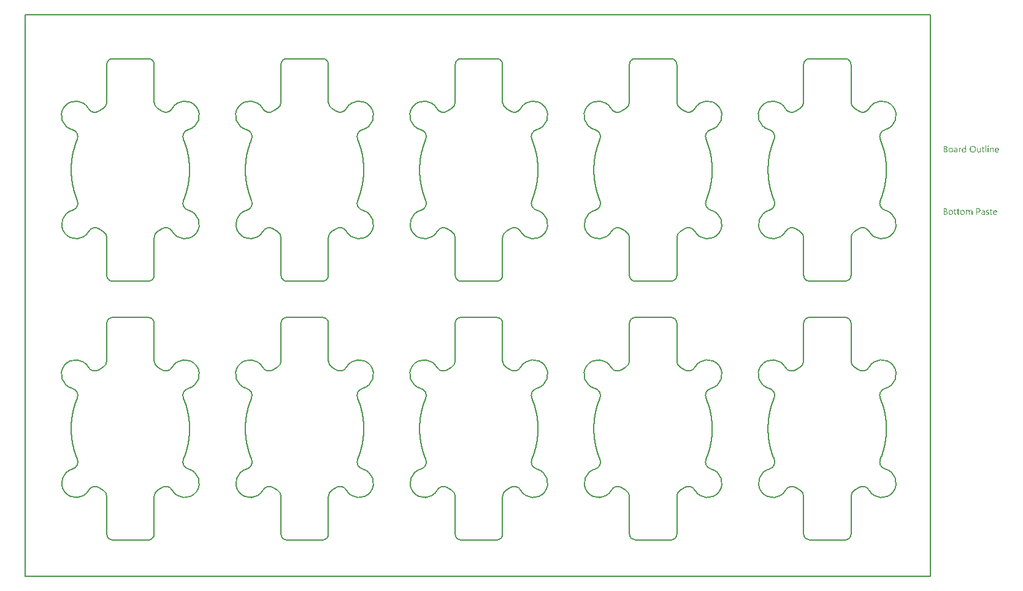
<source format=gbp>
G04*
G04 #@! TF.GenerationSoftware,Altium Limited,Altium Designer,21.8.1 (53)*
G04*
G04 Layer_Color=128*
%FSAX25Y25*%
%MOIN*%
G70*
G04*
G04 #@! TF.SameCoordinates,4444B29A-944C-4237-836D-8D04AF711E9D*
G04*
G04*
G04 #@! TF.FilePolarity,Positive*
G04*
G01*
G75*
%ADD32C,0.00787*%
G36*
X0503737Y0214153D02*
X0503761D01*
X0503817Y0214128D01*
X0503848Y0214110D01*
X0503879Y0214085D01*
X0503885Y0214079D01*
X0503891Y0214073D01*
X0503922Y0214036D01*
X0503947Y0213974D01*
X0503953Y0213937D01*
X0503960Y0213899D01*
Y0213893D01*
Y0213881D01*
X0503953Y0213862D01*
X0503947Y0213838D01*
X0503929Y0213776D01*
X0503904Y0213745D01*
X0503879Y0213714D01*
X0503873D01*
X0503867Y0213701D01*
X0503829Y0213677D01*
X0503774Y0213652D01*
X0503737Y0213646D01*
X0503699Y0213639D01*
X0503681D01*
X0503662Y0213646D01*
X0503638D01*
X0503576Y0213670D01*
X0503545Y0213683D01*
X0503514Y0213708D01*
Y0213714D01*
X0503501Y0213720D01*
X0503489Y0213738D01*
X0503477Y0213757D01*
X0503452Y0213819D01*
X0503446Y0213856D01*
X0503440Y0213899D01*
Y0213906D01*
Y0213918D01*
X0503446Y0213937D01*
X0503452Y0213968D01*
X0503471Y0214023D01*
X0503489Y0214054D01*
X0503514Y0214085D01*
X0503520Y0214091D01*
X0503526Y0214098D01*
X0503563Y0214122D01*
X0503625Y0214147D01*
X0503662Y0214159D01*
X0503718D01*
X0503737Y0214153D01*
D02*
G37*
G36*
X0491747Y0210489D02*
X0491344D01*
Y0210910D01*
X0491332D01*
Y0210904D01*
X0491320Y0210891D01*
X0491301Y0210866D01*
X0491282Y0210835D01*
X0491251Y0210798D01*
X0491214Y0210761D01*
X0491171Y0210718D01*
X0491121Y0210675D01*
X0491066Y0210625D01*
X0490998Y0210582D01*
X0490930Y0210544D01*
X0490849Y0210507D01*
X0490769Y0210476D01*
X0490676Y0210452D01*
X0490577Y0210439D01*
X0490472Y0210433D01*
X0490428D01*
X0490391Y0210439D01*
X0490354Y0210445D01*
X0490304Y0210452D01*
X0490199Y0210476D01*
X0490075Y0210513D01*
X0489952Y0210576D01*
X0489883Y0210613D01*
X0489828Y0210656D01*
X0489766Y0210712D01*
X0489710Y0210767D01*
Y0210773D01*
X0489698Y0210786D01*
X0489685Y0210805D01*
X0489667Y0210829D01*
X0489648Y0210860D01*
X0489623Y0210904D01*
X0489599Y0210953D01*
X0489574Y0211009D01*
X0489543Y0211071D01*
X0489518Y0211139D01*
X0489494Y0211213D01*
X0489475Y0211294D01*
X0489456Y0211380D01*
X0489444Y0211479D01*
X0489438Y0211578D01*
X0489432Y0211684D01*
Y0211690D01*
Y0211708D01*
Y0211745D01*
X0489438Y0211789D01*
X0489444Y0211838D01*
X0489450Y0211900D01*
X0489456Y0211968D01*
X0489469Y0212042D01*
X0489506Y0212203D01*
X0489562Y0212371D01*
X0489599Y0212451D01*
X0489642Y0212531D01*
X0489685Y0212606D01*
X0489741Y0212680D01*
X0489747Y0212686D01*
X0489753Y0212699D01*
X0489772Y0212717D01*
X0489797Y0212742D01*
X0489828Y0212767D01*
X0489871Y0212798D01*
X0489914Y0212835D01*
X0489964Y0212872D01*
X0490088Y0212940D01*
X0490230Y0213002D01*
X0490310Y0213020D01*
X0490397Y0213039D01*
X0490484Y0213052D01*
X0490583Y0213058D01*
X0490632D01*
X0490670Y0213052D01*
X0490707Y0213045D01*
X0490756Y0213039D01*
X0490868Y0213008D01*
X0490991Y0212959D01*
X0491053Y0212928D01*
X0491115Y0212884D01*
X0491177Y0212841D01*
X0491233Y0212785D01*
X0491282Y0212723D01*
X0491332Y0212649D01*
X0491344D01*
Y0214209D01*
X0491747D01*
Y0210489D01*
D02*
G37*
G36*
X0506015Y0213052D02*
X0506089Y0213045D01*
X0506182Y0213027D01*
X0506281Y0212996D01*
X0506386Y0212946D01*
X0506491Y0212878D01*
X0506534Y0212841D01*
X0506578Y0212791D01*
X0506590Y0212779D01*
X0506615Y0212742D01*
X0506646Y0212680D01*
X0506689Y0212593D01*
X0506726Y0212488D01*
X0506764Y0212358D01*
X0506788Y0212203D01*
X0506795Y0212024D01*
Y0210489D01*
X0506392D01*
Y0211919D01*
Y0211925D01*
Y0211956D01*
X0506386Y0211993D01*
Y0212042D01*
X0506374Y0212104D01*
X0506361Y0212173D01*
X0506343Y0212247D01*
X0506318Y0212321D01*
X0506287Y0212395D01*
X0506250Y0212463D01*
X0506200Y0212531D01*
X0506145Y0212593D01*
X0506083Y0212643D01*
X0506002Y0212680D01*
X0505915Y0212711D01*
X0505810Y0212717D01*
X0505798D01*
X0505761Y0212711D01*
X0505705Y0212705D01*
X0505637Y0212686D01*
X0505556Y0212662D01*
X0505470Y0212618D01*
X0505389Y0212562D01*
X0505309Y0212488D01*
X0505303Y0212476D01*
X0505278Y0212451D01*
X0505247Y0212402D01*
X0505210Y0212333D01*
X0505173Y0212253D01*
X0505142Y0212154D01*
X0505117Y0212042D01*
X0505111Y0211919D01*
Y0210489D01*
X0504708D01*
Y0213002D01*
X0505111D01*
Y0212581D01*
X0505123D01*
X0505129Y0212587D01*
X0505136Y0212600D01*
X0505154Y0212624D01*
X0505179Y0212655D01*
X0505204Y0212692D01*
X0505241Y0212730D01*
X0505284Y0212773D01*
X0505334Y0212822D01*
X0505389Y0212866D01*
X0505451Y0212909D01*
X0505519Y0212946D01*
X0505594Y0212983D01*
X0505668Y0213014D01*
X0505755Y0213039D01*
X0505847Y0213052D01*
X0505946Y0213058D01*
X0505984D01*
X0506015Y0213052D01*
D02*
G37*
G36*
X0489017Y0213039D02*
X0489091Y0213033D01*
X0489134Y0213020D01*
X0489165Y0213008D01*
Y0212593D01*
X0489159Y0212600D01*
X0489147Y0212606D01*
X0489122Y0212618D01*
X0489091Y0212637D01*
X0489048Y0212649D01*
X0488992Y0212662D01*
X0488930Y0212668D01*
X0488862Y0212674D01*
X0488850D01*
X0488819Y0212668D01*
X0488769Y0212662D01*
X0488714Y0212643D01*
X0488639Y0212612D01*
X0488571Y0212569D01*
X0488497Y0212507D01*
X0488429Y0212426D01*
X0488423Y0212414D01*
X0488404Y0212383D01*
X0488373Y0212327D01*
X0488342Y0212253D01*
X0488311Y0212160D01*
X0488280Y0212042D01*
X0488262Y0211912D01*
X0488256Y0211764D01*
Y0210489D01*
X0487853D01*
Y0213002D01*
X0488256D01*
Y0212482D01*
X0488268D01*
Y0212488D01*
X0488274Y0212494D01*
X0488286Y0212525D01*
X0488305Y0212575D01*
X0488336Y0212637D01*
X0488367Y0212699D01*
X0488416Y0212767D01*
X0488466Y0212835D01*
X0488528Y0212897D01*
X0488534Y0212903D01*
X0488559Y0212922D01*
X0488596Y0212946D01*
X0488645Y0212971D01*
X0488701Y0212996D01*
X0488769Y0213020D01*
X0488843Y0213039D01*
X0488924Y0213045D01*
X0488980D01*
X0489017Y0213039D01*
D02*
G37*
G36*
X0499756Y0210489D02*
X0499354D01*
Y0210885D01*
X0499342D01*
Y0210879D01*
X0499329Y0210866D01*
X0499317Y0210842D01*
X0499292Y0210817D01*
X0499236Y0210743D01*
X0499150Y0210662D01*
X0499100Y0210619D01*
X0499045Y0210576D01*
X0498983Y0210538D01*
X0498908Y0210501D01*
X0498834Y0210476D01*
X0498754Y0210452D01*
X0498661Y0210439D01*
X0498568Y0210433D01*
X0498531D01*
X0498488Y0210439D01*
X0498426Y0210452D01*
X0498357Y0210464D01*
X0498283Y0210489D01*
X0498203Y0210520D01*
X0498122Y0210569D01*
X0498036Y0210625D01*
X0497955Y0210693D01*
X0497881Y0210780D01*
X0497813Y0210885D01*
X0497751Y0211003D01*
X0497708Y0211145D01*
X0497683Y0211312D01*
X0497670Y0211399D01*
Y0211498D01*
Y0213002D01*
X0498067D01*
Y0211560D01*
Y0211554D01*
Y0211529D01*
X0498073Y0211485D01*
X0498079Y0211436D01*
X0498085Y0211374D01*
X0498098Y0211312D01*
X0498116Y0211238D01*
X0498141Y0211163D01*
X0498178Y0211089D01*
X0498215Y0211021D01*
X0498265Y0210953D01*
X0498327Y0210891D01*
X0498395Y0210842D01*
X0498475Y0210805D01*
X0498574Y0210773D01*
X0498679Y0210767D01*
X0498692D01*
X0498729Y0210773D01*
X0498785Y0210780D01*
X0498847Y0210792D01*
X0498927Y0210823D01*
X0499008Y0210860D01*
X0499088Y0210910D01*
X0499162Y0210984D01*
X0499168Y0210996D01*
X0499193Y0211021D01*
X0499224Y0211071D01*
X0499261Y0211139D01*
X0499292Y0211219D01*
X0499323Y0211318D01*
X0499348Y0211430D01*
X0499354Y0211554D01*
Y0213002D01*
X0499756D01*
Y0210489D01*
D02*
G37*
G36*
X0503891D02*
X0503489D01*
Y0213002D01*
X0503891D01*
Y0210489D01*
D02*
G37*
G36*
X0502672D02*
X0502270D01*
Y0214209D01*
X0502672D01*
Y0210489D01*
D02*
G37*
G36*
X0486293Y0213052D02*
X0486349Y0213045D01*
X0486417Y0213027D01*
X0486491Y0213008D01*
X0486572Y0212977D01*
X0486658Y0212940D01*
X0486739Y0212891D01*
X0486819Y0212829D01*
X0486894Y0212754D01*
X0486962Y0212662D01*
X0487017Y0212556D01*
X0487061Y0212433D01*
X0487085Y0212290D01*
X0487098Y0212123D01*
Y0210489D01*
X0486696D01*
Y0210879D01*
X0486683D01*
Y0210873D01*
X0486671Y0210860D01*
X0486658Y0210835D01*
X0486634Y0210811D01*
X0486572Y0210736D01*
X0486491Y0210656D01*
X0486380Y0210576D01*
X0486250Y0210501D01*
X0486169Y0210476D01*
X0486089Y0210452D01*
X0486002Y0210439D01*
X0485910Y0210433D01*
X0485872D01*
X0485848Y0210439D01*
X0485779Y0210445D01*
X0485699Y0210458D01*
X0485600Y0210483D01*
X0485507Y0210513D01*
X0485408Y0210563D01*
X0485321Y0210625D01*
X0485315Y0210637D01*
X0485290Y0210662D01*
X0485253Y0210705D01*
X0485216Y0210767D01*
X0485179Y0210842D01*
X0485142Y0210928D01*
X0485117Y0211034D01*
X0485111Y0211151D01*
Y0211157D01*
Y0211182D01*
X0485117Y0211219D01*
X0485123Y0211262D01*
X0485136Y0211318D01*
X0485154Y0211380D01*
X0485179Y0211448D01*
X0485216Y0211516D01*
X0485259Y0211591D01*
X0485315Y0211665D01*
X0485383Y0211733D01*
X0485464Y0211795D01*
X0485557Y0211857D01*
X0485668Y0211906D01*
X0485792Y0211943D01*
X0485940Y0211974D01*
X0486696Y0212080D01*
Y0212086D01*
Y0212104D01*
X0486689Y0212141D01*
Y0212179D01*
X0486677Y0212228D01*
X0486671Y0212284D01*
X0486634Y0212402D01*
X0486603Y0212457D01*
X0486572Y0212513D01*
X0486528Y0212569D01*
X0486479Y0212618D01*
X0486417Y0212662D01*
X0486349Y0212692D01*
X0486269Y0212711D01*
X0486176Y0212717D01*
X0486132D01*
X0486101Y0212711D01*
X0486058D01*
X0486015Y0212699D01*
X0485903Y0212680D01*
X0485779Y0212643D01*
X0485643Y0212587D01*
X0485569Y0212550D01*
X0485501Y0212513D01*
X0485427Y0212463D01*
X0485358Y0212408D01*
Y0212822D01*
X0485365D01*
X0485377Y0212835D01*
X0485396Y0212847D01*
X0485427Y0212860D01*
X0485458Y0212878D01*
X0485501Y0212897D01*
X0485550Y0212915D01*
X0485606Y0212940D01*
X0485730Y0212983D01*
X0485879Y0213020D01*
X0486039Y0213045D01*
X0486213Y0213058D01*
X0486250D01*
X0486293Y0213052D01*
D02*
G37*
G36*
X0480605Y0213999D02*
X0480648D01*
X0480691Y0213992D01*
X0480790Y0213980D01*
X0480908Y0213949D01*
X0481032Y0213912D01*
X0481149Y0213856D01*
X0481255Y0213782D01*
X0481261D01*
X0481267Y0213770D01*
X0481298Y0213745D01*
X0481341Y0213695D01*
X0481391Y0213627D01*
X0481434Y0213541D01*
X0481477Y0213441D01*
X0481508Y0213330D01*
X0481521Y0213268D01*
Y0213200D01*
Y0213194D01*
Y0213188D01*
Y0213151D01*
X0481515Y0213095D01*
X0481502Y0213027D01*
X0481484Y0212940D01*
X0481453Y0212853D01*
X0481416Y0212767D01*
X0481360Y0212680D01*
X0481354Y0212668D01*
X0481329Y0212643D01*
X0481292Y0212606D01*
X0481242Y0212556D01*
X0481180Y0212507D01*
X0481106Y0212451D01*
X0481013Y0212408D01*
X0480914Y0212364D01*
Y0212358D01*
X0480933D01*
X0480951Y0212352D01*
X0480970Y0212346D01*
X0481038Y0212333D01*
X0481118Y0212309D01*
X0481205Y0212271D01*
X0481298Y0212228D01*
X0481391Y0212166D01*
X0481477Y0212086D01*
X0481490Y0212073D01*
X0481515Y0212042D01*
X0481545Y0211999D01*
X0481589Y0211931D01*
X0481626Y0211844D01*
X0481663Y0211745D01*
X0481688Y0211628D01*
X0481694Y0211498D01*
Y0211492D01*
Y0211479D01*
Y0211454D01*
X0481688Y0211423D01*
X0481682Y0211386D01*
X0481675Y0211343D01*
X0481651Y0211238D01*
X0481614Y0211120D01*
X0481558Y0210996D01*
X0481521Y0210941D01*
X0481477Y0210879D01*
X0481422Y0210823D01*
X0481366Y0210767D01*
X0481360D01*
X0481354Y0210755D01*
X0481335Y0210743D01*
X0481310Y0210724D01*
X0481279Y0210705D01*
X0481236Y0210681D01*
X0481143Y0210631D01*
X0481026Y0210576D01*
X0480889Y0210532D01*
X0480728Y0210501D01*
X0480648Y0210495D01*
X0480555Y0210489D01*
X0479528D01*
Y0214005D01*
X0480574D01*
X0480605Y0213999D01*
D02*
G37*
G36*
X0501100Y0213002D02*
X0501737D01*
Y0212655D01*
X0501100D01*
Y0211238D01*
Y0211225D01*
Y0211194D01*
X0501106Y0211151D01*
X0501112Y0211095D01*
X0501137Y0210978D01*
X0501155Y0210922D01*
X0501186Y0210879D01*
X0501193Y0210873D01*
X0501205Y0210860D01*
X0501224Y0210848D01*
X0501255Y0210829D01*
X0501292Y0210805D01*
X0501341Y0210792D01*
X0501403Y0210780D01*
X0501471Y0210773D01*
X0501496D01*
X0501527Y0210780D01*
X0501564Y0210786D01*
X0501651Y0210811D01*
X0501694Y0210829D01*
X0501737Y0210854D01*
Y0210507D01*
X0501731D01*
X0501713Y0210495D01*
X0501682Y0210489D01*
X0501638Y0210476D01*
X0501582Y0210464D01*
X0501521Y0210452D01*
X0501446Y0210445D01*
X0501360Y0210439D01*
X0501329D01*
X0501298Y0210445D01*
X0501255Y0210452D01*
X0501205Y0210464D01*
X0501149Y0210476D01*
X0501093Y0210501D01*
X0501032Y0210532D01*
X0500970Y0210569D01*
X0500908Y0210619D01*
X0500852Y0210675D01*
X0500803Y0210749D01*
X0500759Y0210829D01*
X0500728Y0210928D01*
X0500703Y0211040D01*
X0500697Y0211170D01*
Y0212655D01*
X0500270D01*
Y0213002D01*
X0500697D01*
Y0213615D01*
X0501100Y0213745D01*
Y0213002D01*
D02*
G37*
G36*
X0508627Y0213052D02*
X0508670Y0213045D01*
X0508713Y0213039D01*
X0508825Y0213020D01*
X0508949Y0212977D01*
X0509072Y0212922D01*
X0509134Y0212884D01*
X0509196Y0212841D01*
X0509252Y0212791D01*
X0509308Y0212736D01*
X0509314Y0212730D01*
X0509320Y0212723D01*
X0509332Y0212705D01*
X0509351Y0212680D01*
X0509370Y0212643D01*
X0509394Y0212606D01*
X0509419Y0212562D01*
X0509444Y0212507D01*
X0509469Y0212445D01*
X0509493Y0212383D01*
X0509518Y0212309D01*
X0509537Y0212228D01*
X0509555Y0212141D01*
X0509568Y0212055D01*
X0509580Y0211956D01*
Y0211851D01*
Y0211640D01*
X0507803D01*
Y0211634D01*
Y0211622D01*
Y0211603D01*
X0507810Y0211572D01*
X0507816Y0211535D01*
Y0211498D01*
X0507834Y0211399D01*
X0507865Y0211300D01*
X0507902Y0211188D01*
X0507958Y0211083D01*
X0508026Y0210990D01*
X0508039Y0210978D01*
X0508064Y0210953D01*
X0508113Y0210922D01*
X0508181Y0210879D01*
X0508268Y0210835D01*
X0508367Y0210805D01*
X0508484Y0210780D01*
X0508621Y0210767D01*
X0508664D01*
X0508695Y0210773D01*
X0508732D01*
X0508775Y0210780D01*
X0508881Y0210805D01*
X0508998Y0210835D01*
X0509128Y0210885D01*
X0509264Y0210953D01*
X0509332Y0210996D01*
X0509401Y0211046D01*
Y0210668D01*
X0509394D01*
X0509388Y0210656D01*
X0509370Y0210650D01*
X0509339Y0210631D01*
X0509308Y0210613D01*
X0509270Y0210594D01*
X0509221Y0210576D01*
X0509171Y0210551D01*
X0509110Y0210526D01*
X0509042Y0210507D01*
X0508893Y0210470D01*
X0508720Y0210445D01*
X0508528Y0210433D01*
X0508478D01*
X0508441Y0210439D01*
X0508398Y0210445D01*
X0508342Y0210452D01*
X0508224Y0210476D01*
X0508088Y0210513D01*
X0507952Y0210576D01*
X0507884Y0210619D01*
X0507816Y0210662D01*
X0507754Y0210712D01*
X0507692Y0210773D01*
X0507686Y0210780D01*
X0507680Y0210792D01*
X0507667Y0210811D01*
X0507643Y0210835D01*
X0507624Y0210873D01*
X0507599Y0210916D01*
X0507568Y0210965D01*
X0507544Y0211021D01*
X0507513Y0211083D01*
X0507488Y0211157D01*
X0507457Y0211238D01*
X0507438Y0211324D01*
X0507420Y0211417D01*
X0507401Y0211516D01*
X0507395Y0211622D01*
X0507389Y0211733D01*
Y0211739D01*
Y0211758D01*
Y0211789D01*
X0507395Y0211832D01*
X0507401Y0211881D01*
X0507407Y0211937D01*
X0507413Y0212005D01*
X0507432Y0212073D01*
X0507469Y0212222D01*
X0507525Y0212383D01*
X0507562Y0212463D01*
X0507612Y0212538D01*
X0507661Y0212618D01*
X0507717Y0212686D01*
X0507723Y0212692D01*
X0507735Y0212705D01*
X0507754Y0212723D01*
X0507779Y0212742D01*
X0507810Y0212773D01*
X0507847Y0212804D01*
X0507896Y0212835D01*
X0507946Y0212872D01*
X0508064Y0212940D01*
X0508206Y0213002D01*
X0508286Y0213020D01*
X0508367Y0213039D01*
X0508453Y0213052D01*
X0508546Y0213058D01*
X0508596D01*
X0508627Y0213052D01*
D02*
G37*
G36*
X0495584Y0214060D02*
X0495646Y0214054D01*
X0495721Y0214042D01*
X0495801Y0214023D01*
X0495888Y0214005D01*
X0495974Y0213980D01*
X0496073Y0213949D01*
X0496166Y0213906D01*
X0496265Y0213856D01*
X0496364Y0213800D01*
X0496457Y0213732D01*
X0496550Y0213658D01*
X0496637Y0213571D01*
X0496643Y0213565D01*
X0496655Y0213547D01*
X0496680Y0213522D01*
X0496705Y0213485D01*
X0496742Y0213435D01*
X0496779Y0213373D01*
X0496816Y0213305D01*
X0496860Y0213231D01*
X0496903Y0213138D01*
X0496940Y0213045D01*
X0496977Y0212940D01*
X0497014Y0212822D01*
X0497039Y0212705D01*
X0497064Y0212575D01*
X0497076Y0212433D01*
X0497082Y0212290D01*
Y0212278D01*
Y0212253D01*
Y0212210D01*
X0497076Y0212148D01*
X0497070Y0212073D01*
X0497058Y0211993D01*
X0497045Y0211900D01*
X0497027Y0211795D01*
X0497002Y0211690D01*
X0496971Y0211578D01*
X0496934Y0211467D01*
X0496890Y0211355D01*
X0496835Y0211238D01*
X0496773Y0211133D01*
X0496705Y0211027D01*
X0496624Y0210928D01*
X0496618Y0210922D01*
X0496606Y0210910D01*
X0496575Y0210885D01*
X0496544Y0210854D01*
X0496494Y0210811D01*
X0496439Y0210773D01*
X0496377Y0210724D01*
X0496303Y0210681D01*
X0496222Y0210637D01*
X0496129Y0210588D01*
X0496030Y0210551D01*
X0495919Y0210513D01*
X0495801Y0210476D01*
X0495677Y0210452D01*
X0495547Y0210439D01*
X0495405Y0210433D01*
X0495374D01*
X0495331Y0210439D01*
X0495281D01*
X0495219Y0210445D01*
X0495145Y0210458D01*
X0495064Y0210476D01*
X0494972Y0210495D01*
X0494879Y0210520D01*
X0494780Y0210551D01*
X0494681Y0210594D01*
X0494582Y0210637D01*
X0494483Y0210693D01*
X0494384Y0210761D01*
X0494291Y0210835D01*
X0494204Y0210922D01*
X0494198Y0210928D01*
X0494185Y0210947D01*
X0494161Y0210972D01*
X0494136Y0211009D01*
X0494099Y0211058D01*
X0494062Y0211120D01*
X0494025Y0211188D01*
X0493981Y0211269D01*
X0493938Y0211355D01*
X0493901Y0211448D01*
X0493864Y0211554D01*
X0493826Y0211671D01*
X0493802Y0211789D01*
X0493777Y0211919D01*
X0493765Y0212061D01*
X0493758Y0212203D01*
Y0212216D01*
Y0212241D01*
X0493765Y0212284D01*
Y0212346D01*
X0493771Y0212414D01*
X0493783Y0212501D01*
X0493795Y0212593D01*
X0493814Y0212692D01*
X0493839Y0212798D01*
X0493870Y0212909D01*
X0493907Y0213020D01*
X0493950Y0213132D01*
X0494006Y0213243D01*
X0494068Y0213355D01*
X0494136Y0213460D01*
X0494216Y0213559D01*
X0494223Y0213565D01*
X0494235Y0213584D01*
X0494266Y0213609D01*
X0494303Y0213639D01*
X0494346Y0213677D01*
X0494402Y0213720D01*
X0494470Y0213763D01*
X0494545Y0213813D01*
X0494631Y0213862D01*
X0494724Y0213906D01*
X0494823Y0213949D01*
X0494935Y0213986D01*
X0495058Y0214017D01*
X0495188Y0214048D01*
X0495324Y0214060D01*
X0495467Y0214067D01*
X0495535D01*
X0495584Y0214060D01*
D02*
G37*
G36*
X0483557Y0213052D02*
X0483601Y0213045D01*
X0483656Y0213039D01*
X0483780Y0213014D01*
X0483922Y0212971D01*
X0484065Y0212909D01*
X0484139Y0212872D01*
X0484207Y0212829D01*
X0484275Y0212773D01*
X0484337Y0212711D01*
X0484343Y0212705D01*
X0484350Y0212692D01*
X0484368Y0212674D01*
X0484387Y0212649D01*
X0484411Y0212612D01*
X0484436Y0212569D01*
X0484467Y0212519D01*
X0484498Y0212463D01*
X0484523Y0212395D01*
X0484554Y0212327D01*
X0484579Y0212247D01*
X0484603Y0212160D01*
X0484622Y0212067D01*
X0484641Y0211968D01*
X0484647Y0211863D01*
X0484653Y0211752D01*
Y0211745D01*
Y0211727D01*
Y0211696D01*
X0484647Y0211652D01*
X0484641Y0211603D01*
X0484634Y0211541D01*
X0484622Y0211479D01*
X0484610Y0211405D01*
X0484572Y0211256D01*
X0484511Y0211095D01*
X0484473Y0211015D01*
X0484424Y0210934D01*
X0484374Y0210860D01*
X0484312Y0210792D01*
X0484306Y0210786D01*
X0484294Y0210780D01*
X0484275Y0210761D01*
X0484250Y0210736D01*
X0484213Y0210712D01*
X0484176Y0210681D01*
X0484127Y0210644D01*
X0484071Y0210613D01*
X0484009Y0210582D01*
X0483941Y0210544D01*
X0483867Y0210513D01*
X0483786Y0210489D01*
X0483700Y0210464D01*
X0483607Y0210452D01*
X0483508Y0210439D01*
X0483402Y0210433D01*
X0483347D01*
X0483310Y0210439D01*
X0483266Y0210445D01*
X0483211Y0210452D01*
X0483149Y0210464D01*
X0483081Y0210476D01*
X0482938Y0210520D01*
X0482790Y0210582D01*
X0482715Y0210619D01*
X0482647Y0210668D01*
X0482579Y0210718D01*
X0482511Y0210780D01*
X0482505Y0210786D01*
X0482499Y0210798D01*
X0482480Y0210817D01*
X0482462Y0210842D01*
X0482437Y0210879D01*
X0482406Y0210922D01*
X0482375Y0210972D01*
X0482350Y0211027D01*
X0482319Y0211095D01*
X0482288Y0211163D01*
X0482257Y0211238D01*
X0482233Y0211324D01*
X0482195Y0211510D01*
X0482189Y0211609D01*
X0482183Y0211714D01*
Y0211721D01*
Y0211745D01*
Y0211776D01*
X0482189Y0211820D01*
X0482195Y0211869D01*
X0482202Y0211931D01*
X0482214Y0211999D01*
X0482226Y0212073D01*
X0482264Y0212234D01*
X0482325Y0212395D01*
X0482369Y0212476D01*
X0482412Y0212556D01*
X0482462Y0212631D01*
X0482523Y0212699D01*
X0482530Y0212705D01*
X0482542Y0212717D01*
X0482561Y0212730D01*
X0482585Y0212754D01*
X0482623Y0212779D01*
X0482666Y0212810D01*
X0482715Y0212847D01*
X0482771Y0212878D01*
X0482833Y0212909D01*
X0482907Y0212946D01*
X0482982Y0212977D01*
X0483068Y0213002D01*
X0483155Y0213027D01*
X0483254Y0213045D01*
X0483359Y0213052D01*
X0483464Y0213058D01*
X0483520D01*
X0483557Y0213052D01*
D02*
G37*
G36*
X0503656Y0179193D02*
X0503737Y0179187D01*
X0503823Y0179175D01*
X0503922Y0179150D01*
X0504021Y0179125D01*
X0504120Y0179088D01*
Y0178679D01*
X0504108Y0178686D01*
X0504071Y0178710D01*
X0504015Y0178735D01*
X0503941Y0178772D01*
X0503848Y0178803D01*
X0503737Y0178834D01*
X0503613Y0178853D01*
X0503483Y0178859D01*
X0503415D01*
X0503353Y0178847D01*
X0503279Y0178834D01*
X0503272D01*
X0503266Y0178828D01*
X0503229Y0178816D01*
X0503180Y0178791D01*
X0503124Y0178760D01*
X0503112Y0178754D01*
X0503087Y0178729D01*
X0503056Y0178692D01*
X0503025Y0178648D01*
X0503019Y0178636D01*
X0503006Y0178605D01*
X0502994Y0178562D01*
X0502988Y0178506D01*
Y0178500D01*
Y0178488D01*
Y0178469D01*
X0502994Y0178450D01*
X0503006Y0178395D01*
X0503025Y0178339D01*
X0503031Y0178327D01*
X0503050Y0178302D01*
X0503087Y0178265D01*
X0503130Y0178221D01*
X0503136D01*
X0503142Y0178215D01*
X0503180Y0178190D01*
X0503229Y0178159D01*
X0503297Y0178129D01*
X0503303D01*
X0503316Y0178122D01*
X0503334Y0178116D01*
X0503365Y0178104D01*
X0503433Y0178079D01*
X0503520Y0178042D01*
X0503526D01*
X0503551Y0178030D01*
X0503582Y0178017D01*
X0503619Y0178005D01*
X0503718Y0177961D01*
X0503817Y0177912D01*
X0503823D01*
X0503842Y0177900D01*
X0503867Y0177887D01*
X0503898Y0177868D01*
X0503972Y0177819D01*
X0504046Y0177757D01*
X0504052Y0177751D01*
X0504065Y0177745D01*
X0504077Y0177726D01*
X0504102Y0177701D01*
X0504145Y0177639D01*
X0504188Y0177559D01*
Y0177553D01*
X0504195Y0177541D01*
X0504207Y0177516D01*
X0504213Y0177485D01*
X0504226Y0177448D01*
X0504232Y0177404D01*
X0504238Y0177299D01*
Y0177293D01*
Y0177268D01*
X0504232Y0177231D01*
X0504226Y0177188D01*
X0504219Y0177138D01*
X0504201Y0177082D01*
X0504182Y0177033D01*
X0504151Y0176977D01*
X0504145Y0176971D01*
X0504139Y0176952D01*
X0504120Y0176928D01*
X0504096Y0176897D01*
X0504065Y0176859D01*
X0504028Y0176822D01*
X0503935Y0176748D01*
X0503929Y0176742D01*
X0503910Y0176736D01*
X0503885Y0176717D01*
X0503842Y0176699D01*
X0503798Y0176674D01*
X0503743Y0176655D01*
X0503687Y0176637D01*
X0503619Y0176618D01*
X0503613D01*
X0503588Y0176612D01*
X0503551Y0176606D01*
X0503508Y0176600D01*
X0503446Y0176587D01*
X0503384Y0176581D01*
X0503241Y0176575D01*
X0503180D01*
X0503105Y0176581D01*
X0503012Y0176593D01*
X0502907Y0176612D01*
X0502796Y0176637D01*
X0502684Y0176668D01*
X0502573Y0176717D01*
Y0177150D01*
X0502579D01*
X0502585Y0177138D01*
X0502604Y0177126D01*
X0502629Y0177113D01*
X0502697Y0177076D01*
X0502790Y0177033D01*
X0502895Y0176983D01*
X0503019Y0176946D01*
X0503155Y0176921D01*
X0503297Y0176909D01*
X0503347D01*
X0503378Y0176915D01*
X0503464Y0176928D01*
X0503563Y0176952D01*
X0503656Y0176996D01*
X0503699Y0177027D01*
X0503743Y0177058D01*
X0503774Y0177101D01*
X0503798Y0177144D01*
X0503817Y0177200D01*
X0503823Y0177262D01*
Y0177268D01*
Y0177280D01*
Y0177299D01*
X0503817Y0177318D01*
X0503805Y0177373D01*
X0503780Y0177429D01*
Y0177435D01*
X0503774Y0177441D01*
X0503749Y0177472D01*
X0503712Y0177516D01*
X0503656Y0177553D01*
X0503650D01*
X0503644Y0177565D01*
X0503607Y0177584D01*
X0503551Y0177621D01*
X0503477Y0177652D01*
X0503471D01*
X0503458Y0177658D01*
X0503440Y0177670D01*
X0503409Y0177683D01*
X0503340Y0177708D01*
X0503254Y0177745D01*
X0503248D01*
X0503223Y0177757D01*
X0503192Y0177769D01*
X0503155Y0177782D01*
X0503056Y0177825D01*
X0502957Y0177875D01*
X0502950Y0177881D01*
X0502938Y0177887D01*
X0502913Y0177900D01*
X0502882Y0177918D01*
X0502814Y0177968D01*
X0502746Y0178023D01*
X0502740Y0178030D01*
X0502734Y0178036D01*
X0502715Y0178054D01*
X0502697Y0178079D01*
X0502653Y0178141D01*
X0502616Y0178215D01*
Y0178221D01*
X0502610Y0178234D01*
X0502604Y0178259D01*
X0502598Y0178289D01*
X0502592Y0178327D01*
X0502585Y0178370D01*
X0502579Y0178475D01*
Y0178481D01*
Y0178506D01*
X0502585Y0178537D01*
X0502592Y0178580D01*
X0502598Y0178630D01*
X0502616Y0178679D01*
X0502635Y0178735D01*
X0502660Y0178785D01*
X0502666Y0178791D01*
X0502672Y0178809D01*
X0502691Y0178834D01*
X0502715Y0178865D01*
X0502783Y0178939D01*
X0502870Y0179014D01*
X0502876Y0179020D01*
X0502895Y0179026D01*
X0502920Y0179045D01*
X0502963Y0179063D01*
X0503006Y0179088D01*
X0503056Y0179113D01*
X0503180Y0179150D01*
X0503186D01*
X0503210Y0179156D01*
X0503241Y0179168D01*
X0503291Y0179175D01*
X0503340Y0179187D01*
X0503402Y0179193D01*
X0503539Y0179199D01*
X0503594D01*
X0503656Y0179193D01*
D02*
G37*
G36*
X0494464D02*
X0494520Y0179181D01*
X0494582Y0179168D01*
X0494650Y0179144D01*
X0494730Y0179113D01*
X0494804Y0179069D01*
X0494885Y0179020D01*
X0494959Y0178952D01*
X0495027Y0178865D01*
X0495089Y0178766D01*
X0495145Y0178655D01*
X0495182Y0178512D01*
X0495213Y0178358D01*
X0495219Y0178178D01*
Y0176630D01*
X0494817D01*
Y0178073D01*
Y0178079D01*
Y0178091D01*
Y0178110D01*
Y0178141D01*
X0494811Y0178215D01*
X0494798Y0178302D01*
X0494786Y0178401D01*
X0494761Y0178500D01*
X0494730Y0178593D01*
X0494687Y0178673D01*
X0494681Y0178679D01*
X0494662Y0178704D01*
X0494631Y0178735D01*
X0494582Y0178766D01*
X0494526Y0178803D01*
X0494452Y0178828D01*
X0494359Y0178853D01*
X0494254Y0178859D01*
X0494241D01*
X0494210Y0178853D01*
X0494161Y0178847D01*
X0494099Y0178828D01*
X0494031Y0178803D01*
X0493957Y0178760D01*
X0493882Y0178704D01*
X0493814Y0178624D01*
X0493808Y0178611D01*
X0493789Y0178580D01*
X0493758Y0178531D01*
X0493727Y0178463D01*
X0493690Y0178382D01*
X0493666Y0178289D01*
X0493641Y0178178D01*
X0493635Y0178060D01*
Y0176630D01*
X0493232D01*
Y0178122D01*
Y0178129D01*
Y0178153D01*
X0493226Y0178190D01*
Y0178240D01*
X0493214Y0178296D01*
X0493201Y0178358D01*
X0493183Y0178419D01*
X0493164Y0178494D01*
X0493133Y0178562D01*
X0493096Y0178624D01*
X0493047Y0178686D01*
X0492991Y0178741D01*
X0492929Y0178791D01*
X0492848Y0178828D01*
X0492762Y0178853D01*
X0492663Y0178859D01*
X0492650D01*
X0492619Y0178853D01*
X0492570Y0178847D01*
X0492508Y0178834D01*
X0492440Y0178803D01*
X0492366Y0178766D01*
X0492291Y0178710D01*
X0492223Y0178636D01*
X0492217Y0178624D01*
X0492199Y0178599D01*
X0492168Y0178549D01*
X0492137Y0178481D01*
X0492106Y0178401D01*
X0492075Y0178302D01*
X0492056Y0178190D01*
X0492050Y0178060D01*
Y0176630D01*
X0491648D01*
Y0179144D01*
X0492050D01*
Y0178741D01*
X0492062D01*
X0492068Y0178747D01*
X0492075Y0178760D01*
X0492093Y0178785D01*
X0492112Y0178816D01*
X0492174Y0178884D01*
X0492260Y0178970D01*
X0492372Y0179057D01*
X0492502Y0179125D01*
X0492582Y0179156D01*
X0492663Y0179181D01*
X0492749Y0179193D01*
X0492842Y0179199D01*
X0492886D01*
X0492935Y0179193D01*
X0492997Y0179181D01*
X0493065Y0179162D01*
X0493139Y0179138D01*
X0493214Y0179106D01*
X0493288Y0179057D01*
X0493294Y0179051D01*
X0493319Y0179032D01*
X0493350Y0179001D01*
X0493393Y0178958D01*
X0493436Y0178902D01*
X0493480Y0178840D01*
X0493523Y0178766D01*
X0493554Y0178679D01*
X0493560Y0178686D01*
X0493567Y0178704D01*
X0493585Y0178729D01*
X0493604Y0178760D01*
X0493635Y0178803D01*
X0493672Y0178847D01*
X0493715Y0178890D01*
X0493765Y0178939D01*
X0493820Y0178989D01*
X0493882Y0179032D01*
X0493950Y0179082D01*
X0494025Y0179119D01*
X0494105Y0179150D01*
X0494192Y0179175D01*
X0494291Y0179193D01*
X0494390Y0179199D01*
X0494427D01*
X0494464Y0179193D01*
D02*
G37*
G36*
X0501162D02*
X0501217Y0179187D01*
X0501285Y0179168D01*
X0501360Y0179150D01*
X0501440Y0179119D01*
X0501527Y0179082D01*
X0501607Y0179032D01*
X0501688Y0178970D01*
X0501762Y0178896D01*
X0501830Y0178803D01*
X0501886Y0178698D01*
X0501929Y0178574D01*
X0501954Y0178432D01*
X0501966Y0178265D01*
Y0176630D01*
X0501564D01*
Y0177021D01*
X0501552D01*
Y0177014D01*
X0501539Y0177002D01*
X0501527Y0176977D01*
X0501502Y0176952D01*
X0501440Y0176878D01*
X0501360Y0176798D01*
X0501248Y0176717D01*
X0501118Y0176643D01*
X0501038Y0176618D01*
X0500957Y0176593D01*
X0500871Y0176581D01*
X0500778Y0176575D01*
X0500741D01*
X0500716Y0176581D01*
X0500648Y0176587D01*
X0500567Y0176600D01*
X0500468Y0176624D01*
X0500376Y0176655D01*
X0500276Y0176705D01*
X0500190Y0176767D01*
X0500184Y0176779D01*
X0500159Y0176804D01*
X0500122Y0176847D01*
X0500085Y0176909D01*
X0500047Y0176983D01*
X0500010Y0177070D01*
X0499986Y0177175D01*
X0499979Y0177293D01*
Y0177299D01*
Y0177324D01*
X0499986Y0177361D01*
X0499992Y0177404D01*
X0500004Y0177460D01*
X0500023Y0177522D01*
X0500047Y0177590D01*
X0500085Y0177658D01*
X0500128Y0177732D01*
X0500184Y0177807D01*
X0500252Y0177875D01*
X0500332Y0177937D01*
X0500425Y0177998D01*
X0500536Y0178048D01*
X0500660Y0178085D01*
X0500809Y0178116D01*
X0501564Y0178221D01*
Y0178227D01*
Y0178246D01*
X0501558Y0178283D01*
Y0178320D01*
X0501545Y0178370D01*
X0501539Y0178426D01*
X0501502Y0178543D01*
X0501471Y0178599D01*
X0501440Y0178655D01*
X0501397Y0178710D01*
X0501347Y0178760D01*
X0501285Y0178803D01*
X0501217Y0178834D01*
X0501137Y0178853D01*
X0501044Y0178859D01*
X0501001D01*
X0500970Y0178853D01*
X0500926D01*
X0500883Y0178840D01*
X0500772Y0178822D01*
X0500648Y0178785D01*
X0500512Y0178729D01*
X0500437Y0178692D01*
X0500369Y0178655D01*
X0500295Y0178605D01*
X0500227Y0178549D01*
Y0178964D01*
X0500233D01*
X0500246Y0178977D01*
X0500264Y0178989D01*
X0500295Y0179001D01*
X0500326Y0179020D01*
X0500369Y0179038D01*
X0500419Y0179057D01*
X0500475Y0179082D01*
X0500598Y0179125D01*
X0500747Y0179162D01*
X0500908Y0179187D01*
X0501081Y0179199D01*
X0501118D01*
X0501162Y0179193D01*
D02*
G37*
G36*
X0498463Y0180140D02*
X0498512D01*
X0498562Y0180134D01*
X0498692Y0180109D01*
X0498828Y0180078D01*
X0498977Y0180029D01*
X0499119Y0179961D01*
X0499181Y0179917D01*
X0499243Y0179868D01*
X0499249D01*
X0499255Y0179856D01*
X0499274Y0179837D01*
X0499292Y0179818D01*
X0499342Y0179756D01*
X0499404Y0179670D01*
X0499459Y0179558D01*
X0499509Y0179428D01*
X0499546Y0179274D01*
X0499552Y0179187D01*
X0499558Y0179094D01*
Y0179088D01*
Y0179069D01*
Y0179045D01*
X0499552Y0179014D01*
X0499546Y0178970D01*
X0499540Y0178921D01*
X0499515Y0178803D01*
X0499472Y0178673D01*
X0499410Y0178537D01*
X0499373Y0178469D01*
X0499329Y0178401D01*
X0499274Y0178333D01*
X0499212Y0178271D01*
X0499206Y0178265D01*
X0499193Y0178259D01*
X0499175Y0178240D01*
X0499150Y0178221D01*
X0499113Y0178197D01*
X0499069Y0178172D01*
X0499020Y0178141D01*
X0498964Y0178116D01*
X0498902Y0178085D01*
X0498834Y0178054D01*
X0498754Y0178030D01*
X0498673Y0178005D01*
X0498488Y0177968D01*
X0498388Y0177961D01*
X0498283Y0177955D01*
X0497819D01*
Y0176630D01*
X0497404D01*
Y0180146D01*
X0498426D01*
X0498463Y0180140D01*
D02*
G37*
G36*
X0480605D02*
X0480648D01*
X0480691Y0180134D01*
X0480790Y0180122D01*
X0480908Y0180091D01*
X0481032Y0180054D01*
X0481149Y0179998D01*
X0481255Y0179924D01*
X0481261D01*
X0481267Y0179911D01*
X0481298Y0179886D01*
X0481341Y0179837D01*
X0481391Y0179769D01*
X0481434Y0179682D01*
X0481477Y0179583D01*
X0481508Y0179472D01*
X0481521Y0179410D01*
Y0179342D01*
Y0179335D01*
Y0179329D01*
Y0179292D01*
X0481515Y0179236D01*
X0481502Y0179168D01*
X0481484Y0179082D01*
X0481453Y0178995D01*
X0481416Y0178908D01*
X0481360Y0178822D01*
X0481354Y0178809D01*
X0481329Y0178785D01*
X0481292Y0178747D01*
X0481242Y0178698D01*
X0481180Y0178648D01*
X0481106Y0178593D01*
X0481013Y0178549D01*
X0480914Y0178506D01*
Y0178500D01*
X0480933D01*
X0480951Y0178494D01*
X0480970Y0178488D01*
X0481038Y0178475D01*
X0481118Y0178450D01*
X0481205Y0178413D01*
X0481298Y0178370D01*
X0481391Y0178308D01*
X0481477Y0178227D01*
X0481490Y0178215D01*
X0481515Y0178184D01*
X0481545Y0178141D01*
X0481589Y0178073D01*
X0481626Y0177986D01*
X0481663Y0177887D01*
X0481688Y0177769D01*
X0481694Y0177639D01*
Y0177633D01*
Y0177621D01*
Y0177596D01*
X0481688Y0177565D01*
X0481682Y0177528D01*
X0481675Y0177485D01*
X0481651Y0177380D01*
X0481614Y0177262D01*
X0481558Y0177138D01*
X0481521Y0177082D01*
X0481477Y0177021D01*
X0481422Y0176965D01*
X0481366Y0176909D01*
X0481360D01*
X0481354Y0176897D01*
X0481335Y0176884D01*
X0481310Y0176866D01*
X0481279Y0176847D01*
X0481236Y0176822D01*
X0481143Y0176773D01*
X0481026Y0176717D01*
X0480889Y0176674D01*
X0480728Y0176643D01*
X0480648Y0176637D01*
X0480555Y0176630D01*
X0479528D01*
Y0180146D01*
X0480574D01*
X0480605Y0180140D01*
D02*
G37*
G36*
X0505389Y0179144D02*
X0506027D01*
Y0178797D01*
X0505389D01*
Y0177380D01*
Y0177367D01*
Y0177336D01*
X0505396Y0177293D01*
X0505402Y0177237D01*
X0505427Y0177120D01*
X0505445Y0177064D01*
X0505476Y0177021D01*
X0505482Y0177014D01*
X0505495Y0177002D01*
X0505513Y0176989D01*
X0505544Y0176971D01*
X0505581Y0176946D01*
X0505631Y0176934D01*
X0505693Y0176921D01*
X0505761Y0176915D01*
X0505786D01*
X0505817Y0176921D01*
X0505854Y0176928D01*
X0505940Y0176952D01*
X0505984Y0176971D01*
X0506027Y0176996D01*
Y0176649D01*
X0506021D01*
X0506002Y0176637D01*
X0505971Y0176630D01*
X0505928Y0176618D01*
X0505872Y0176606D01*
X0505810Y0176593D01*
X0505736Y0176587D01*
X0505649Y0176581D01*
X0505618D01*
X0505587Y0176587D01*
X0505544Y0176593D01*
X0505495Y0176606D01*
X0505439Y0176618D01*
X0505383Y0176643D01*
X0505321Y0176674D01*
X0505259Y0176711D01*
X0505197Y0176760D01*
X0505142Y0176816D01*
X0505092Y0176891D01*
X0505049Y0176971D01*
X0505018Y0177070D01*
X0504993Y0177181D01*
X0504987Y0177311D01*
Y0178797D01*
X0504560D01*
Y0179144D01*
X0504987D01*
Y0179756D01*
X0505389Y0179886D01*
Y0179144D01*
D02*
G37*
G36*
X0487531D02*
X0488169D01*
Y0178797D01*
X0487531D01*
Y0177380D01*
Y0177367D01*
Y0177336D01*
X0487537Y0177293D01*
X0487544Y0177237D01*
X0487568Y0177120D01*
X0487587Y0177064D01*
X0487618Y0177021D01*
X0487624Y0177014D01*
X0487637Y0177002D01*
X0487655Y0176989D01*
X0487686Y0176971D01*
X0487723Y0176946D01*
X0487773Y0176934D01*
X0487835Y0176921D01*
X0487903Y0176915D01*
X0487927D01*
X0487958Y0176921D01*
X0487995Y0176928D01*
X0488082Y0176952D01*
X0488126Y0176971D01*
X0488169Y0176996D01*
Y0176649D01*
X0488163D01*
X0488144Y0176637D01*
X0488113Y0176630D01*
X0488070Y0176618D01*
X0488014Y0176606D01*
X0487952Y0176593D01*
X0487878Y0176587D01*
X0487791Y0176581D01*
X0487760D01*
X0487729Y0176587D01*
X0487686Y0176593D01*
X0487637Y0176606D01*
X0487581Y0176618D01*
X0487525Y0176643D01*
X0487463Y0176674D01*
X0487401Y0176711D01*
X0487339Y0176760D01*
X0487284Y0176816D01*
X0487234Y0176891D01*
X0487191Y0176971D01*
X0487160Y0177070D01*
X0487135Y0177181D01*
X0487129Y0177311D01*
Y0178797D01*
X0486702D01*
Y0179144D01*
X0487129D01*
Y0179756D01*
X0487531Y0179886D01*
Y0179144D01*
D02*
G37*
G36*
X0485829D02*
X0486467D01*
Y0178797D01*
X0485829D01*
Y0177380D01*
Y0177367D01*
Y0177336D01*
X0485835Y0177293D01*
X0485841Y0177237D01*
X0485866Y0177120D01*
X0485885Y0177064D01*
X0485916Y0177021D01*
X0485922Y0177014D01*
X0485934Y0177002D01*
X0485953Y0176989D01*
X0485984Y0176971D01*
X0486021Y0176946D01*
X0486070Y0176934D01*
X0486132Y0176921D01*
X0486200Y0176915D01*
X0486225D01*
X0486256Y0176921D01*
X0486293Y0176928D01*
X0486380Y0176952D01*
X0486423Y0176971D01*
X0486467Y0176996D01*
Y0176649D01*
X0486460D01*
X0486442Y0176637D01*
X0486411Y0176630D01*
X0486368Y0176618D01*
X0486312Y0176606D01*
X0486250Y0176593D01*
X0486176Y0176587D01*
X0486089Y0176581D01*
X0486058D01*
X0486027Y0176587D01*
X0485984Y0176593D01*
X0485934Y0176606D01*
X0485879Y0176618D01*
X0485823Y0176643D01*
X0485761Y0176674D01*
X0485699Y0176711D01*
X0485637Y0176760D01*
X0485581Y0176816D01*
X0485532Y0176891D01*
X0485489Y0176971D01*
X0485458Y0177070D01*
X0485433Y0177181D01*
X0485427Y0177311D01*
Y0178797D01*
X0485000D01*
Y0179144D01*
X0485427D01*
Y0179756D01*
X0485829Y0179886D01*
Y0179144D01*
D02*
G37*
G36*
X0507630Y0179193D02*
X0507674Y0179187D01*
X0507717Y0179181D01*
X0507828Y0179162D01*
X0507952Y0179119D01*
X0508076Y0179063D01*
X0508138Y0179026D01*
X0508200Y0178983D01*
X0508255Y0178933D01*
X0508311Y0178877D01*
X0508317Y0178871D01*
X0508323Y0178865D01*
X0508336Y0178847D01*
X0508354Y0178822D01*
X0508373Y0178785D01*
X0508398Y0178747D01*
X0508423Y0178704D01*
X0508447Y0178648D01*
X0508472Y0178587D01*
X0508497Y0178525D01*
X0508522Y0178450D01*
X0508540Y0178370D01*
X0508559Y0178283D01*
X0508571Y0178197D01*
X0508583Y0178098D01*
Y0177992D01*
Y0177782D01*
X0506807D01*
Y0177776D01*
Y0177763D01*
Y0177745D01*
X0506813Y0177714D01*
X0506819Y0177677D01*
Y0177639D01*
X0506838Y0177541D01*
X0506869Y0177441D01*
X0506906Y0177330D01*
X0506962Y0177225D01*
X0507030Y0177132D01*
X0507042Y0177120D01*
X0507067Y0177095D01*
X0507116Y0177064D01*
X0507185Y0177021D01*
X0507271Y0176977D01*
X0507370Y0176946D01*
X0507488Y0176921D01*
X0507624Y0176909D01*
X0507667D01*
X0507698Y0176915D01*
X0507735D01*
X0507779Y0176921D01*
X0507884Y0176946D01*
X0508002Y0176977D01*
X0508132Y0177027D01*
X0508268Y0177095D01*
X0508336Y0177138D01*
X0508404Y0177188D01*
Y0176810D01*
X0508398D01*
X0508392Y0176798D01*
X0508373Y0176792D01*
X0508342Y0176773D01*
X0508311Y0176754D01*
X0508274Y0176736D01*
X0508224Y0176717D01*
X0508175Y0176692D01*
X0508113Y0176668D01*
X0508045Y0176649D01*
X0507896Y0176612D01*
X0507723Y0176587D01*
X0507531Y0176575D01*
X0507482D01*
X0507444Y0176581D01*
X0507401Y0176587D01*
X0507345Y0176593D01*
X0507228Y0176618D01*
X0507092Y0176655D01*
X0506955Y0176717D01*
X0506887Y0176760D01*
X0506819Y0176804D01*
X0506757Y0176853D01*
X0506696Y0176915D01*
X0506689Y0176921D01*
X0506683Y0176934D01*
X0506671Y0176952D01*
X0506646Y0176977D01*
X0506627Y0177014D01*
X0506603Y0177058D01*
X0506572Y0177107D01*
X0506547Y0177163D01*
X0506516Y0177225D01*
X0506491Y0177299D01*
X0506460Y0177380D01*
X0506442Y0177466D01*
X0506423Y0177559D01*
X0506404Y0177658D01*
X0506398Y0177763D01*
X0506392Y0177875D01*
Y0177881D01*
Y0177900D01*
Y0177930D01*
X0506398Y0177974D01*
X0506404Y0178023D01*
X0506411Y0178079D01*
X0506417Y0178147D01*
X0506435Y0178215D01*
X0506473Y0178364D01*
X0506528Y0178525D01*
X0506566Y0178605D01*
X0506615Y0178679D01*
X0506665Y0178760D01*
X0506720Y0178828D01*
X0506726Y0178834D01*
X0506739Y0178847D01*
X0506757Y0178865D01*
X0506782Y0178884D01*
X0506813Y0178915D01*
X0506850Y0178946D01*
X0506900Y0178977D01*
X0506949Y0179014D01*
X0507067Y0179082D01*
X0507209Y0179144D01*
X0507290Y0179162D01*
X0507370Y0179181D01*
X0507457Y0179193D01*
X0507550Y0179199D01*
X0507599D01*
X0507630Y0179193D01*
D02*
G37*
G36*
X0489908D02*
X0489952Y0179187D01*
X0490007Y0179181D01*
X0490131Y0179156D01*
X0490273Y0179113D01*
X0490416Y0179051D01*
X0490490Y0179014D01*
X0490558Y0178970D01*
X0490626Y0178915D01*
X0490688Y0178853D01*
X0490694Y0178847D01*
X0490700Y0178834D01*
X0490719Y0178816D01*
X0490738Y0178791D01*
X0490762Y0178754D01*
X0490787Y0178710D01*
X0490818Y0178661D01*
X0490849Y0178605D01*
X0490874Y0178537D01*
X0490905Y0178469D01*
X0490930Y0178389D01*
X0490954Y0178302D01*
X0490973Y0178209D01*
X0490991Y0178110D01*
X0490998Y0178005D01*
X0491004Y0177893D01*
Y0177887D01*
Y0177868D01*
Y0177838D01*
X0490998Y0177794D01*
X0490991Y0177745D01*
X0490985Y0177683D01*
X0490973Y0177621D01*
X0490961Y0177547D01*
X0490923Y0177398D01*
X0490861Y0177237D01*
X0490824Y0177157D01*
X0490775Y0177076D01*
X0490725Y0177002D01*
X0490663Y0176934D01*
X0490657Y0176928D01*
X0490645Y0176921D01*
X0490626Y0176903D01*
X0490601Y0176878D01*
X0490564Y0176853D01*
X0490527Y0176822D01*
X0490478Y0176785D01*
X0490422Y0176754D01*
X0490360Y0176723D01*
X0490292Y0176686D01*
X0490218Y0176655D01*
X0490137Y0176630D01*
X0490051Y0176606D01*
X0489958Y0176593D01*
X0489859Y0176581D01*
X0489753Y0176575D01*
X0489698D01*
X0489661Y0176581D01*
X0489617Y0176587D01*
X0489562Y0176593D01*
X0489500Y0176606D01*
X0489432Y0176618D01*
X0489289Y0176662D01*
X0489141Y0176723D01*
X0489066Y0176760D01*
X0488998Y0176810D01*
X0488930Y0176859D01*
X0488862Y0176921D01*
X0488856Y0176928D01*
X0488850Y0176940D01*
X0488831Y0176959D01*
X0488813Y0176983D01*
X0488788Y0177021D01*
X0488757Y0177064D01*
X0488726Y0177113D01*
X0488701Y0177169D01*
X0488670Y0177237D01*
X0488639Y0177305D01*
X0488608Y0177380D01*
X0488584Y0177466D01*
X0488546Y0177652D01*
X0488540Y0177751D01*
X0488534Y0177856D01*
Y0177862D01*
Y0177887D01*
Y0177918D01*
X0488540Y0177961D01*
X0488546Y0178011D01*
X0488553Y0178073D01*
X0488565Y0178141D01*
X0488577Y0178215D01*
X0488615Y0178376D01*
X0488676Y0178537D01*
X0488720Y0178618D01*
X0488763Y0178698D01*
X0488813Y0178772D01*
X0488874Y0178840D01*
X0488881Y0178847D01*
X0488893Y0178859D01*
X0488912Y0178871D01*
X0488936Y0178896D01*
X0488974Y0178921D01*
X0489017Y0178952D01*
X0489066Y0178989D01*
X0489122Y0179020D01*
X0489184Y0179051D01*
X0489258Y0179088D01*
X0489332Y0179119D01*
X0489419Y0179144D01*
X0489506Y0179168D01*
X0489605Y0179187D01*
X0489710Y0179193D01*
X0489815Y0179199D01*
X0489871D01*
X0489908Y0179193D01*
D02*
G37*
G36*
X0483557D02*
X0483601Y0179187D01*
X0483656Y0179181D01*
X0483780Y0179156D01*
X0483922Y0179113D01*
X0484065Y0179051D01*
X0484139Y0179014D01*
X0484207Y0178970D01*
X0484275Y0178915D01*
X0484337Y0178853D01*
X0484343Y0178847D01*
X0484350Y0178834D01*
X0484368Y0178816D01*
X0484387Y0178791D01*
X0484411Y0178754D01*
X0484436Y0178710D01*
X0484467Y0178661D01*
X0484498Y0178605D01*
X0484523Y0178537D01*
X0484554Y0178469D01*
X0484579Y0178389D01*
X0484603Y0178302D01*
X0484622Y0178209D01*
X0484641Y0178110D01*
X0484647Y0178005D01*
X0484653Y0177893D01*
Y0177887D01*
Y0177868D01*
Y0177838D01*
X0484647Y0177794D01*
X0484641Y0177745D01*
X0484634Y0177683D01*
X0484622Y0177621D01*
X0484610Y0177547D01*
X0484572Y0177398D01*
X0484511Y0177237D01*
X0484473Y0177157D01*
X0484424Y0177076D01*
X0484374Y0177002D01*
X0484312Y0176934D01*
X0484306Y0176928D01*
X0484294Y0176921D01*
X0484275Y0176903D01*
X0484250Y0176878D01*
X0484213Y0176853D01*
X0484176Y0176822D01*
X0484127Y0176785D01*
X0484071Y0176754D01*
X0484009Y0176723D01*
X0483941Y0176686D01*
X0483867Y0176655D01*
X0483786Y0176630D01*
X0483700Y0176606D01*
X0483607Y0176593D01*
X0483508Y0176581D01*
X0483402Y0176575D01*
X0483347D01*
X0483310Y0176581D01*
X0483266Y0176587D01*
X0483211Y0176593D01*
X0483149Y0176606D01*
X0483081Y0176618D01*
X0482938Y0176662D01*
X0482790Y0176723D01*
X0482715Y0176760D01*
X0482647Y0176810D01*
X0482579Y0176859D01*
X0482511Y0176921D01*
X0482505Y0176928D01*
X0482499Y0176940D01*
X0482480Y0176959D01*
X0482462Y0176983D01*
X0482437Y0177021D01*
X0482406Y0177064D01*
X0482375Y0177113D01*
X0482350Y0177169D01*
X0482319Y0177237D01*
X0482288Y0177305D01*
X0482257Y0177380D01*
X0482233Y0177466D01*
X0482195Y0177652D01*
X0482189Y0177751D01*
X0482183Y0177856D01*
Y0177862D01*
Y0177887D01*
Y0177918D01*
X0482189Y0177961D01*
X0482195Y0178011D01*
X0482202Y0178073D01*
X0482214Y0178141D01*
X0482226Y0178215D01*
X0482264Y0178376D01*
X0482325Y0178537D01*
X0482369Y0178618D01*
X0482412Y0178698D01*
X0482462Y0178772D01*
X0482523Y0178840D01*
X0482530Y0178847D01*
X0482542Y0178859D01*
X0482561Y0178871D01*
X0482585Y0178896D01*
X0482623Y0178921D01*
X0482666Y0178952D01*
X0482715Y0178989D01*
X0482771Y0179020D01*
X0482833Y0179051D01*
X0482907Y0179088D01*
X0482982Y0179119D01*
X0483068Y0179144D01*
X0483155Y0179168D01*
X0483254Y0179187D01*
X0483359Y0179193D01*
X0483464Y0179199D01*
X0483520D01*
X0483557Y0179193D01*
D02*
G37*
%LPC*%
G36*
X0490632Y0212717D02*
X0490595D01*
X0490570Y0212711D01*
X0490502Y0212705D01*
X0490422Y0212686D01*
X0490329Y0212649D01*
X0490230Y0212600D01*
X0490137Y0212538D01*
X0490094Y0212494D01*
X0490051Y0212445D01*
X0490044Y0212433D01*
X0490020Y0212395D01*
X0489983Y0212333D01*
X0489945Y0212253D01*
X0489908Y0212148D01*
X0489871Y0212018D01*
X0489846Y0211869D01*
X0489840Y0211702D01*
Y0211696D01*
Y0211684D01*
Y0211659D01*
X0489846Y0211628D01*
Y0211597D01*
X0489853Y0211554D01*
X0489865Y0211454D01*
X0489890Y0211343D01*
X0489927Y0211232D01*
X0489976Y0211120D01*
X0490044Y0211015D01*
X0490057Y0211003D01*
X0490082Y0210978D01*
X0490125Y0210934D01*
X0490187Y0210891D01*
X0490267Y0210848D01*
X0490360Y0210805D01*
X0490465Y0210780D01*
X0490589Y0210767D01*
X0490620D01*
X0490645Y0210773D01*
X0490707Y0210780D01*
X0490781Y0210798D01*
X0490868Y0210829D01*
X0490961Y0210866D01*
X0491047Y0210928D01*
X0491134Y0211009D01*
X0491140Y0211021D01*
X0491165Y0211052D01*
X0491202Y0211108D01*
X0491239Y0211176D01*
X0491276Y0211262D01*
X0491313Y0211368D01*
X0491338Y0211492D01*
X0491344Y0211622D01*
Y0211993D01*
Y0211999D01*
Y0212005D01*
Y0212042D01*
X0491332Y0212098D01*
X0491320Y0212173D01*
X0491295Y0212253D01*
X0491258Y0212340D01*
X0491208Y0212426D01*
X0491140Y0212507D01*
X0491134Y0212513D01*
X0491103Y0212538D01*
X0491059Y0212575D01*
X0491004Y0212612D01*
X0490930Y0212649D01*
X0490843Y0212686D01*
X0490744Y0212711D01*
X0490632Y0212717D01*
D02*
G37*
G36*
X0486696Y0211758D02*
X0486089Y0211671D01*
X0486077D01*
X0486046Y0211665D01*
X0485996Y0211652D01*
X0485934Y0211640D01*
X0485866Y0211622D01*
X0485792Y0211597D01*
X0485730Y0211572D01*
X0485668Y0211535D01*
X0485662Y0211529D01*
X0485643Y0211516D01*
X0485625Y0211492D01*
X0485600Y0211454D01*
X0485569Y0211405D01*
X0485550Y0211343D01*
X0485532Y0211269D01*
X0485526Y0211182D01*
Y0211176D01*
Y0211151D01*
X0485532Y0211120D01*
X0485544Y0211077D01*
X0485557Y0211027D01*
X0485581Y0210978D01*
X0485612Y0210928D01*
X0485656Y0210879D01*
X0485662Y0210873D01*
X0485680Y0210860D01*
X0485711Y0210842D01*
X0485748Y0210823D01*
X0485798Y0210805D01*
X0485860Y0210786D01*
X0485928Y0210773D01*
X0486009Y0210767D01*
X0486021D01*
X0486058Y0210773D01*
X0486114Y0210780D01*
X0486182Y0210792D01*
X0486256Y0210817D01*
X0486343Y0210854D01*
X0486423Y0210910D01*
X0486497Y0210978D01*
X0486504Y0210990D01*
X0486528Y0211015D01*
X0486559Y0211058D01*
X0486596Y0211120D01*
X0486634Y0211201D01*
X0486665Y0211287D01*
X0486689Y0211392D01*
X0486696Y0211504D01*
Y0211758D01*
D02*
G37*
G36*
X0480413Y0213633D02*
X0479942D01*
Y0212494D01*
X0480419D01*
X0480481Y0212501D01*
X0480555Y0212513D01*
X0480642Y0212531D01*
X0480735Y0212562D01*
X0480815Y0212600D01*
X0480896Y0212655D01*
X0480902Y0212662D01*
X0480927Y0212686D01*
X0480957Y0212723D01*
X0480995Y0212779D01*
X0481026Y0212841D01*
X0481056Y0212922D01*
X0481081Y0213014D01*
X0481087Y0213120D01*
Y0213126D01*
Y0213144D01*
X0481081Y0213169D01*
X0481075Y0213200D01*
X0481050Y0213281D01*
X0481032Y0213330D01*
X0481001Y0213380D01*
X0480970Y0213423D01*
X0480920Y0213472D01*
X0480871Y0213516D01*
X0480803Y0213553D01*
X0480728Y0213584D01*
X0480636Y0213609D01*
X0480530Y0213627D01*
X0480413Y0213633D01*
D02*
G37*
G36*
Y0212123D02*
X0479942D01*
Y0210860D01*
X0480561D01*
X0480623Y0210866D01*
X0480710Y0210879D01*
X0480796Y0210904D01*
X0480889Y0210928D01*
X0480982Y0210972D01*
X0481063Y0211027D01*
X0481069Y0211034D01*
X0481094Y0211058D01*
X0481125Y0211095D01*
X0481162Y0211151D01*
X0481199Y0211219D01*
X0481230Y0211300D01*
X0481255Y0211399D01*
X0481261Y0211504D01*
Y0211510D01*
Y0211529D01*
X0481255Y0211560D01*
X0481248Y0211603D01*
X0481236Y0211646D01*
X0481217Y0211702D01*
X0481193Y0211758D01*
X0481155Y0211813D01*
X0481112Y0211869D01*
X0481056Y0211925D01*
X0480988Y0211981D01*
X0480902Y0212024D01*
X0480809Y0212067D01*
X0480691Y0212098D01*
X0480561Y0212117D01*
X0480413Y0212123D01*
D02*
G37*
G36*
X0508540Y0212717D02*
X0508491D01*
X0508441Y0212705D01*
X0508373Y0212692D01*
X0508299Y0212668D01*
X0508212Y0212631D01*
X0508132Y0212581D01*
X0508051Y0212513D01*
X0508045Y0212507D01*
X0508020Y0212476D01*
X0507989Y0212433D01*
X0507946Y0212371D01*
X0507902Y0212296D01*
X0507865Y0212203D01*
X0507834Y0212098D01*
X0507810Y0211981D01*
X0509165D01*
Y0211987D01*
Y0211999D01*
Y0212012D01*
Y0212036D01*
X0509159Y0212104D01*
X0509147Y0212179D01*
X0509122Y0212271D01*
X0509097Y0212358D01*
X0509054Y0212445D01*
X0508998Y0212525D01*
X0508992Y0212531D01*
X0508967Y0212556D01*
X0508930Y0212587D01*
X0508881Y0212624D01*
X0508812Y0212655D01*
X0508732Y0212686D01*
X0508645Y0212711D01*
X0508540Y0212717D01*
D02*
G37*
G36*
X0495436Y0213689D02*
X0495380D01*
X0495343Y0213683D01*
X0495294Y0213677D01*
X0495244Y0213670D01*
X0495182Y0213658D01*
X0495114Y0213639D01*
X0494972Y0213590D01*
X0494897Y0213559D01*
X0494817Y0213522D01*
X0494743Y0213472D01*
X0494668Y0213417D01*
X0494600Y0213355D01*
X0494532Y0213287D01*
X0494526Y0213281D01*
X0494520Y0213268D01*
X0494501Y0213243D01*
X0494476Y0213212D01*
X0494452Y0213175D01*
X0494427Y0213126D01*
X0494396Y0213070D01*
X0494365Y0213008D01*
X0494328Y0212934D01*
X0494297Y0212860D01*
X0494272Y0212773D01*
X0494247Y0212680D01*
X0494223Y0212581D01*
X0494204Y0212470D01*
X0494198Y0212358D01*
X0494192Y0212241D01*
Y0212234D01*
Y0212210D01*
Y0212179D01*
X0494198Y0212135D01*
X0494204Y0212080D01*
X0494210Y0212012D01*
X0494223Y0211943D01*
X0494235Y0211869D01*
X0494272Y0211702D01*
X0494334Y0211523D01*
X0494371Y0211436D01*
X0494415Y0211355D01*
X0494470Y0211269D01*
X0494526Y0211194D01*
X0494532Y0211188D01*
X0494545Y0211176D01*
X0494563Y0211157D01*
X0494588Y0211133D01*
X0494619Y0211102D01*
X0494662Y0211071D01*
X0494712Y0211034D01*
X0494761Y0210996D01*
X0494823Y0210959D01*
X0494891Y0210922D01*
X0495040Y0210860D01*
X0495126Y0210835D01*
X0495213Y0210817D01*
X0495306Y0210805D01*
X0495405Y0210798D01*
X0495461D01*
X0495504Y0210805D01*
X0495547Y0210811D01*
X0495609Y0210817D01*
X0495671Y0210829D01*
X0495739Y0210848D01*
X0495882Y0210891D01*
X0495962Y0210922D01*
X0496036Y0210959D01*
X0496111Y0211003D01*
X0496185Y0211052D01*
X0496253Y0211108D01*
X0496321Y0211176D01*
X0496327Y0211182D01*
X0496333Y0211194D01*
X0496352Y0211213D01*
X0496371Y0211244D01*
X0496402Y0211287D01*
X0496426Y0211331D01*
X0496457Y0211386D01*
X0496488Y0211448D01*
X0496519Y0211523D01*
X0496550Y0211603D01*
X0496581Y0211690D01*
X0496606Y0211783D01*
X0496624Y0211881D01*
X0496643Y0211993D01*
X0496649Y0212111D01*
X0496655Y0212234D01*
Y0212241D01*
Y0212265D01*
Y0212302D01*
X0496649Y0212346D01*
X0496643Y0212408D01*
X0496637Y0212476D01*
X0496630Y0212550D01*
X0496612Y0212631D01*
X0496575Y0212798D01*
X0496519Y0212977D01*
X0496482Y0213064D01*
X0496439Y0213151D01*
X0496383Y0213231D01*
X0496327Y0213305D01*
X0496321Y0213311D01*
X0496315Y0213324D01*
X0496296Y0213342D01*
X0496265Y0213367D01*
X0496234Y0213392D01*
X0496197Y0213429D01*
X0496148Y0213460D01*
X0496098Y0213497D01*
X0496036Y0213534D01*
X0495968Y0213565D01*
X0495894Y0213602D01*
X0495814Y0213627D01*
X0495727Y0213652D01*
X0495640Y0213670D01*
X0495541Y0213683D01*
X0495436Y0213689D01*
D02*
G37*
G36*
X0483433Y0212717D02*
X0483396D01*
X0483372Y0212711D01*
X0483297Y0212705D01*
X0483211Y0212686D01*
X0483112Y0212655D01*
X0483006Y0212606D01*
X0482907Y0212538D01*
X0482858Y0212501D01*
X0482815Y0212451D01*
X0482802Y0212439D01*
X0482777Y0212402D01*
X0482746Y0212346D01*
X0482703Y0212265D01*
X0482660Y0212160D01*
X0482629Y0212036D01*
X0482604Y0211894D01*
X0482592Y0211727D01*
Y0211721D01*
Y0211708D01*
Y0211684D01*
X0482598Y0211652D01*
Y0211615D01*
X0482604Y0211572D01*
X0482623Y0211473D01*
X0482647Y0211362D01*
X0482691Y0211244D01*
X0482746Y0211126D01*
X0482821Y0211021D01*
X0482833Y0211009D01*
X0482864Y0210984D01*
X0482913Y0210941D01*
X0482982Y0210897D01*
X0483068Y0210848D01*
X0483174Y0210805D01*
X0483297Y0210780D01*
X0483433Y0210767D01*
X0483471D01*
X0483495Y0210773D01*
X0483570Y0210780D01*
X0483656Y0210798D01*
X0483749Y0210829D01*
X0483854Y0210873D01*
X0483947Y0210934D01*
X0484034Y0211015D01*
X0484040Y0211027D01*
X0484065Y0211065D01*
X0484102Y0211120D01*
X0484139Y0211201D01*
X0484176Y0211306D01*
X0484213Y0211430D01*
X0484238Y0211572D01*
X0484244Y0211739D01*
Y0211745D01*
Y0211758D01*
Y0211783D01*
Y0211820D01*
X0484238Y0211857D01*
X0484232Y0211900D01*
X0484220Y0212005D01*
X0484195Y0212123D01*
X0484158Y0212241D01*
X0484102Y0212358D01*
X0484034Y0212463D01*
X0484022Y0212476D01*
X0483997Y0212501D01*
X0483947Y0212544D01*
X0483879Y0212593D01*
X0483792Y0212637D01*
X0483693Y0212680D01*
X0483570Y0212705D01*
X0483433Y0212717D01*
D02*
G37*
G36*
X0501564Y0177900D02*
X0500957Y0177813D01*
X0500945D01*
X0500914Y0177807D01*
X0500865Y0177794D01*
X0500803Y0177782D01*
X0500735Y0177763D01*
X0500660Y0177738D01*
X0500598Y0177714D01*
X0500536Y0177677D01*
X0500530Y0177670D01*
X0500512Y0177658D01*
X0500493Y0177633D01*
X0500468Y0177596D01*
X0500437Y0177547D01*
X0500419Y0177485D01*
X0500400Y0177410D01*
X0500394Y0177324D01*
Y0177318D01*
Y0177293D01*
X0500400Y0177262D01*
X0500413Y0177219D01*
X0500425Y0177169D01*
X0500450Y0177120D01*
X0500481Y0177070D01*
X0500524Y0177021D01*
X0500530Y0177014D01*
X0500549Y0177002D01*
X0500580Y0176983D01*
X0500617Y0176965D01*
X0500666Y0176946D01*
X0500728Y0176928D01*
X0500796Y0176915D01*
X0500877Y0176909D01*
X0500889D01*
X0500926Y0176915D01*
X0500982Y0176921D01*
X0501050Y0176934D01*
X0501124Y0176959D01*
X0501211Y0176996D01*
X0501292Y0177051D01*
X0501366Y0177120D01*
X0501372Y0177132D01*
X0501397Y0177157D01*
X0501428Y0177200D01*
X0501465Y0177262D01*
X0501502Y0177342D01*
X0501533Y0177429D01*
X0501558Y0177534D01*
X0501564Y0177646D01*
Y0177900D01*
D02*
G37*
G36*
X0498302Y0179775D02*
X0497819D01*
Y0178333D01*
X0498289D01*
X0498314Y0178339D01*
X0498351D01*
X0498395Y0178345D01*
X0498488Y0178358D01*
X0498593Y0178382D01*
X0498698Y0178413D01*
X0498803Y0178463D01*
X0498896Y0178525D01*
X0498908Y0178537D01*
X0498933Y0178562D01*
X0498970Y0178605D01*
X0499014Y0178667D01*
X0499051Y0178747D01*
X0499088Y0178840D01*
X0499113Y0178952D01*
X0499125Y0179076D01*
Y0179082D01*
Y0179106D01*
X0499119Y0179138D01*
X0499113Y0179187D01*
X0499100Y0179236D01*
X0499082Y0179298D01*
X0499057Y0179360D01*
X0499020Y0179428D01*
X0498977Y0179490D01*
X0498927Y0179552D01*
X0498859Y0179614D01*
X0498778Y0179664D01*
X0498686Y0179713D01*
X0498574Y0179744D01*
X0498444Y0179769D01*
X0498302Y0179775D01*
D02*
G37*
G36*
X0480413D02*
X0479942D01*
Y0178636D01*
X0480419D01*
X0480481Y0178642D01*
X0480555Y0178655D01*
X0480642Y0178673D01*
X0480735Y0178704D01*
X0480815Y0178741D01*
X0480896Y0178797D01*
X0480902Y0178803D01*
X0480927Y0178828D01*
X0480957Y0178865D01*
X0480995Y0178921D01*
X0481026Y0178983D01*
X0481056Y0179063D01*
X0481081Y0179156D01*
X0481087Y0179261D01*
Y0179268D01*
Y0179286D01*
X0481081Y0179311D01*
X0481075Y0179342D01*
X0481050Y0179422D01*
X0481032Y0179472D01*
X0481001Y0179521D01*
X0480970Y0179565D01*
X0480920Y0179614D01*
X0480871Y0179657D01*
X0480803Y0179695D01*
X0480728Y0179726D01*
X0480636Y0179750D01*
X0480530Y0179769D01*
X0480413Y0179775D01*
D02*
G37*
G36*
Y0178265D02*
X0479942D01*
Y0177002D01*
X0480561D01*
X0480623Y0177008D01*
X0480710Y0177021D01*
X0480796Y0177045D01*
X0480889Y0177070D01*
X0480982Y0177113D01*
X0481063Y0177169D01*
X0481069Y0177175D01*
X0481094Y0177200D01*
X0481125Y0177237D01*
X0481162Y0177293D01*
X0481199Y0177361D01*
X0481230Y0177441D01*
X0481255Y0177541D01*
X0481261Y0177646D01*
Y0177652D01*
Y0177670D01*
X0481255Y0177701D01*
X0481248Y0177745D01*
X0481236Y0177788D01*
X0481217Y0177844D01*
X0481193Y0177900D01*
X0481155Y0177955D01*
X0481112Y0178011D01*
X0481056Y0178067D01*
X0480988Y0178122D01*
X0480902Y0178166D01*
X0480809Y0178209D01*
X0480691Y0178240D01*
X0480561Y0178259D01*
X0480413Y0178265D01*
D02*
G37*
G36*
X0507544Y0178859D02*
X0507494D01*
X0507444Y0178847D01*
X0507376Y0178834D01*
X0507302Y0178809D01*
X0507215Y0178772D01*
X0507135Y0178723D01*
X0507055Y0178655D01*
X0507048Y0178648D01*
X0507023Y0178618D01*
X0506993Y0178574D01*
X0506949Y0178512D01*
X0506906Y0178438D01*
X0506869Y0178345D01*
X0506838Y0178240D01*
X0506813Y0178122D01*
X0508169D01*
Y0178129D01*
Y0178141D01*
Y0178153D01*
Y0178178D01*
X0508162Y0178246D01*
X0508150Y0178320D01*
X0508125Y0178413D01*
X0508101Y0178500D01*
X0508057Y0178587D01*
X0508002Y0178667D01*
X0507995Y0178673D01*
X0507971Y0178698D01*
X0507934Y0178729D01*
X0507884Y0178766D01*
X0507816Y0178797D01*
X0507735Y0178828D01*
X0507649Y0178853D01*
X0507544Y0178859D01*
D02*
G37*
G36*
X0489784D02*
X0489747D01*
X0489722Y0178853D01*
X0489648Y0178847D01*
X0489562Y0178828D01*
X0489463Y0178797D01*
X0489357Y0178747D01*
X0489258Y0178679D01*
X0489209Y0178642D01*
X0489165Y0178593D01*
X0489153Y0178580D01*
X0489128Y0178543D01*
X0489097Y0178488D01*
X0489054Y0178407D01*
X0489011Y0178302D01*
X0488980Y0178178D01*
X0488955Y0178036D01*
X0488943Y0177868D01*
Y0177862D01*
Y0177850D01*
Y0177825D01*
X0488949Y0177794D01*
Y0177757D01*
X0488955Y0177714D01*
X0488974Y0177615D01*
X0488998Y0177503D01*
X0489042Y0177386D01*
X0489097Y0177268D01*
X0489172Y0177163D01*
X0489184Y0177150D01*
X0489215Y0177126D01*
X0489264Y0177082D01*
X0489332Y0177039D01*
X0489419Y0176989D01*
X0489524Y0176946D01*
X0489648Y0176921D01*
X0489784Y0176909D01*
X0489821D01*
X0489846Y0176915D01*
X0489921Y0176921D01*
X0490007Y0176940D01*
X0490100Y0176971D01*
X0490205Y0177014D01*
X0490298Y0177076D01*
X0490385Y0177157D01*
X0490391Y0177169D01*
X0490416Y0177206D01*
X0490453Y0177262D01*
X0490490Y0177342D01*
X0490527Y0177448D01*
X0490564Y0177571D01*
X0490589Y0177714D01*
X0490595Y0177881D01*
Y0177887D01*
Y0177900D01*
Y0177924D01*
Y0177961D01*
X0490589Y0177998D01*
X0490583Y0178042D01*
X0490570Y0178147D01*
X0490546Y0178265D01*
X0490509Y0178382D01*
X0490453Y0178500D01*
X0490385Y0178605D01*
X0490372Y0178618D01*
X0490348Y0178642D01*
X0490298Y0178686D01*
X0490230Y0178735D01*
X0490143Y0178778D01*
X0490044Y0178822D01*
X0489921Y0178847D01*
X0489784Y0178859D01*
D02*
G37*
G36*
X0483433D02*
X0483396D01*
X0483372Y0178853D01*
X0483297Y0178847D01*
X0483211Y0178828D01*
X0483112Y0178797D01*
X0483006Y0178747D01*
X0482907Y0178679D01*
X0482858Y0178642D01*
X0482815Y0178593D01*
X0482802Y0178580D01*
X0482777Y0178543D01*
X0482746Y0178488D01*
X0482703Y0178407D01*
X0482660Y0178302D01*
X0482629Y0178178D01*
X0482604Y0178036D01*
X0482592Y0177868D01*
Y0177862D01*
Y0177850D01*
Y0177825D01*
X0482598Y0177794D01*
Y0177757D01*
X0482604Y0177714D01*
X0482623Y0177615D01*
X0482647Y0177503D01*
X0482691Y0177386D01*
X0482746Y0177268D01*
X0482821Y0177163D01*
X0482833Y0177150D01*
X0482864Y0177126D01*
X0482913Y0177082D01*
X0482982Y0177039D01*
X0483068Y0176989D01*
X0483174Y0176946D01*
X0483297Y0176921D01*
X0483433Y0176909D01*
X0483471D01*
X0483495Y0176915D01*
X0483570Y0176921D01*
X0483656Y0176940D01*
X0483749Y0176971D01*
X0483854Y0177014D01*
X0483947Y0177076D01*
X0484034Y0177157D01*
X0484040Y0177169D01*
X0484065Y0177206D01*
X0484102Y0177262D01*
X0484139Y0177342D01*
X0484176Y0177448D01*
X0484213Y0177571D01*
X0484238Y0177714D01*
X0484244Y0177881D01*
Y0177887D01*
Y0177900D01*
Y0177924D01*
Y0177961D01*
X0484238Y0177998D01*
X0484232Y0178042D01*
X0484220Y0178147D01*
X0484195Y0178265D01*
X0484158Y0178382D01*
X0484102Y0178500D01*
X0484034Y0178605D01*
X0484022Y0178618D01*
X0483997Y0178642D01*
X0483947Y0178686D01*
X0483879Y0178735D01*
X0483792Y0178778D01*
X0483693Y0178822D01*
X0483570Y0178847D01*
X0483433Y0178859D01*
D02*
G37*
%LPD*%
D32*
X-0019685Y-0019685D02*
X0472441D01*
Y0285433D01*
X-0019685D02*
X0472441D01*
X-0019685Y-0019685D02*
Y0285433D01*
X0069033Y0082321D02*
G03*
X0060239Y0093778I-0001907J0007639D01*
G01*
X0069033Y0082321D02*
G03*
X0066363Y0076964I0000954J-0003820D01*
G01*
X0054534Y0092465D02*
G03*
X0060239Y0093778I0002262J0003222D01*
G01*
X0054534Y0092465D02*
G03*
X0052428Y0093814I-0016995J-0024207D01*
G01*
X0050472Y0097216D02*
G03*
X0052428Y0093814I0003937J0000000D01*
G01*
X0050472Y0117717D02*
G03*
X0047323Y0120866I-0003145J0000004D01*
G01*
X0027874D02*
G03*
X0024724Y0117717I-0000004J-0003145D01*
G01*
X0022755Y0093875D02*
G03*
X0024724Y0097285I-0001968J0003410D01*
G01*
X0022755Y0093875D02*
G03*
X0020495Y0092430I0014784J-0025617D01*
G01*
X0014775Y0093752D02*
G03*
X0020495Y0092430I0003451J0001896D01*
G01*
X0008675Y0076959D02*
G03*
X0005991Y0082315I-0003626J0001534D01*
G01*
X0014775Y0093752D02*
G03*
X0005991Y0082315I-0006901J-0003791D01*
G01*
X0060243Y0027081D02*
G03*
X0069043Y0038543I0006883J0003824D01*
G01*
X0066376Y0043896D02*
G03*
X0069043Y0038543I0003626J-0001535D01*
G01*
X0060243Y0027081D02*
G03*
X0054541Y0028392I-0003441J-0001912D01*
G01*
X0052430Y0027042D02*
G03*
X0054541Y0028392I-0014871J0025567D01*
G01*
X0052430Y0027042D02*
G03*
X0050472Y0023638I0001979J-0003403D01*
G01*
X0047323Y0000000D02*
G03*
X0050472Y0003150I0000004J0003145D01*
G01*
X0024724D02*
G03*
X0027874Y0000000I0003145J-0000004D01*
G01*
X0024724Y0023593D02*
G03*
X0022758Y0027002I-0003937J0000000D01*
G01*
X0020627Y0028358D02*
G03*
X0022758Y0027002I0016932J0024250D01*
G01*
X0020627Y0028358D02*
G03*
X0014939Y0027055I-0002254J-0003228D01*
G01*
X0006079Y0038523D02*
G03*
X0008706Y0043872I-0000996J0003809D01*
G01*
X0006079Y0038523D02*
G03*
X0014939Y0027055I0001992J-0007618D01*
G01*
X0068391Y0070906D02*
X0068472Y0070577D01*
X0068307Y0071235D02*
X0068391Y0070906D01*
X0068220Y0071562D02*
X0068307Y0071235D01*
X0068131Y0071889D02*
X0068220Y0071562D01*
X0068039Y0072214D02*
X0068131Y0071889D01*
X0067945Y0072539D02*
X0068039Y0072214D01*
X0067848Y0072862D02*
X0067945Y0072539D01*
X0067749Y0073185D02*
X0067848Y0072862D01*
X0067647Y0073506D02*
X0067749Y0073185D01*
X0067543Y0073827D02*
X0067647Y0073506D01*
X0067436Y0074146D02*
X0067543Y0073827D01*
X0067327Y0074464D02*
X0067436Y0074146D01*
X0067215Y0074781D02*
X0067327Y0074464D01*
X0067101Y0075097D02*
X0067215Y0074781D01*
X0066984Y0075411D02*
X0067101Y0075097D01*
X0066864Y0075724D02*
X0066984Y0075411D01*
X0066743Y0076036D02*
X0066864Y0075724D01*
X0066618Y0076347D02*
X0066743Y0076036D01*
X0066492Y0076656D02*
X0066618Y0076347D01*
X0066363Y0076964D02*
X0066492Y0076656D01*
X0069681Y0060087D02*
X0069682Y0060430D01*
X0069680Y0060772D02*
X0069682Y0060430D01*
X0069677Y0059745D02*
X0069681Y0060087D01*
X0069676Y0061115D02*
X0069680Y0060772D01*
X0069669Y0061457D02*
X0069676Y0061115D01*
X0069660Y0061800D02*
X0069669Y0061457D01*
X0069648Y0062142D02*
X0069660Y0061800D01*
X0069633Y0062484D02*
X0069648Y0062142D01*
X0069615Y0062826D02*
X0069633Y0062484D01*
X0069595Y0063168D02*
X0069615Y0062826D01*
X0069572Y0063509D02*
X0069595Y0063168D01*
X0069546Y0063850D02*
X0069572Y0063509D01*
X0069517Y0064191D02*
X0069546Y0063850D01*
X0069486Y0064532D02*
X0069517Y0064191D01*
X0069453Y0064872D02*
X0069486Y0064532D01*
X0069416Y0065212D02*
X0069453Y0064872D01*
X0069377Y0065552D02*
X0069416Y0065212D01*
X0069335Y0065891D02*
X0069377Y0065552D01*
X0069291Y0066229D02*
X0069335Y0065891D01*
X0069244Y0066567D02*
X0069291Y0066229D01*
X0069194Y0066905D02*
X0069244Y0066567D01*
X0069141Y0067242D02*
X0069194Y0066905D01*
X0069086Y0067579D02*
X0069141Y0067242D01*
X0069028Y0067914D02*
X0069086Y0067579D01*
X0068968Y0068250D02*
X0069028Y0067914D01*
X0068905Y0068585D02*
X0068968Y0068250D01*
X0068839Y0068918D02*
X0068905Y0068585D01*
X0068771Y0069252D02*
X0068839Y0068918D01*
X0068700Y0069584D02*
X0068771Y0069252D01*
X0068627Y0069916D02*
X0068700Y0069584D01*
X0068550Y0070247D02*
X0068627Y0069916D01*
X0068472Y0070577D02*
X0068550Y0070247D01*
X0050472Y0097216D02*
Y0117717D01*
X0027874Y0120866D02*
X0047323D01*
X0024724Y0097285D02*
Y0117717D01*
X0008547Y0076651D02*
X0008675Y0076959D01*
X0008420Y0076341D02*
X0008547Y0076651D01*
X0008296Y0076030D02*
X0008420Y0076341D01*
X0008175Y0075718D02*
X0008296Y0076030D01*
X0008056Y0075405D02*
X0008175Y0075718D01*
X0007939Y0075090D02*
X0008056Y0075405D01*
X0007825Y0074774D02*
X0007939Y0075090D01*
X0007713Y0074457D02*
X0007825Y0074774D01*
X0007604Y0074139D02*
X0007713Y0074457D01*
X0007498Y0073819D02*
X0007604Y0074139D01*
X0007394Y0073499D02*
X0007498Y0073819D01*
X0007292Y0073177D02*
X0007394Y0073499D01*
X0007193Y0072854D02*
X0007292Y0073177D01*
X0007097Y0072530D02*
X0007193Y0072854D01*
X0007003Y0072206D02*
X0007097Y0072530D01*
X0006912Y0071880D02*
X0007003Y0072206D01*
X0006823Y0071553D02*
X0006912Y0071880D01*
X0006737Y0071225D02*
X0006823Y0071553D01*
X0006653Y0070897D02*
X0006737Y0071225D01*
X0006572Y0070567D02*
X0006653Y0070897D01*
X0006494Y0070237D02*
X0006572Y0070567D01*
X0006418Y0069906D02*
X0006494Y0070237D01*
X0006345Y0069574D02*
X0006418Y0069906D01*
X0006275Y0069241D02*
X0006345Y0069574D01*
X0006207Y0068908D02*
X0006275Y0069241D01*
X0006141Y0068573D02*
X0006207Y0068908D01*
X0006079Y0068239D02*
X0006141Y0068573D01*
X0006019Y0067903D02*
X0006079Y0068239D01*
X0005961Y0067567D02*
X0006019Y0067903D01*
X0005907Y0067230D02*
X0005961Y0067567D01*
X0005855Y0066893D02*
X0005907Y0067230D01*
X0005805Y0066555D02*
X0005855Y0066893D01*
X0005759Y0066217D02*
X0005805Y0066555D01*
X0005714Y0065878D02*
X0005759Y0066217D01*
X0005673Y0065539D02*
X0005714Y0065878D01*
X0005634Y0065199D02*
X0005673Y0065539D01*
X0005598Y0064859D02*
X0005634Y0065199D01*
X0005565Y0064518D02*
X0005598Y0064859D01*
X0005534Y0064177D02*
X0005565Y0064518D01*
X0005506Y0063836D02*
X0005534Y0064177D01*
X0005481Y0063495D02*
X0005506Y0063836D01*
X0005458Y0063153D02*
X0005481Y0063495D01*
X0005438Y0062811D02*
X0005458Y0063153D01*
X0005421Y0062469D02*
X0005438Y0062811D01*
X0005407Y0062127D02*
X0005421Y0062469D01*
X0005395Y0061784D02*
X0005407Y0062127D01*
X0005386Y0061442D02*
X0005395Y0061784D01*
X0005379Y0061099D02*
X0005386Y0061442D01*
X0005376Y0060756D02*
X0005379Y0061099D01*
X0005375Y0060414D02*
X0005376Y0060071D01*
X0005375Y0060414D02*
X0005376Y0060756D01*
X0069670Y0059402D02*
X0069677Y0059745D01*
X0069661Y0059060D02*
X0069670Y0059402D01*
X0069649Y0058718D02*
X0069661Y0059060D01*
X0069634Y0058376D02*
X0069649Y0058718D01*
X0069617Y0058034D02*
X0069634Y0058376D01*
X0069597Y0057692D02*
X0069617Y0058034D01*
X0069574Y0057350D02*
X0069597Y0057692D01*
X0069549Y0057009D02*
X0069574Y0057350D01*
X0069520Y0056668D02*
X0069549Y0057009D01*
X0069490Y0056328D02*
X0069520Y0056668D01*
X0069456Y0055987D02*
X0069490Y0056328D01*
X0069420Y0055647D02*
X0069456Y0055987D01*
X0069381Y0055308D02*
X0069420Y0055647D01*
X0069340Y0054969D02*
X0069381Y0055308D01*
X0069295Y0054630D02*
X0069340Y0054969D01*
X0069249Y0054292D02*
X0069295Y0054630D01*
X0069199Y0053954D02*
X0069249Y0054292D01*
X0069147Y0053617D02*
X0069199Y0053954D01*
X0069092Y0053281D02*
X0069147Y0053617D01*
X0069035Y0052945D02*
X0069092Y0053281D01*
X0068975Y0052610D02*
X0069035Y0052945D01*
X0068912Y0052275D02*
X0068975Y0052610D01*
X0068846Y0051941D02*
X0068912Y0052275D01*
X0068778Y0051608D02*
X0068846Y0051941D01*
X0068708Y0051275D02*
X0068778Y0051608D01*
X0068634Y0050944D02*
X0068708Y0051275D01*
X0068559Y0050613D02*
X0068634Y0050944D01*
X0068480Y0050283D02*
X0068559Y0050613D01*
X0068399Y0049953D02*
X0068480Y0050283D01*
X0068316Y0049625D02*
X0068399Y0049953D01*
X0068229Y0049298D02*
X0068316Y0049625D01*
X0068140Y0048971D02*
X0068229Y0049298D01*
X0068049Y0048645D02*
X0068140Y0048971D01*
X0067955Y0048321D02*
X0068049Y0048645D01*
X0067859Y0047997D02*
X0067955Y0048321D01*
X0067760Y0047675D02*
X0067859Y0047997D01*
X0067658Y0047353D02*
X0067760Y0047675D01*
X0067554Y0047033D02*
X0067658Y0047353D01*
X0067447Y0046714D02*
X0067554Y0047033D01*
X0067338Y0046396D02*
X0067447Y0046714D01*
X0067227Y0046079D02*
X0067338Y0046396D01*
X0067113Y0045763D02*
X0067227Y0046079D01*
X0066996Y0045449D02*
X0067113Y0045763D01*
X0066877Y0045136D02*
X0066996Y0045449D01*
X0066755Y0044824D02*
X0066877Y0045136D01*
X0066632Y0044513D02*
X0066755Y0044824D01*
X0066505Y0044204D02*
X0066632Y0044513D01*
X0066376Y0043896D02*
X0066505Y0044204D01*
X0050472Y0003150D02*
Y0023638D01*
X0027874Y0000000D02*
X0047323D01*
X0024724Y0003150D02*
Y0023593D01*
X0008577Y0044180D02*
X0008706Y0043872D01*
X0008450Y0044490D02*
X0008577Y0044180D01*
X0008326Y0044800D02*
X0008450Y0044490D01*
X0006757Y0049604D02*
X0006844Y0049276D01*
X0006673Y0049932D02*
X0006757Y0049604D01*
X0006592Y0050261D02*
X0006673Y0049932D01*
X0006513Y0050592D02*
X0006592Y0050261D01*
X0006436Y0050923D02*
X0006513Y0050592D01*
X0006362Y0051255D02*
X0006436Y0050923D01*
X0006291Y0051587D02*
X0006362Y0051255D01*
X0006223Y0051921D02*
X0006291Y0051587D01*
X0006157Y0052255D02*
X0006223Y0051921D01*
X0006093Y0052589D02*
X0006157Y0052255D01*
X0006033Y0052925D02*
X0006093Y0052589D01*
X0005975Y0053261D02*
X0006033Y0052925D01*
X0005920Y0053598D02*
X0005975Y0053261D01*
X0005867Y0053935D02*
X0005920Y0053598D01*
X0005817Y0054273D02*
X0005867Y0053935D01*
X0005769Y0054611D02*
X0005817Y0054273D01*
X0005725Y0054950D02*
X0005769Y0054611D01*
X0005683Y0055289D02*
X0005725Y0054950D01*
X0005643Y0055629D02*
X0005683Y0055289D01*
X0005607Y0055969D02*
X0005643Y0055629D01*
X0005573Y0056309D02*
X0005607Y0055969D01*
X0005541Y0056650D02*
X0005573Y0056309D01*
X0005513Y0056991D02*
X0005541Y0056650D01*
X0005487Y0057333D02*
X0005513Y0056991D01*
X0005463Y0057674D02*
X0005487Y0057333D01*
X0005443Y0058016D02*
X0005463Y0057674D01*
X0005425Y0058358D02*
X0005443Y0058016D01*
X0005410Y0058701D02*
X0005425Y0058358D01*
X0005398Y0059043D02*
X0005410Y0058701D01*
X0005388Y0059386D02*
X0005398Y0059043D01*
X0005381Y0059728D02*
X0005388Y0059386D01*
X0005376Y0060071D02*
X0005381Y0059728D01*
X0006844Y0049276D02*
X0006933Y0048949D01*
X0007025Y0048624D01*
X0007120Y0048299D01*
X0007217Y0047975D01*
X0007316Y0047653D01*
X0007418Y0047331D01*
X0007523Y0047011D01*
X0007630Y0046691D01*
X0007740Y0046373D01*
X0007852Y0046056D01*
X0007967Y0045740D01*
X0008084Y0045426D01*
X0008203Y0045112D01*
X0008326Y0044800D01*
X0163718Y0082321D02*
G03*
X0154924Y0093778I-0001907J0007639D01*
G01*
X0163718Y0082321D02*
G03*
X0161048Y0076964I0000954J-0003820D01*
G01*
X0149219Y0092465D02*
G03*
X0154924Y0093778I0002262J0003222D01*
G01*
X0149219Y0092465D02*
G03*
X0147113Y0093814I-0016995J-0024207D01*
G01*
X0145158Y0097216D02*
G03*
X0147113Y0093814I0003937J0000000D01*
G01*
X0145158Y0117717D02*
G03*
X0142008Y0120866I-0003145J0000004D01*
G01*
X0122559D02*
G03*
X0119409Y0117717I-0000004J-0003145D01*
G01*
X0117440Y0093875D02*
G03*
X0119410Y0097285I-0001968J0003410D01*
G01*
X0117440Y0093875D02*
G03*
X0115180Y0092430I0014784J-0025617D01*
G01*
X0109460Y0093752D02*
G03*
X0115180Y0092430I0003451J0001896D01*
G01*
X0103360Y0076959D02*
G03*
X0100676Y0082315I-0003626J0001534D01*
G01*
X0109460Y0093752D02*
G03*
X0100676Y0082315I-0006901J-0003791D01*
G01*
X0154928Y0027081D02*
G03*
X0163728Y0038543I0006883J0003824D01*
G01*
X0161061Y0043896D02*
G03*
X0163728Y0038543I0003626J-0001535D01*
G01*
X0154928Y0027081D02*
G03*
X0149226Y0028392I-0003441J-0001912D01*
G01*
X0147115Y0027042D02*
G03*
X0149226Y0028392I-0014871J0025567D01*
G01*
X0147115Y0027042D02*
G03*
X0145158Y0023638I0001979J-0003403D01*
G01*
X0142008Y0000000D02*
G03*
X0145158Y0003150I0000004J0003145D01*
G01*
X0119409D02*
G03*
X0122559Y0000000I0003145J-0000004D01*
G01*
X0119410Y0023593D02*
G03*
X0117443Y0027002I-0003937J0000000D01*
G01*
X0115312Y0028358D02*
G03*
X0117443Y0027002I0016932J0024250D01*
G01*
X0115312Y0028358D02*
G03*
X0109624Y0027055I-0002254J-0003228D01*
G01*
X0100764Y0038523D02*
G03*
X0103391Y0043872I-0000996J0003809D01*
G01*
X0100764Y0038523D02*
G03*
X0109624Y0027055I0001992J-0007618D01*
G01*
X0163075Y0070906D02*
X0163157Y0070577D01*
X0162992Y0071235D02*
X0163075Y0070906D01*
X0162905Y0071562D02*
X0162992Y0071235D01*
X0162816Y0071889D02*
X0162905Y0071562D01*
X0162724Y0072214D02*
X0162816Y0071889D01*
X0162630Y0072539D02*
X0162724Y0072214D01*
X0162533Y0072862D02*
X0162630Y0072539D01*
X0162434Y0073185D02*
X0162533Y0072862D01*
X0162332Y0073506D02*
X0162434Y0073185D01*
X0162228Y0073827D02*
X0162332Y0073506D01*
X0162121Y0074146D02*
X0162228Y0073827D01*
X0162012Y0074464D02*
X0162121Y0074146D01*
X0161900Y0074781D02*
X0162012Y0074464D01*
X0161785Y0075097D02*
X0161900Y0074781D01*
X0161669Y0075411D02*
X0161785Y0075097D01*
X0161549Y0075724D02*
X0161669Y0075411D01*
X0161428Y0076036D02*
X0161549Y0075724D01*
X0161303Y0076347D02*
X0161428Y0076036D01*
X0161177Y0076656D02*
X0161303Y0076347D01*
X0161048Y0076964D02*
X0161177Y0076656D01*
X0164366Y0060087D02*
X0164367Y0060430D01*
X0164365Y0060772D02*
X0164367Y0060430D01*
X0164362Y0059745D02*
X0164366Y0060087D01*
X0164361Y0061115D02*
X0164365Y0060772D01*
X0164354Y0061457D02*
X0164361Y0061115D01*
X0164345Y0061800D02*
X0164354Y0061457D01*
X0164332Y0062142D02*
X0164345Y0061800D01*
X0164318Y0062484D02*
X0164332Y0062142D01*
X0164300Y0062826D02*
X0164318Y0062484D01*
X0164280Y0063168D02*
X0164300Y0062826D01*
X0164257Y0063509D02*
X0164280Y0063168D01*
X0164231Y0063850D02*
X0164257Y0063509D01*
X0164202Y0064191D02*
X0164231Y0063850D01*
X0164171Y0064532D02*
X0164202Y0064191D01*
X0164137Y0064872D02*
X0164171Y0064532D01*
X0164101Y0065212D02*
X0164137Y0064872D01*
X0164062Y0065552D02*
X0164101Y0065212D01*
X0164020Y0065891D02*
X0164062Y0065552D01*
X0163976Y0066229D02*
X0164020Y0065891D01*
X0163928Y0066567D02*
X0163976Y0066229D01*
X0163879Y0066905D02*
X0163928Y0066567D01*
X0163826Y0067242D02*
X0163879Y0066905D01*
X0163771Y0067579D02*
X0163826Y0067242D01*
X0163713Y0067914D02*
X0163771Y0067579D01*
X0163653Y0068250D02*
X0163713Y0067914D01*
X0163590Y0068585D02*
X0163653Y0068250D01*
X0163524Y0068918D02*
X0163590Y0068585D01*
X0163456Y0069252D02*
X0163524Y0068918D01*
X0163385Y0069584D02*
X0163456Y0069252D01*
X0163312Y0069916D02*
X0163385Y0069584D01*
X0163235Y0070247D02*
X0163312Y0069916D01*
X0163157Y0070577D02*
X0163235Y0070247D01*
X0145158Y0097216D02*
Y0117717D01*
X0122559Y0120866D02*
X0142008D01*
X0119409Y0097285D02*
Y0117717D01*
X0103232Y0076651D02*
X0103360Y0076959D01*
X0103105Y0076341D02*
X0103232Y0076651D01*
X0102981Y0076030D02*
X0103105Y0076341D01*
X0102860Y0075718D02*
X0102981Y0076030D01*
X0102741Y0075405D02*
X0102860Y0075718D01*
X0102624Y0075090D02*
X0102741Y0075405D01*
X0102510Y0074774D02*
X0102624Y0075090D01*
X0102399Y0074457D02*
X0102510Y0074774D01*
X0102289Y0074139D02*
X0102399Y0074457D01*
X0102183Y0073819D02*
X0102289Y0074139D01*
X0102079Y0073499D02*
X0102183Y0073819D01*
X0101977Y0073177D02*
X0102079Y0073499D01*
X0101878Y0072854D02*
X0101977Y0073177D01*
X0101782Y0072530D02*
X0101878Y0072854D01*
X0101688Y0072206D02*
X0101782Y0072530D01*
X0101597Y0071880D02*
X0101688Y0072206D01*
X0101508Y0071553D02*
X0101597Y0071880D01*
X0101422Y0071225D02*
X0101508Y0071553D01*
X0101338Y0070897D02*
X0101422Y0071225D01*
X0101258Y0070567D02*
X0101338Y0070897D01*
X0101179Y0070237D02*
X0101258Y0070567D01*
X0101103Y0069906D02*
X0101179Y0070237D01*
X0101030Y0069574D02*
X0101103Y0069906D01*
X0100960Y0069241D02*
X0101030Y0069574D01*
X0100892Y0068908D02*
X0100960Y0069241D01*
X0100826Y0068573D02*
X0100892Y0068908D01*
X0100764Y0068239D02*
X0100826Y0068573D01*
X0100704Y0067903D02*
X0100764Y0068239D01*
X0100646Y0067567D02*
X0100704Y0067903D01*
X0100592Y0067230D02*
X0100646Y0067567D01*
X0100540Y0066893D02*
X0100592Y0067230D01*
X0100490Y0066555D02*
X0100540Y0066893D01*
X0100444Y0066217D02*
X0100490Y0066555D01*
X0100399Y0065878D02*
X0100444Y0066217D01*
X0100358Y0065539D02*
X0100399Y0065878D01*
X0100319Y0065199D02*
X0100358Y0065539D01*
X0100283Y0064859D02*
X0100319Y0065199D01*
X0100250Y0064518D02*
X0100283Y0064859D01*
X0100219Y0064177D02*
X0100250Y0064518D01*
X0100191Y0063836D02*
X0100219Y0064177D01*
X0100166Y0063495D02*
X0100191Y0063836D01*
X0100143Y0063153D02*
X0100166Y0063495D01*
X0100124Y0062811D02*
X0100143Y0063153D01*
X0100106Y0062469D02*
X0100124Y0062811D01*
X0100092Y0062127D02*
X0100106Y0062469D01*
X0100080Y0061784D02*
X0100092Y0062127D01*
X0100071Y0061442D02*
X0100080Y0061784D01*
X0100064Y0061099D02*
X0100071Y0061442D01*
X0100061Y0060756D02*
X0100064Y0061099D01*
X0100060Y0060414D02*
X0100061Y0060071D01*
X0100060Y0060414D02*
X0100061Y0060756D01*
X0164355Y0059402D02*
X0164362Y0059745D01*
X0164346Y0059060D02*
X0164355Y0059402D01*
X0164334Y0058718D02*
X0164346Y0059060D01*
X0164319Y0058376D02*
X0164334Y0058718D01*
X0164302Y0058034D02*
X0164319Y0058376D01*
X0164282Y0057692D02*
X0164302Y0058034D01*
X0164259Y0057350D02*
X0164282Y0057692D01*
X0164234Y0057009D02*
X0164259Y0057350D01*
X0164206Y0056668D02*
X0164234Y0057009D01*
X0164175Y0056328D02*
X0164206Y0056668D01*
X0164141Y0055987D02*
X0164175Y0056328D01*
X0164105Y0055647D02*
X0164141Y0055987D01*
X0164066Y0055308D02*
X0164105Y0055647D01*
X0164025Y0054969D02*
X0164066Y0055308D01*
X0163980Y0054630D02*
X0164025Y0054969D01*
X0163934Y0054292D02*
X0163980Y0054630D01*
X0163884Y0053954D02*
X0163934Y0054292D01*
X0163832Y0053617D02*
X0163884Y0053954D01*
X0163777Y0053281D02*
X0163832Y0053617D01*
X0163720Y0052945D02*
X0163777Y0053281D01*
X0163660Y0052610D02*
X0163720Y0052945D01*
X0163597Y0052275D02*
X0163660Y0052610D01*
X0163531Y0051941D02*
X0163597Y0052275D01*
X0163463Y0051608D02*
X0163531Y0051941D01*
X0163393Y0051275D02*
X0163463Y0051608D01*
X0163320Y0050944D02*
X0163393Y0051275D01*
X0163244Y0050613D02*
X0163320Y0050944D01*
X0163165Y0050283D02*
X0163244Y0050613D01*
X0163084Y0049953D02*
X0163165Y0050283D01*
X0163001Y0049625D02*
X0163084Y0049953D01*
X0162914Y0049298D02*
X0163001Y0049625D01*
X0162826Y0048971D02*
X0162914Y0049298D01*
X0162734Y0048645D02*
X0162826Y0048971D01*
X0162640Y0048321D02*
X0162734Y0048645D01*
X0162544Y0047997D02*
X0162640Y0048321D01*
X0162445Y0047675D02*
X0162544Y0047997D01*
X0162343Y0047353D02*
X0162445Y0047675D01*
X0162239Y0047033D02*
X0162343Y0047353D01*
X0162133Y0046714D02*
X0162239Y0047033D01*
X0162023Y0046396D02*
X0162133Y0046714D01*
X0161912Y0046079D02*
X0162023Y0046396D01*
X0161798Y0045763D02*
X0161912Y0046079D01*
X0161681Y0045449D02*
X0161798Y0045763D01*
X0161562Y0045136D02*
X0161681Y0045449D01*
X0161441Y0044824D02*
X0161562Y0045136D01*
X0161317Y0044513D02*
X0161441Y0044824D01*
X0161190Y0044204D02*
X0161317Y0044513D01*
X0161061Y0043896D02*
X0161190Y0044204D01*
X0145158Y0003150D02*
Y0023638D01*
X0122559Y0000000D02*
X0142008D01*
X0119409Y0003150D02*
Y0023593D01*
X0103262Y0044180D02*
X0103391Y0043872D01*
X0103135Y0044490D02*
X0103262Y0044180D01*
X0103010Y0044800D02*
X0103135Y0044490D01*
X0101442Y0049604D02*
X0101529Y0049276D01*
X0101358Y0049932D02*
X0101442Y0049604D01*
X0101277Y0050261D02*
X0101358Y0049932D01*
X0101198Y0050592D02*
X0101277Y0050261D01*
X0101121Y0050923D02*
X0101198Y0050592D01*
X0101047Y0051255D02*
X0101121Y0050923D01*
X0100976Y0051587D02*
X0101047Y0051255D01*
X0100908Y0051921D02*
X0100976Y0051587D01*
X0100842Y0052255D02*
X0100908Y0051921D01*
X0100778Y0052589D02*
X0100842Y0052255D01*
X0100718Y0052925D02*
X0100778Y0052589D01*
X0100660Y0053261D02*
X0100718Y0052925D01*
X0100604Y0053598D02*
X0100660Y0053261D01*
X0100552Y0053935D02*
X0100604Y0053598D01*
X0100502Y0054273D02*
X0100552Y0053935D01*
X0100454Y0054611D02*
X0100502Y0054273D01*
X0100410Y0054950D02*
X0100454Y0054611D01*
X0100368Y0055289D02*
X0100410Y0054950D01*
X0100328Y0055629D02*
X0100368Y0055289D01*
X0100292Y0055969D02*
X0100328Y0055629D01*
X0100258Y0056309D02*
X0100292Y0055969D01*
X0100226Y0056650D02*
X0100258Y0056309D01*
X0100198Y0056991D02*
X0100226Y0056650D01*
X0100172Y0057333D02*
X0100198Y0056991D01*
X0100149Y0057674D02*
X0100172Y0057333D01*
X0100128Y0058016D02*
X0100149Y0057674D01*
X0100110Y0058358D02*
X0100128Y0058016D01*
X0100095Y0058701D02*
X0100110Y0058358D01*
X0100083Y0059043D02*
X0100095Y0058701D01*
X0100073Y0059386D02*
X0100083Y0059043D01*
X0100066Y0059728D02*
X0100073Y0059386D01*
X0100061Y0060071D02*
X0100066Y0059728D01*
X0101529Y0049276D02*
X0101618Y0048949D01*
X0101710Y0048624D01*
X0101805Y0048299D01*
X0101902Y0047975D01*
X0102001Y0047653D01*
X0102103Y0047331D01*
X0102208Y0047011D01*
X0102315Y0046691D01*
X0102425Y0046373D01*
X0102537Y0046056D01*
X0102652Y0045740D01*
X0102769Y0045426D01*
X0102889Y0045112D01*
X0103010Y0044800D01*
X0258403Y0082321D02*
G03*
X0249609Y0093778I-0001907J0007639D01*
G01*
X0258403Y0082321D02*
G03*
X0255733Y0076964I0000954J-0003820D01*
G01*
X0243904Y0092465D02*
G03*
X0249609Y0093778I0002262J0003222D01*
G01*
X0243904Y0092465D02*
G03*
X0241798Y0093814I-0016995J-0024207D01*
G01*
X0239843Y0097216D02*
G03*
X0241798Y0093814I0003937J0000000D01*
G01*
X0239843Y0117717D02*
G03*
X0236693Y0120866I-0003145J0000004D01*
G01*
X0217244D02*
G03*
X0214094Y0117717I-0000004J-0003145D01*
G01*
X0212125Y0093875D02*
G03*
X0214094Y0097285I-0001968J0003410D01*
G01*
X0212125Y0093875D02*
G03*
X0209865Y0092430I0014784J-0025617D01*
G01*
X0204145Y0093752D02*
G03*
X0209865Y0092430I0003451J0001896D01*
G01*
X0198046Y0076959D02*
G03*
X0195361Y0082315I-0003626J0001534D01*
G01*
X0204145Y0093752D02*
G03*
X0195361Y0082315I-0006901J-0003791D01*
G01*
X0249613Y0027081D02*
G03*
X0258413Y0038543I0006883J0003824D01*
G01*
X0255746Y0043896D02*
G03*
X0258413Y0038543I0003626J-0001535D01*
G01*
X0249613Y0027081D02*
G03*
X0243911Y0028392I-0003441J-0001912D01*
G01*
X0241800Y0027042D02*
G03*
X0243911Y0028392I-0014871J0025567D01*
G01*
X0241800Y0027042D02*
G03*
X0239843Y0023638I0001979J-0003403D01*
G01*
X0236693Y0000000D02*
G03*
X0239843Y0003150I0000004J0003145D01*
G01*
X0214094D02*
G03*
X0217244Y0000000I0003145J-0000004D01*
G01*
X0214094Y0023593D02*
G03*
X0212128Y0027002I-0003937J0000000D01*
G01*
X0209997Y0028358D02*
G03*
X0212128Y0027002I0016932J0024250D01*
G01*
X0209997Y0028358D02*
G03*
X0204309Y0027055I-0002254J-0003228D01*
G01*
X0195449Y0038523D02*
G03*
X0198076Y0043872I-0000996J0003809D01*
G01*
X0195449Y0038523D02*
G03*
X0204309Y0027055I0001992J-0007618D01*
G01*
X0257761Y0070906D02*
X0257842Y0070577D01*
X0257677Y0071235D02*
X0257761Y0070906D01*
X0257590Y0071562D02*
X0257677Y0071235D01*
X0257501Y0071889D02*
X0257590Y0071562D01*
X0257409Y0072214D02*
X0257501Y0071889D01*
X0257315Y0072539D02*
X0257409Y0072214D01*
X0257219Y0072862D02*
X0257315Y0072539D01*
X0257119Y0073185D02*
X0257219Y0072862D01*
X0257017Y0073506D02*
X0257119Y0073185D01*
X0256913Y0073827D02*
X0257017Y0073506D01*
X0256806Y0074146D02*
X0256913Y0073827D01*
X0256697Y0074464D02*
X0256806Y0074146D01*
X0256585Y0074781D02*
X0256697Y0074464D01*
X0256471Y0075097D02*
X0256585Y0074781D01*
X0256354Y0075411D02*
X0256471Y0075097D01*
X0256234Y0075724D02*
X0256354Y0075411D01*
X0256113Y0076036D02*
X0256234Y0075724D01*
X0255988Y0076347D02*
X0256113Y0076036D01*
X0255862Y0076656D02*
X0255988Y0076347D01*
X0255733Y0076964D02*
X0255862Y0076656D01*
X0259051Y0060087D02*
X0259052Y0060430D01*
X0259050Y0060772D02*
X0259052Y0060430D01*
X0259047Y0059745D02*
X0259051Y0060087D01*
X0259046Y0061115D02*
X0259050Y0060772D01*
X0259039Y0061457D02*
X0259046Y0061115D01*
X0259030Y0061800D02*
X0259039Y0061457D01*
X0259018Y0062142D02*
X0259030Y0061800D01*
X0259003Y0062484D02*
X0259018Y0062142D01*
X0258985Y0062826D02*
X0259003Y0062484D01*
X0258965Y0063168D02*
X0258985Y0062826D01*
X0258942Y0063509D02*
X0258965Y0063168D01*
X0258916Y0063850D02*
X0258942Y0063509D01*
X0258887Y0064191D02*
X0258916Y0063850D01*
X0258856Y0064532D02*
X0258887Y0064191D01*
X0258823Y0064872D02*
X0258856Y0064532D01*
X0258786Y0065212D02*
X0258823Y0064872D01*
X0258747Y0065552D02*
X0258786Y0065212D01*
X0258705Y0065891D02*
X0258747Y0065552D01*
X0258661Y0066229D02*
X0258705Y0065891D01*
X0258614Y0066567D02*
X0258661Y0066229D01*
X0258564Y0066905D02*
X0258614Y0066567D01*
X0258511Y0067242D02*
X0258564Y0066905D01*
X0258456Y0067579D02*
X0258511Y0067242D01*
X0258399Y0067914D02*
X0258456Y0067579D01*
X0258338Y0068250D02*
X0258399Y0067914D01*
X0258275Y0068585D02*
X0258338Y0068250D01*
X0258209Y0068918D02*
X0258275Y0068585D01*
X0258141Y0069252D02*
X0258209Y0068918D01*
X0258070Y0069584D02*
X0258141Y0069252D01*
X0257997Y0069916D02*
X0258070Y0069584D01*
X0257921Y0070247D02*
X0257997Y0069916D01*
X0257842Y0070577D02*
X0257921Y0070247D01*
X0239843Y0097216D02*
Y0117717D01*
X0217244Y0120866D02*
X0236693D01*
X0214094Y0097285D02*
Y0117717D01*
X0197917Y0076651D02*
X0198046Y0076959D01*
X0197790Y0076341D02*
X0197917Y0076651D01*
X0197666Y0076030D02*
X0197790Y0076341D01*
X0197545Y0075718D02*
X0197666Y0076030D01*
X0197426Y0075405D02*
X0197545Y0075718D01*
X0197309Y0075090D02*
X0197426Y0075405D01*
X0197195Y0074774D02*
X0197309Y0075090D01*
X0197084Y0074457D02*
X0197195Y0074774D01*
X0196975Y0074139D02*
X0197084Y0074457D01*
X0196868Y0073819D02*
X0196975Y0074139D01*
X0196764Y0073499D02*
X0196868Y0073819D01*
X0196662Y0073177D02*
X0196764Y0073499D01*
X0196563Y0072854D02*
X0196662Y0073177D01*
X0196467Y0072530D02*
X0196563Y0072854D01*
X0196373Y0072206D02*
X0196467Y0072530D01*
X0196282Y0071880D02*
X0196373Y0072206D01*
X0196193Y0071553D02*
X0196282Y0071880D01*
X0196107Y0071225D02*
X0196193Y0071553D01*
X0196023Y0070897D02*
X0196107Y0071225D01*
X0195942Y0070567D02*
X0196023Y0070897D01*
X0195864Y0070237D02*
X0195942Y0070567D01*
X0195788Y0069906D02*
X0195864Y0070237D01*
X0195715Y0069574D02*
X0195788Y0069906D01*
X0195645Y0069241D02*
X0195715Y0069574D01*
X0195577Y0068908D02*
X0195645Y0069241D01*
X0195511Y0068573D02*
X0195577Y0068908D01*
X0195449Y0068239D02*
X0195511Y0068573D01*
X0195389Y0067903D02*
X0195449Y0068239D01*
X0195332Y0067567D02*
X0195389Y0067903D01*
X0195277Y0067230D02*
X0195332Y0067567D01*
X0195225Y0066893D02*
X0195277Y0067230D01*
X0195175Y0066555D02*
X0195225Y0066893D01*
X0195129Y0066217D02*
X0195175Y0066555D01*
X0195085Y0065878D02*
X0195129Y0066217D01*
X0195043Y0065539D02*
X0195085Y0065878D01*
X0195004Y0065199D02*
X0195043Y0065539D01*
X0194968Y0064859D02*
X0195004Y0065199D01*
X0194935Y0064518D02*
X0194968Y0064859D01*
X0194904Y0064177D02*
X0194935Y0064518D01*
X0194876Y0063836D02*
X0194904Y0064177D01*
X0194851Y0063495D02*
X0194876Y0063836D01*
X0194828Y0063153D02*
X0194851Y0063495D01*
X0194808Y0062811D02*
X0194828Y0063153D01*
X0194791Y0062469D02*
X0194808Y0062811D01*
X0194777Y0062127D02*
X0194791Y0062469D01*
X0194765Y0061784D02*
X0194777Y0062127D01*
X0194756Y0061442D02*
X0194765Y0061784D01*
X0194749Y0061099D02*
X0194756Y0061442D01*
X0194746Y0060756D02*
X0194749Y0061099D01*
X0194745Y0060414D02*
X0194746Y0060071D01*
X0194745Y0060414D02*
X0194746Y0060756D01*
X0259040Y0059402D02*
X0259047Y0059745D01*
X0259031Y0059060D02*
X0259040Y0059402D01*
X0259019Y0058718D02*
X0259031Y0059060D01*
X0259004Y0058376D02*
X0259019Y0058718D01*
X0258987Y0058034D02*
X0259004Y0058376D01*
X0258967Y0057692D02*
X0258987Y0058034D01*
X0258944Y0057350D02*
X0258967Y0057692D01*
X0258919Y0057009D02*
X0258944Y0057350D01*
X0258891Y0056668D02*
X0258919Y0057009D01*
X0258860Y0056328D02*
X0258891Y0056668D01*
X0258826Y0055987D02*
X0258860Y0056328D01*
X0258790Y0055647D02*
X0258826Y0055987D01*
X0258751Y0055308D02*
X0258790Y0055647D01*
X0258710Y0054969D02*
X0258751Y0055308D01*
X0258665Y0054630D02*
X0258710Y0054969D01*
X0258619Y0054292D02*
X0258665Y0054630D01*
X0258569Y0053954D02*
X0258619Y0054292D01*
X0258517Y0053617D02*
X0258569Y0053954D01*
X0258462Y0053281D02*
X0258517Y0053617D01*
X0258405Y0052945D02*
X0258462Y0053281D01*
X0258345Y0052610D02*
X0258405Y0052945D01*
X0258282Y0052275D02*
X0258345Y0052610D01*
X0258216Y0051941D02*
X0258282Y0052275D01*
X0258148Y0051608D02*
X0258216Y0051941D01*
X0258078Y0051275D02*
X0258148Y0051608D01*
X0258004Y0050944D02*
X0258078Y0051275D01*
X0257929Y0050613D02*
X0258004Y0050944D01*
X0257850Y0050283D02*
X0257929Y0050613D01*
X0257769Y0049953D02*
X0257850Y0050283D01*
X0257685Y0049625D02*
X0257769Y0049953D01*
X0257599Y0049298D02*
X0257685Y0049625D01*
X0257510Y0048971D02*
X0257599Y0049298D01*
X0257419Y0048645D02*
X0257510Y0048971D01*
X0257325Y0048321D02*
X0257419Y0048645D01*
X0257229Y0047997D02*
X0257325Y0048321D01*
X0257130Y0047675D02*
X0257229Y0047997D01*
X0257028Y0047353D02*
X0257130Y0047675D01*
X0256924Y0047033D02*
X0257028Y0047353D01*
X0256818Y0046714D02*
X0256924Y0047033D01*
X0256708Y0046396D02*
X0256818Y0046714D01*
X0256597Y0046079D02*
X0256708Y0046396D01*
X0256483Y0045763D02*
X0256597Y0046079D01*
X0256366Y0045449D02*
X0256483Y0045763D01*
X0256247Y0045136D02*
X0256366Y0045449D01*
X0256125Y0044824D02*
X0256247Y0045136D01*
X0256002Y0044513D02*
X0256125Y0044824D01*
X0255875Y0044204D02*
X0256002Y0044513D01*
X0255746Y0043896D02*
X0255875Y0044204D01*
X0239843Y0003150D02*
Y0023638D01*
X0217244Y0000000D02*
X0236693D01*
X0214094Y0003150D02*
Y0023593D01*
X0197947Y0044180D02*
X0198076Y0043872D01*
X0197820Y0044490D02*
X0197947Y0044180D01*
X0197696Y0044800D02*
X0197820Y0044490D01*
X0196127Y0049604D02*
X0196214Y0049276D01*
X0196043Y0049932D02*
X0196127Y0049604D01*
X0195961Y0050261D02*
X0196043Y0049932D01*
X0195882Y0050592D02*
X0195961Y0050261D01*
X0195806Y0050923D02*
X0195882Y0050592D01*
X0195732Y0051255D02*
X0195806Y0050923D01*
X0195661Y0051587D02*
X0195732Y0051255D01*
X0195593Y0051921D02*
X0195661Y0051587D01*
X0195527Y0052255D02*
X0195593Y0051921D01*
X0195464Y0052589D02*
X0195527Y0052255D01*
X0195403Y0052925D02*
X0195464Y0052589D01*
X0195345Y0053261D02*
X0195403Y0052925D01*
X0195290Y0053598D02*
X0195345Y0053261D01*
X0195237Y0053935D02*
X0195290Y0053598D01*
X0195187Y0054273D02*
X0195237Y0053935D01*
X0195140Y0054611D02*
X0195187Y0054273D01*
X0195095Y0054950D02*
X0195140Y0054611D01*
X0195053Y0055289D02*
X0195095Y0054950D01*
X0195013Y0055629D02*
X0195053Y0055289D01*
X0194977Y0055969D02*
X0195013Y0055629D01*
X0194943Y0056309D02*
X0194977Y0055969D01*
X0194911Y0056650D02*
X0194943Y0056309D01*
X0194883Y0056991D02*
X0194911Y0056650D01*
X0194857Y0057333D02*
X0194883Y0056991D01*
X0194834Y0057674D02*
X0194857Y0057333D01*
X0194813Y0058016D02*
X0194834Y0057674D01*
X0194795Y0058358D02*
X0194813Y0058016D01*
X0194780Y0058701D02*
X0194795Y0058358D01*
X0194768Y0059043D02*
X0194780Y0058701D01*
X0194758Y0059386D02*
X0194768Y0059043D01*
X0194751Y0059728D02*
X0194758Y0059386D01*
X0194746Y0060071D02*
X0194751Y0059728D01*
X0196214Y0049276D02*
X0196303Y0048949D01*
X0196395Y0048624D01*
X0196490Y0048299D01*
X0196587Y0047975D01*
X0196686Y0047653D01*
X0196789Y0047331D01*
X0196893Y0047011D01*
X0197000Y0046691D01*
X0197110Y0046373D01*
X0197222Y0046056D01*
X0197337Y0045740D01*
X0197454Y0045426D01*
X0197573Y0045112D01*
X0197696Y0044800D01*
X0353088Y0082321D02*
G03*
X0344294Y0093778I-0001907J0007639D01*
G01*
X0353088Y0082321D02*
G03*
X0350418Y0076964I0000954J-0003820D01*
G01*
X0338589Y0092465D02*
G03*
X0344294Y0093778I0002262J0003222D01*
G01*
X0338589Y0092465D02*
G03*
X0336483Y0093814I-0016995J-0024207D01*
G01*
X0334528Y0097216D02*
G03*
X0336483Y0093814I0003937J0000000D01*
G01*
X0334528Y0117717D02*
G03*
X0331378Y0120866I-0003145J0000004D01*
G01*
X0311929D02*
G03*
X0308780Y0117717I-0000004J-0003145D01*
G01*
X0306810Y0093875D02*
G03*
X0308780Y0097285I-0001968J0003410D01*
G01*
X0306810Y0093875D02*
G03*
X0304550Y0092430I0014784J-0025617D01*
G01*
X0298830Y0093752D02*
G03*
X0304550Y0092430I0003451J0001896D01*
G01*
X0292730Y0076959D02*
G03*
X0290046Y0082315I-0003626J0001534D01*
G01*
X0298830Y0093752D02*
G03*
X0290046Y0082315I-0006901J-0003791D01*
G01*
X0344298Y0027081D02*
G03*
X0353098Y0038543I0006883J0003824D01*
G01*
X0350431Y0043896D02*
G03*
X0353098Y0038543I0003626J-0001535D01*
G01*
X0344298Y0027081D02*
G03*
X0338596Y0028392I-0003441J-0001912D01*
G01*
X0336485Y0027042D02*
G03*
X0338596Y0028392I-0014871J0025567D01*
G01*
X0336485Y0027042D02*
G03*
X0334528Y0023638I0001979J-0003403D01*
G01*
X0331378Y0000000D02*
G03*
X0334528Y0003150I0000004J0003145D01*
G01*
X0308780D02*
G03*
X0311929Y0000000I0003145J-0000004D01*
G01*
X0308780Y0023593D02*
G03*
X0306813Y0027002I-0003937J0000000D01*
G01*
X0304682Y0028358D02*
G03*
X0306813Y0027002I0016932J0024250D01*
G01*
X0304682Y0028358D02*
G03*
X0298994Y0027055I-0002254J-0003228D01*
G01*
X0290134Y0038523D02*
G03*
X0292761Y0043872I-0000996J0003809D01*
G01*
X0290134Y0038523D02*
G03*
X0298994Y0027055I0001992J-0007618D01*
G01*
X0352446Y0070906D02*
X0352527Y0070577D01*
X0352362Y0071235D02*
X0352446Y0070906D01*
X0352275Y0071562D02*
X0352362Y0071235D01*
X0352186Y0071889D02*
X0352275Y0071562D01*
X0352095Y0072214D02*
X0352186Y0071889D01*
X0352000Y0072539D02*
X0352095Y0072214D01*
X0351904Y0072862D02*
X0352000Y0072539D01*
X0351804Y0073185D02*
X0351904Y0072862D01*
X0351702Y0073506D02*
X0351804Y0073185D01*
X0351598Y0073827D02*
X0351702Y0073506D01*
X0351491Y0074146D02*
X0351598Y0073827D01*
X0351382Y0074464D02*
X0351491Y0074146D01*
X0351270Y0074781D02*
X0351382Y0074464D01*
X0351156Y0075097D02*
X0351270Y0074781D01*
X0351039Y0075411D02*
X0351156Y0075097D01*
X0350920Y0075724D02*
X0351039Y0075411D01*
X0350798Y0076036D02*
X0350920Y0075724D01*
X0350674Y0076347D02*
X0350798Y0076036D01*
X0350547Y0076656D02*
X0350674Y0076347D01*
X0350418Y0076964D02*
X0350547Y0076656D01*
X0353736Y0060087D02*
X0353737Y0060430D01*
X0353735Y0060772D02*
X0353737Y0060430D01*
X0353732Y0059745D02*
X0353736Y0060087D01*
X0353731Y0061115D02*
X0353735Y0060772D01*
X0353725Y0061457D02*
X0353731Y0061115D01*
X0353715Y0061800D02*
X0353725Y0061457D01*
X0353703Y0062142D02*
X0353715Y0061800D01*
X0353688Y0062484D02*
X0353703Y0062142D01*
X0353670Y0062826D02*
X0353688Y0062484D01*
X0353650Y0063168D02*
X0353670Y0062826D01*
X0353627Y0063509D02*
X0353650Y0063168D01*
X0353601Y0063850D02*
X0353627Y0063509D01*
X0353573Y0064191D02*
X0353601Y0063850D01*
X0353541Y0064532D02*
X0353573Y0064191D01*
X0353508Y0064872D02*
X0353541Y0064532D01*
X0353471Y0065212D02*
X0353508Y0064872D01*
X0353432Y0065552D02*
X0353471Y0065212D01*
X0353390Y0065891D02*
X0353432Y0065552D01*
X0353346Y0066229D02*
X0353390Y0065891D01*
X0353299Y0066567D02*
X0353346Y0066229D01*
X0353249Y0066905D02*
X0353299Y0066567D01*
X0353196Y0067242D02*
X0353249Y0066905D01*
X0353141Y0067579D02*
X0353196Y0067242D01*
X0353083Y0067914D02*
X0353141Y0067579D01*
X0353023Y0068250D02*
X0353083Y0067914D01*
X0352960Y0068585D02*
X0353023Y0068250D01*
X0352894Y0068918D02*
X0352960Y0068585D01*
X0352826Y0069252D02*
X0352894Y0068918D01*
X0352755Y0069584D02*
X0352826Y0069252D01*
X0352682Y0069916D02*
X0352755Y0069584D01*
X0352606Y0070247D02*
X0352682Y0069916D01*
X0352527Y0070577D02*
X0352606Y0070247D01*
X0334528Y0097216D02*
Y0117717D01*
X0311929Y0120866D02*
X0331378D01*
X0308780Y0097285D02*
Y0117717D01*
X0292602Y0076651D02*
X0292730Y0076959D01*
X0292475Y0076341D02*
X0292602Y0076651D01*
X0292351Y0076030D02*
X0292475Y0076341D01*
X0292230Y0075718D02*
X0292351Y0076030D01*
X0292111Y0075405D02*
X0292230Y0075718D01*
X0291994Y0075090D02*
X0292111Y0075405D01*
X0291880Y0074774D02*
X0291994Y0075090D01*
X0291769Y0074457D02*
X0291880Y0074774D01*
X0291660Y0074139D02*
X0291769Y0074457D01*
X0291553Y0073819D02*
X0291660Y0074139D01*
X0291449Y0073499D02*
X0291553Y0073819D01*
X0291348Y0073177D02*
X0291449Y0073499D01*
X0291248Y0072854D02*
X0291348Y0073177D01*
X0291152Y0072530D02*
X0291248Y0072854D01*
X0291058Y0072206D02*
X0291152Y0072530D01*
X0290967Y0071880D02*
X0291058Y0072206D01*
X0290878Y0071553D02*
X0290967Y0071880D01*
X0290792Y0071225D02*
X0290878Y0071553D01*
X0290708Y0070897D02*
X0290792Y0071225D01*
X0290628Y0070567D02*
X0290708Y0070897D01*
X0290549Y0070237D02*
X0290628Y0070567D01*
X0290473Y0069906D02*
X0290549Y0070237D01*
X0290400Y0069574D02*
X0290473Y0069906D01*
X0290330Y0069241D02*
X0290400Y0069574D01*
X0290262Y0068908D02*
X0290330Y0069241D01*
X0290196Y0068573D02*
X0290262Y0068908D01*
X0290134Y0068239D02*
X0290196Y0068573D01*
X0290074Y0067903D02*
X0290134Y0068239D01*
X0290017Y0067567D02*
X0290074Y0067903D01*
X0289962Y0067230D02*
X0290017Y0067567D01*
X0289910Y0066893D02*
X0289962Y0067230D01*
X0289860Y0066555D02*
X0289910Y0066893D01*
X0289814Y0066217D02*
X0289860Y0066555D01*
X0289770Y0065878D02*
X0289814Y0066217D01*
X0289728Y0065539D02*
X0289770Y0065878D01*
X0289689Y0065199D02*
X0289728Y0065539D01*
X0289653Y0064859D02*
X0289689Y0065199D01*
X0289620Y0064518D02*
X0289653Y0064859D01*
X0289589Y0064177D02*
X0289620Y0064518D01*
X0289561Y0063836D02*
X0289589Y0064177D01*
X0289536Y0063495D02*
X0289561Y0063836D01*
X0289513Y0063153D02*
X0289536Y0063495D01*
X0289494Y0062811D02*
X0289513Y0063153D01*
X0289476Y0062469D02*
X0289494Y0062811D01*
X0289462Y0062127D02*
X0289476Y0062469D01*
X0289450Y0061784D02*
X0289462Y0062127D01*
X0289441Y0061442D02*
X0289450Y0061784D01*
X0289435Y0061099D02*
X0289441Y0061442D01*
X0289431Y0060756D02*
X0289435Y0061099D01*
X0289430Y0060414D02*
X0289431Y0060071D01*
X0289430Y0060414D02*
X0289431Y0060756D01*
X0353725Y0059402D02*
X0353732Y0059745D01*
X0353716Y0059060D02*
X0353725Y0059402D01*
X0353704Y0058718D02*
X0353716Y0059060D01*
X0353689Y0058376D02*
X0353704Y0058718D01*
X0353672Y0058034D02*
X0353689Y0058376D01*
X0353652Y0057692D02*
X0353672Y0058034D01*
X0353629Y0057350D02*
X0353652Y0057692D01*
X0353604Y0057009D02*
X0353629Y0057350D01*
X0353576Y0056668D02*
X0353604Y0057009D01*
X0353545Y0056328D02*
X0353576Y0056668D01*
X0353511Y0055987D02*
X0353545Y0056328D01*
X0353475Y0055647D02*
X0353511Y0055987D01*
X0353436Y0055308D02*
X0353475Y0055647D01*
X0353395Y0054969D02*
X0353436Y0055308D01*
X0353350Y0054630D02*
X0353395Y0054969D01*
X0353304Y0054292D02*
X0353350Y0054630D01*
X0353254Y0053954D02*
X0353304Y0054292D01*
X0353202Y0053617D02*
X0353254Y0053954D01*
X0353147Y0053281D02*
X0353202Y0053617D01*
X0353090Y0052945D02*
X0353147Y0053281D01*
X0353030Y0052610D02*
X0353090Y0052945D01*
X0352967Y0052275D02*
X0353030Y0052610D01*
X0352902Y0051941D02*
X0352967Y0052275D01*
X0352833Y0051608D02*
X0352902Y0051941D01*
X0352763Y0051275D02*
X0352833Y0051608D01*
X0352690Y0050944D02*
X0352763Y0051275D01*
X0352614Y0050613D02*
X0352690Y0050944D01*
X0352535Y0050283D02*
X0352614Y0050613D01*
X0352454Y0049953D02*
X0352535Y0050283D01*
X0352371Y0049625D02*
X0352454Y0049953D01*
X0352284Y0049298D02*
X0352371Y0049625D01*
X0352196Y0048971D02*
X0352284Y0049298D01*
X0352104Y0048645D02*
X0352196Y0048971D01*
X0352010Y0048321D02*
X0352104Y0048645D01*
X0351914Y0047997D02*
X0352010Y0048321D01*
X0351815Y0047675D02*
X0351914Y0047997D01*
X0351713Y0047353D02*
X0351815Y0047675D01*
X0351609Y0047033D02*
X0351713Y0047353D01*
X0351502Y0046714D02*
X0351609Y0047033D01*
X0351393Y0046396D02*
X0351502Y0046714D01*
X0351282Y0046079D02*
X0351393Y0046396D01*
X0351168Y0045763D02*
X0351282Y0046079D01*
X0351051Y0045449D02*
X0351168Y0045763D01*
X0350932Y0045136D02*
X0351051Y0045449D01*
X0350811Y0044824D02*
X0350932Y0045136D01*
X0350687Y0044513D02*
X0350811Y0044824D01*
X0350560Y0044204D02*
X0350687Y0044513D01*
X0350431Y0043896D02*
X0350560Y0044204D01*
X0334528Y0003150D02*
Y0023638D01*
X0311929Y0000000D02*
X0331378D01*
X0308780Y0003150D02*
Y0023593D01*
X0292632Y0044180D02*
X0292761Y0043872D01*
X0292505Y0044490D02*
X0292632Y0044180D01*
X0292381Y0044800D02*
X0292505Y0044490D01*
X0290812Y0049604D02*
X0290899Y0049276D01*
X0290728Y0049932D02*
X0290812Y0049604D01*
X0290647Y0050261D02*
X0290728Y0049932D01*
X0290568Y0050592D02*
X0290647Y0050261D01*
X0290491Y0050923D02*
X0290568Y0050592D01*
X0290417Y0051255D02*
X0290491Y0050923D01*
X0290346Y0051587D02*
X0290417Y0051255D01*
X0290278Y0051921D02*
X0290346Y0051587D01*
X0290212Y0052255D02*
X0290278Y0051921D01*
X0290148Y0052589D02*
X0290212Y0052255D01*
X0290088Y0052925D02*
X0290148Y0052589D01*
X0290030Y0053261D02*
X0290088Y0052925D01*
X0289975Y0053598D02*
X0290030Y0053261D01*
X0289922Y0053935D02*
X0289975Y0053598D01*
X0289872Y0054273D02*
X0289922Y0053935D01*
X0289825Y0054611D02*
X0289872Y0054273D01*
X0289780Y0054950D02*
X0289825Y0054611D01*
X0289738Y0055289D02*
X0289780Y0054950D01*
X0289698Y0055629D02*
X0289738Y0055289D01*
X0289662Y0055969D02*
X0289698Y0055629D01*
X0289628Y0056309D02*
X0289662Y0055969D01*
X0289597Y0056650D02*
X0289628Y0056309D01*
X0289568Y0056991D02*
X0289597Y0056650D01*
X0289542Y0057333D02*
X0289568Y0056991D01*
X0289519Y0057674D02*
X0289542Y0057333D01*
X0289498Y0058016D02*
X0289519Y0057674D01*
X0289480Y0058358D02*
X0289498Y0058016D01*
X0289465Y0058701D02*
X0289480Y0058358D01*
X0289453Y0059043D02*
X0289465Y0058701D01*
X0289443Y0059386D02*
X0289453Y0059043D01*
X0289436Y0059728D02*
X0289443Y0059386D01*
X0289431Y0060071D02*
X0289436Y0059728D01*
X0290899Y0049276D02*
X0290988Y0048949D01*
X0291080Y0048624D01*
X0291175Y0048299D01*
X0291272Y0047975D01*
X0291371Y0047653D01*
X0291474Y0047331D01*
X0291578Y0047011D01*
X0291685Y0046691D01*
X0291795Y0046373D01*
X0291907Y0046056D01*
X0292022Y0045740D01*
X0292139Y0045426D01*
X0292259Y0045112D01*
X0292381Y0044800D01*
X0447774Y0082321D02*
G03*
X0438979Y0093778I-0001907J0007639D01*
G01*
X0447774Y0082321D02*
G03*
X0445103Y0076964I0000954J-0003820D01*
G01*
X0433274Y0092465D02*
G03*
X0438979Y0093778I0002262J0003222D01*
G01*
X0433274Y0092465D02*
G03*
X0431168Y0093814I-0016995J-0024207D01*
G01*
X0429213Y0097216D02*
G03*
X0431168Y0093814I0003937J0000000D01*
G01*
X0429213Y0117717D02*
G03*
X0426063Y0120866I-0003145J0000004D01*
G01*
X0406614D02*
G03*
X0403465Y0117717I-0000004J-0003145D01*
G01*
X0401495Y0093875D02*
G03*
X0403465Y0097285I-0001968J0003410D01*
G01*
X0401495Y0093875D02*
G03*
X0399235Y0092430I0014784J-0025617D01*
G01*
X0393515Y0093752D02*
G03*
X0399235Y0092430I0003451J0001896D01*
G01*
X0387416Y0076959D02*
G03*
X0384731Y0082315I-0003626J0001534D01*
G01*
X0393515Y0093752D02*
G03*
X0384731Y0082315I-0006901J-0003791D01*
G01*
X0438983Y0027081D02*
G03*
X0447783Y0038543I0006883J0003824D01*
G01*
X0445116Y0043896D02*
G03*
X0447783Y0038543I0003626J-0001535D01*
G01*
X0438983Y0027081D02*
G03*
X0433281Y0028392I-0003441J-0001912D01*
G01*
X0431170Y0027042D02*
G03*
X0433281Y0028392I-0014871J0025567D01*
G01*
X0431170Y0027042D02*
G03*
X0429213Y0023638I0001979J-0003403D01*
G01*
X0426063Y0000000D02*
G03*
X0429213Y0003150I0000004J0003145D01*
G01*
X0403465D02*
G03*
X0406614Y0000000I0003145J-0000004D01*
G01*
X0403465Y0023593D02*
G03*
X0401498Y0027002I-0003937J0000000D01*
G01*
X0399367Y0028358D02*
G03*
X0401498Y0027002I0016932J0024250D01*
G01*
X0399367Y0028358D02*
G03*
X0393679Y0027055I-0002254J-0003228D01*
G01*
X0384819Y0038523D02*
G03*
X0387446Y0043872I-0000996J0003809D01*
G01*
X0384819Y0038523D02*
G03*
X0393679Y0027055I0001992J-0007618D01*
G01*
X0447131Y0070906D02*
X0447212Y0070577D01*
X0447047Y0071235D02*
X0447131Y0070906D01*
X0446960Y0071562D02*
X0447047Y0071235D01*
X0446871Y0071889D02*
X0446960Y0071562D01*
X0446779Y0072214D02*
X0446871Y0071889D01*
X0446685Y0072539D02*
X0446779Y0072214D01*
X0446589Y0072862D02*
X0446685Y0072539D01*
X0446489Y0073185D02*
X0446589Y0072862D01*
X0446387Y0073506D02*
X0446489Y0073185D01*
X0446283Y0073827D02*
X0446387Y0073506D01*
X0446176Y0074146D02*
X0446283Y0073827D01*
X0446067Y0074464D02*
X0446176Y0074146D01*
X0445955Y0074781D02*
X0446067Y0074464D01*
X0445841Y0075097D02*
X0445955Y0074781D01*
X0445724Y0075411D02*
X0445841Y0075097D01*
X0445605Y0075724D02*
X0445724Y0075411D01*
X0445483Y0076036D02*
X0445605Y0075724D01*
X0445359Y0076347D02*
X0445483Y0076036D01*
X0445232Y0076656D02*
X0445359Y0076347D01*
X0445103Y0076964D02*
X0445232Y0076656D01*
X0448421Y0060087D02*
X0448422Y0060430D01*
X0448421Y0060772D02*
X0448422Y0060430D01*
X0448417Y0059745D02*
X0448421Y0060087D01*
X0448416Y0061115D02*
X0448421Y0060772D01*
X0448410Y0061457D02*
X0448416Y0061115D01*
X0448400Y0061800D02*
X0448410Y0061457D01*
X0448388Y0062142D02*
X0448400Y0061800D01*
X0448373Y0062484D02*
X0448388Y0062142D01*
X0448355Y0062826D02*
X0448373Y0062484D01*
X0448335Y0063168D02*
X0448355Y0062826D01*
X0448312Y0063509D02*
X0448335Y0063168D01*
X0448286Y0063850D02*
X0448312Y0063509D01*
X0448257Y0064191D02*
X0448286Y0063850D01*
X0448226Y0064532D02*
X0448257Y0064191D01*
X0448193Y0064872D02*
X0448226Y0064532D01*
X0448156Y0065212D02*
X0448193Y0064872D01*
X0448117Y0065552D02*
X0448156Y0065212D01*
X0448075Y0065891D02*
X0448117Y0065552D01*
X0448031Y0066229D02*
X0448075Y0065891D01*
X0447984Y0066567D02*
X0448031Y0066229D01*
X0447934Y0066905D02*
X0447984Y0066567D01*
X0447881Y0067242D02*
X0447934Y0066905D01*
X0447826Y0067579D02*
X0447881Y0067242D01*
X0447769Y0067914D02*
X0447826Y0067579D01*
X0447708Y0068250D02*
X0447769Y0067914D01*
X0447645Y0068585D02*
X0447708Y0068250D01*
X0447579Y0068918D02*
X0447645Y0068585D01*
X0447511Y0069252D02*
X0447579Y0068918D01*
X0447440Y0069584D02*
X0447511Y0069252D01*
X0447367Y0069916D02*
X0447440Y0069584D01*
X0447291Y0070247D02*
X0447367Y0069916D01*
X0447212Y0070577D02*
X0447291Y0070247D01*
X0429213Y0097216D02*
Y0117717D01*
X0406614Y0120866D02*
X0426063D01*
X0403465Y0097285D02*
Y0117717D01*
X0387287Y0076651D02*
X0387416Y0076959D01*
X0387160Y0076341D02*
X0387287Y0076651D01*
X0387036Y0076030D02*
X0387160Y0076341D01*
X0386915Y0075718D02*
X0387036Y0076030D01*
X0386796Y0075405D02*
X0386915Y0075718D01*
X0386679Y0075090D02*
X0386796Y0075405D01*
X0386565Y0074774D02*
X0386679Y0075090D01*
X0386454Y0074457D02*
X0386565Y0074774D01*
X0386345Y0074139D02*
X0386454Y0074457D01*
X0386238Y0073819D02*
X0386345Y0074139D01*
X0386134Y0073499D02*
X0386238Y0073819D01*
X0386033Y0073177D02*
X0386134Y0073499D01*
X0385934Y0072854D02*
X0386033Y0073177D01*
X0385837Y0072530D02*
X0385934Y0072854D01*
X0385743Y0072206D02*
X0385837Y0072530D01*
X0385652Y0071880D02*
X0385743Y0072206D01*
X0385563Y0071553D02*
X0385652Y0071880D01*
X0385477Y0071225D02*
X0385563Y0071553D01*
X0385394Y0070897D02*
X0385477Y0071225D01*
X0385313Y0070567D02*
X0385394Y0070897D01*
X0385234Y0070237D02*
X0385313Y0070567D01*
X0385158Y0069906D02*
X0385234Y0070237D01*
X0385085Y0069574D02*
X0385158Y0069906D01*
X0385015Y0069241D02*
X0385085Y0069574D01*
X0384947Y0068908D02*
X0385015Y0069241D01*
X0384882Y0068573D02*
X0384947Y0068908D01*
X0384819Y0068239D02*
X0384882Y0068573D01*
X0384759Y0067903D02*
X0384819Y0068239D01*
X0384701Y0067567D02*
X0384759Y0067903D01*
X0384647Y0067230D02*
X0384701Y0067567D01*
X0384595Y0066893D02*
X0384647Y0067230D01*
X0384545Y0066555D02*
X0384595Y0066893D01*
X0384499Y0066217D02*
X0384545Y0066555D01*
X0384455Y0065878D02*
X0384499Y0066217D01*
X0384413Y0065539D02*
X0384455Y0065878D01*
X0384374Y0065199D02*
X0384413Y0065539D01*
X0384338Y0064859D02*
X0384374Y0065199D01*
X0384305Y0064518D02*
X0384338Y0064859D01*
X0384274Y0064177D02*
X0384305Y0064518D01*
X0384246Y0063836D02*
X0384274Y0064177D01*
X0384221Y0063495D02*
X0384246Y0063836D01*
X0384198Y0063153D02*
X0384221Y0063495D01*
X0384179Y0062811D02*
X0384198Y0063153D01*
X0384161Y0062469D02*
X0384179Y0062811D01*
X0384147Y0062127D02*
X0384161Y0062469D01*
X0384135Y0061784D02*
X0384147Y0062127D01*
X0384126Y0061442D02*
X0384135Y0061784D01*
X0384120Y0061099D02*
X0384126Y0061442D01*
X0384116Y0060756D02*
X0384120Y0061099D01*
X0384115Y0060414D02*
X0384116Y0060071D01*
X0384115Y0060414D02*
X0384116Y0060756D01*
X0448410Y0059402D02*
X0448417Y0059745D01*
X0448401Y0059060D02*
X0448410Y0059402D01*
X0448389Y0058718D02*
X0448401Y0059060D01*
X0448374Y0058376D02*
X0448389Y0058718D01*
X0448357Y0058034D02*
X0448374Y0058376D01*
X0448337Y0057692D02*
X0448357Y0058034D01*
X0448314Y0057350D02*
X0448337Y0057692D01*
X0448289Y0057009D02*
X0448314Y0057350D01*
X0448261Y0056668D02*
X0448289Y0057009D01*
X0448230Y0056328D02*
X0448261Y0056668D01*
X0448196Y0055987D02*
X0448230Y0056328D01*
X0448160Y0055647D02*
X0448196Y0055987D01*
X0448121Y0055308D02*
X0448160Y0055647D01*
X0448080Y0054969D02*
X0448121Y0055308D01*
X0448036Y0054630D02*
X0448080Y0054969D01*
X0447989Y0054292D02*
X0448036Y0054630D01*
X0447939Y0053954D02*
X0447989Y0054292D01*
X0447887Y0053617D02*
X0447939Y0053954D01*
X0447832Y0053281D02*
X0447887Y0053617D01*
X0447775Y0052945D02*
X0447832Y0053281D01*
X0447715Y0052610D02*
X0447775Y0052945D01*
X0447652Y0052275D02*
X0447715Y0052610D01*
X0447586Y0051941D02*
X0447652Y0052275D01*
X0447518Y0051608D02*
X0447586Y0051941D01*
X0447448Y0051275D02*
X0447518Y0051608D01*
X0447375Y0050944D02*
X0447448Y0051275D01*
X0447299Y0050613D02*
X0447375Y0050944D01*
X0447220Y0050283D02*
X0447299Y0050613D01*
X0447139Y0049953D02*
X0447220Y0050283D01*
X0447056Y0049625D02*
X0447139Y0049953D01*
X0446969Y0049298D02*
X0447056Y0049625D01*
X0446881Y0048971D02*
X0446969Y0049298D01*
X0446789Y0048645D02*
X0446881Y0048971D01*
X0446695Y0048321D02*
X0446789Y0048645D01*
X0446599Y0047997D02*
X0446695Y0048321D01*
X0446500Y0047675D02*
X0446599Y0047997D01*
X0446398Y0047353D02*
X0446500Y0047675D01*
X0446294Y0047033D02*
X0446398Y0047353D01*
X0446188Y0046714D02*
X0446294Y0047033D01*
X0446078Y0046396D02*
X0446188Y0046714D01*
X0445967Y0046079D02*
X0446078Y0046396D01*
X0445853Y0045763D02*
X0445967Y0046079D01*
X0445736Y0045449D02*
X0445853Y0045763D01*
X0445617Y0045136D02*
X0445736Y0045449D01*
X0445496Y0044824D02*
X0445617Y0045136D01*
X0445372Y0044513D02*
X0445496Y0044824D01*
X0445245Y0044204D02*
X0445372Y0044513D01*
X0445116Y0043896D02*
X0445245Y0044204D01*
X0429213Y0003150D02*
Y0023638D01*
X0406614Y0000000D02*
X0426063D01*
X0403465Y0003150D02*
Y0023593D01*
X0387317Y0044180D02*
X0387446Y0043872D01*
X0387190Y0044490D02*
X0387317Y0044180D01*
X0387066Y0044800D02*
X0387190Y0044490D01*
X0385497Y0049604D02*
X0385584Y0049276D01*
X0385413Y0049932D02*
X0385497Y0049604D01*
X0385332Y0050261D02*
X0385413Y0049932D01*
X0385253Y0050592D02*
X0385332Y0050261D01*
X0385176Y0050923D02*
X0385253Y0050592D01*
X0385102Y0051255D02*
X0385176Y0050923D01*
X0385031Y0051587D02*
X0385102Y0051255D01*
X0384963Y0051921D02*
X0385031Y0051587D01*
X0384897Y0052255D02*
X0384963Y0051921D01*
X0384834Y0052589D02*
X0384897Y0052255D01*
X0384773Y0052925D02*
X0384834Y0052589D01*
X0384715Y0053261D02*
X0384773Y0052925D01*
X0384660Y0053598D02*
X0384715Y0053261D01*
X0384607Y0053935D02*
X0384660Y0053598D01*
X0384557Y0054273D02*
X0384607Y0053935D01*
X0384509Y0054611D02*
X0384557Y0054273D01*
X0384465Y0054950D02*
X0384509Y0054611D01*
X0384423Y0055289D02*
X0384465Y0054950D01*
X0384384Y0055629D02*
X0384423Y0055289D01*
X0384347Y0055969D02*
X0384384Y0055629D01*
X0384313Y0056309D02*
X0384347Y0055969D01*
X0384281Y0056650D02*
X0384313Y0056309D01*
X0384253Y0056991D02*
X0384281Y0056650D01*
X0384227Y0057333D02*
X0384253Y0056991D01*
X0384204Y0057674D02*
X0384227Y0057333D01*
X0384183Y0058016D02*
X0384204Y0057674D01*
X0384165Y0058358D02*
X0384183Y0058016D01*
X0384150Y0058701D02*
X0384165Y0058358D01*
X0384138Y0059043D02*
X0384150Y0058701D01*
X0384128Y0059386D02*
X0384138Y0059043D01*
X0384121Y0059728D02*
X0384128Y0059386D01*
X0384116Y0060071D02*
X0384121Y0059728D01*
X0385584Y0049276D02*
X0385673Y0048949D01*
X0385765Y0048624D01*
X0385860Y0048299D01*
X0385957Y0047975D01*
X0386056Y0047653D01*
X0386159Y0047331D01*
X0386263Y0047011D01*
X0386370Y0046691D01*
X0386480Y0046373D01*
X0386592Y0046056D01*
X0386707Y0045740D01*
X0386824Y0045426D01*
X0386944Y0045112D01*
X0387066Y0044800D01*
X0069033Y0222872D02*
G03*
X0060239Y0234329I-0001907J0007639D01*
G01*
X0069033Y0222872D02*
G03*
X0066363Y0217515I0000954J-0003820D01*
G01*
X0054534Y0233016D02*
G03*
X0060239Y0234329I0002262J0003222D01*
G01*
X0054534Y0233016D02*
G03*
X0052428Y0234365I-0016995J-0024207D01*
G01*
X0050472Y0237767D02*
G03*
X0052428Y0234365I0003937J0000000D01*
G01*
X0050472Y0258268D02*
G03*
X0047323Y0261417I-0003145J0000004D01*
G01*
X0027874D02*
G03*
X0024724Y0258268I-0000004J-0003145D01*
G01*
X0022755Y0234426D02*
G03*
X0024724Y0237836I-0001968J0003410D01*
G01*
X0022755Y0234426D02*
G03*
X0020495Y0232981I0014784J-0025617D01*
G01*
X0014775Y0234303D02*
G03*
X0020495Y0232981I0003451J0001896D01*
G01*
X0008675Y0217510D02*
G03*
X0005991Y0222866I-0003626J0001534D01*
G01*
X0014775Y0234303D02*
G03*
X0005991Y0222866I-0006901J-0003791D01*
G01*
X0060243Y0167632D02*
G03*
X0069043Y0179094I0006883J0003824D01*
G01*
X0066376Y0184447D02*
G03*
X0069043Y0179094I0003626J-0001535D01*
G01*
X0060243Y0167632D02*
G03*
X0054541Y0168944I-0003441J-0001912D01*
G01*
X0052430Y0167593D02*
G03*
X0054541Y0168944I-0014871J0025567D01*
G01*
X0052430Y0167593D02*
G03*
X0050472Y0164190I0001979J-0003403D01*
G01*
X0047323Y0140551D02*
G03*
X0050472Y0143701I0000004J0003145D01*
G01*
X0024724D02*
G03*
X0027874Y0140551I0003145J-0000004D01*
G01*
X0024724Y0164145D02*
G03*
X0022758Y0167553I-0003937J0000000D01*
G01*
X0020627Y0168909D02*
G03*
X0022758Y0167553I0016932J0024250D01*
G01*
X0020627Y0168909D02*
G03*
X0014939Y0167606I-0002254J-0003228D01*
G01*
X0006079Y0179075D02*
G03*
X0008706Y0184424I-0000996J0003809D01*
G01*
X0006079Y0179075D02*
G03*
X0014939Y0167606I0001992J-0007618D01*
G01*
X0068391Y0211457D02*
X0068472Y0211128D01*
X0068307Y0211786D02*
X0068391Y0211457D01*
X0068220Y0212113D02*
X0068307Y0211786D01*
X0068131Y0212440D02*
X0068220Y0212113D01*
X0068039Y0212765D02*
X0068131Y0212440D01*
X0067945Y0213090D02*
X0068039Y0212765D01*
X0067848Y0213414D02*
X0067945Y0213090D01*
X0067749Y0213736D02*
X0067848Y0213414D01*
X0067647Y0214057D02*
X0067749Y0213736D01*
X0067543Y0214378D02*
X0067647Y0214057D01*
X0067436Y0214697D02*
X0067543Y0214378D01*
X0067327Y0215015D02*
X0067436Y0214697D01*
X0067215Y0215332D02*
X0067327Y0215015D01*
X0067101Y0215648D02*
X0067215Y0215332D01*
X0066984Y0215962D02*
X0067101Y0215648D01*
X0066864Y0216276D02*
X0066984Y0215962D01*
X0066743Y0216588D02*
X0066864Y0216276D01*
X0066618Y0216898D02*
X0066743Y0216588D01*
X0066492Y0217208D02*
X0066618Y0216898D01*
X0066363Y0217515D02*
X0066492Y0217208D01*
X0069681Y0200638D02*
X0069682Y0200981D01*
X0069680Y0201323D02*
X0069682Y0200981D01*
X0069677Y0200296D02*
X0069681Y0200638D01*
X0069676Y0201666D02*
X0069680Y0201323D01*
X0069669Y0202008D02*
X0069676Y0201666D01*
X0069660Y0202351D02*
X0069669Y0202008D01*
X0069648Y0202693D02*
X0069660Y0202351D01*
X0069633Y0203035D02*
X0069648Y0202693D01*
X0069615Y0203377D02*
X0069633Y0203035D01*
X0069595Y0203719D02*
X0069615Y0203377D01*
X0069572Y0204060D02*
X0069595Y0203719D01*
X0069546Y0204401D02*
X0069572Y0204060D01*
X0069517Y0204742D02*
X0069546Y0204401D01*
X0069486Y0205083D02*
X0069517Y0204742D01*
X0069453Y0205423D02*
X0069486Y0205083D01*
X0069416Y0205763D02*
X0069453Y0205423D01*
X0069377Y0206103D02*
X0069416Y0205763D01*
X0069335Y0206442D02*
X0069377Y0206103D01*
X0069291Y0206780D02*
X0069335Y0206442D01*
X0069244Y0207119D02*
X0069291Y0206780D01*
X0069194Y0207456D02*
X0069244Y0207119D01*
X0069141Y0207793D02*
X0069194Y0207456D01*
X0069086Y0208130D02*
X0069141Y0207793D01*
X0069028Y0208466D02*
X0069086Y0208130D01*
X0068968Y0208801D02*
X0069028Y0208466D01*
X0068905Y0209136D02*
X0068968Y0208801D01*
X0068839Y0209470D02*
X0068905Y0209136D01*
X0068771Y0209803D02*
X0068839Y0209470D01*
X0068700Y0210135D02*
X0068771Y0209803D01*
X0068627Y0210467D02*
X0068700Y0210135D01*
X0068550Y0210798D02*
X0068627Y0210467D01*
X0068472Y0211128D02*
X0068550Y0210798D01*
X0050472Y0237767D02*
Y0258268D01*
X0027874Y0261417D02*
X0047323D01*
X0024724Y0237836D02*
Y0258268D01*
X0008547Y0217202D02*
X0008675Y0217510D01*
X0008420Y0216892D02*
X0008547Y0217202D01*
X0008296Y0216582D02*
X0008420Y0216892D01*
X0008175Y0216269D02*
X0008296Y0216582D01*
X0008056Y0215956D02*
X0008175Y0216269D01*
X0007939Y0215641D02*
X0008056Y0215956D01*
X0007825Y0215325D02*
X0007939Y0215641D01*
X0007713Y0215008D02*
X0007825Y0215325D01*
X0007604Y0214690D02*
X0007713Y0215008D01*
X0007498Y0214370D02*
X0007604Y0214690D01*
X0007394Y0214050D02*
X0007498Y0214370D01*
X0007292Y0213728D02*
X0007394Y0214050D01*
X0007193Y0213405D02*
X0007292Y0213728D01*
X0007097Y0213082D02*
X0007193Y0213405D01*
X0007003Y0212757D02*
X0007097Y0213082D01*
X0006912Y0212431D02*
X0007003Y0212757D01*
X0006823Y0212104D02*
X0006912Y0212431D01*
X0006737Y0211776D02*
X0006823Y0212104D01*
X0006653Y0211448D02*
X0006737Y0211776D01*
X0006572Y0211118D02*
X0006653Y0211448D01*
X0006494Y0210788D02*
X0006572Y0211118D01*
X0006418Y0210457D02*
X0006494Y0210788D01*
X0006345Y0210125D02*
X0006418Y0210457D01*
X0006275Y0209792D02*
X0006345Y0210125D01*
X0006207Y0209459D02*
X0006275Y0209792D01*
X0006141Y0209125D02*
X0006207Y0209459D01*
X0006079Y0208790D02*
X0006141Y0209125D01*
X0006019Y0208454D02*
X0006079Y0208790D01*
X0005961Y0208118D02*
X0006019Y0208454D01*
X0005907Y0207781D02*
X0005961Y0208118D01*
X0005855Y0207444D02*
X0005907Y0207781D01*
X0005805Y0207106D02*
X0005855Y0207444D01*
X0005759Y0206768D02*
X0005805Y0207106D01*
X0005714Y0206429D02*
X0005759Y0206768D01*
X0005673Y0206090D02*
X0005714Y0206429D01*
X0005634Y0205750D02*
X0005673Y0206090D01*
X0005598Y0205410D02*
X0005634Y0205750D01*
X0005565Y0205069D02*
X0005598Y0205410D01*
X0005534Y0204729D02*
X0005565Y0205069D01*
X0005506Y0204387D02*
X0005534Y0204729D01*
X0005481Y0204046D02*
X0005506Y0204387D01*
X0005458Y0203704D02*
X0005481Y0204046D01*
X0005438Y0203362D02*
X0005458Y0203704D01*
X0005421Y0203020D02*
X0005438Y0203362D01*
X0005407Y0202678D02*
X0005421Y0203020D01*
X0005395Y0202335D02*
X0005407Y0202678D01*
X0005386Y0201993D02*
X0005395Y0202335D01*
X0005379Y0201650D02*
X0005386Y0201993D01*
X0005376Y0201308D02*
X0005379Y0201650D01*
X0005375Y0200965D02*
X0005376Y0200622D01*
X0005375Y0200965D02*
X0005376Y0201308D01*
X0069670Y0199953D02*
X0069677Y0200296D01*
X0069661Y0199611D02*
X0069670Y0199953D01*
X0069649Y0199269D02*
X0069661Y0199611D01*
X0069634Y0198927D02*
X0069649Y0199269D01*
X0069617Y0198585D02*
X0069634Y0198927D01*
X0069597Y0198243D02*
X0069617Y0198585D01*
X0069574Y0197902D02*
X0069597Y0198243D01*
X0069549Y0197560D02*
X0069574Y0197902D01*
X0069520Y0197219D02*
X0069549Y0197560D01*
X0069490Y0196879D02*
X0069520Y0197219D01*
X0069456Y0196538D02*
X0069490Y0196879D01*
X0069420Y0196199D02*
X0069456Y0196538D01*
X0069381Y0195859D02*
X0069420Y0196199D01*
X0069340Y0195520D02*
X0069381Y0195859D01*
X0069295Y0195181D02*
X0069340Y0195520D01*
X0069249Y0194843D02*
X0069295Y0195181D01*
X0069199Y0194506D02*
X0069249Y0194843D01*
X0069147Y0194169D02*
X0069199Y0194506D01*
X0069092Y0193832D02*
X0069147Y0194169D01*
X0069035Y0193496D02*
X0069092Y0193832D01*
X0068975Y0193161D02*
X0069035Y0193496D01*
X0068912Y0192826D02*
X0068975Y0193161D01*
X0068846Y0192492D02*
X0068912Y0192826D01*
X0068778Y0192159D02*
X0068846Y0192492D01*
X0068708Y0191827D02*
X0068778Y0192159D01*
X0068634Y0191495D02*
X0068708Y0191827D01*
X0068559Y0191164D02*
X0068634Y0191495D01*
X0068480Y0190834D02*
X0068559Y0191164D01*
X0068399Y0190505D02*
X0068480Y0190834D01*
X0068316Y0190176D02*
X0068399Y0190505D01*
X0068229Y0189849D02*
X0068316Y0190176D01*
X0068140Y0189522D02*
X0068229Y0189849D01*
X0068049Y0189197D02*
X0068140Y0189522D01*
X0067955Y0188872D02*
X0068049Y0189197D01*
X0067859Y0188549D02*
X0067955Y0188872D01*
X0067760Y0188226D02*
X0067859Y0188549D01*
X0067658Y0187905D02*
X0067760Y0188226D01*
X0067554Y0187584D02*
X0067658Y0187905D01*
X0067447Y0187265D02*
X0067554Y0187584D01*
X0067338Y0186947D02*
X0067447Y0187265D01*
X0067227Y0186630D02*
X0067338Y0186947D01*
X0067113Y0186314D02*
X0067227Y0186630D01*
X0066996Y0186000D02*
X0067113Y0186314D01*
X0066877Y0185687D02*
X0066996Y0186000D01*
X0066755Y0185375D02*
X0066877Y0185687D01*
X0066632Y0185064D02*
X0066755Y0185375D01*
X0066505Y0184755D02*
X0066632Y0185064D01*
X0066376Y0184447D02*
X0066505Y0184755D01*
X0050472Y0143701D02*
Y0164190D01*
X0027874Y0140551D02*
X0047323D01*
X0024724Y0143701D02*
Y0164145D01*
X0008577Y0184732D02*
X0008706Y0184424D01*
X0008450Y0185041D02*
X0008577Y0184732D01*
X0008326Y0185352D02*
X0008450Y0185041D01*
X0006757Y0190155D02*
X0006844Y0189827D01*
X0006673Y0190483D02*
X0006757Y0190155D01*
X0006592Y0190813D02*
X0006673Y0190483D01*
X0006513Y0191143D02*
X0006592Y0190813D01*
X0006436Y0191474D02*
X0006513Y0191143D01*
X0006362Y0191806D02*
X0006436Y0191474D01*
X0006291Y0192138D02*
X0006362Y0191806D01*
X0006223Y0192472D02*
X0006291Y0192138D01*
X0006157Y0192806D02*
X0006223Y0192472D01*
X0006093Y0193141D02*
X0006157Y0192806D01*
X0006033Y0193476D02*
X0006093Y0193141D01*
X0005975Y0193812D02*
X0006033Y0193476D01*
X0005920Y0194149D02*
X0005975Y0193812D01*
X0005867Y0194486D02*
X0005920Y0194149D01*
X0005817Y0194824D02*
X0005867Y0194486D01*
X0005769Y0195162D02*
X0005817Y0194824D01*
X0005725Y0195501D02*
X0005769Y0195162D01*
X0005683Y0195840D02*
X0005725Y0195501D01*
X0005643Y0196180D02*
X0005683Y0195840D01*
X0005607Y0196520D02*
X0005643Y0196180D01*
X0005573Y0196860D02*
X0005607Y0196520D01*
X0005541Y0197201D02*
X0005573Y0196860D01*
X0005513Y0197542D02*
X0005541Y0197201D01*
X0005487Y0197884D02*
X0005513Y0197542D01*
X0005463Y0198225D02*
X0005487Y0197884D01*
X0005443Y0198567D02*
X0005463Y0198225D01*
X0005425Y0198909D02*
X0005443Y0198567D01*
X0005410Y0199252D02*
X0005425Y0198909D01*
X0005398Y0199594D02*
X0005410Y0199252D01*
X0005388Y0199937D02*
X0005398Y0199594D01*
X0005381Y0200279D02*
X0005388Y0199937D01*
X0005376Y0200622D02*
X0005381Y0200279D01*
X0006844Y0189827D02*
X0006933Y0189500D01*
X0007025Y0189175D01*
X0007120Y0188850D01*
X0007217Y0188526D01*
X0007316Y0188204D01*
X0007418Y0187882D01*
X0007523Y0187562D01*
X0007630Y0187242D01*
X0007740Y0186924D01*
X0007852Y0186607D01*
X0007967Y0186292D01*
X0008084Y0185977D01*
X0008203Y0185664D01*
X0008326Y0185352D01*
X0163718Y0222872D02*
G03*
X0154924Y0234329I-0001907J0007639D01*
G01*
X0163718Y0222872D02*
G03*
X0161048Y0217515I0000954J-0003820D01*
G01*
X0149219Y0233016D02*
G03*
X0154924Y0234329I0002262J0003222D01*
G01*
X0149219Y0233016D02*
G03*
X0147113Y0234365I-0016995J-0024207D01*
G01*
X0145158Y0237767D02*
G03*
X0147113Y0234365I0003937J0000000D01*
G01*
X0145158Y0258268D02*
G03*
X0142008Y0261417I-0003145J0000004D01*
G01*
X0122559D02*
G03*
X0119409Y0258268I-0000004J-0003145D01*
G01*
X0117440Y0234426D02*
G03*
X0119410Y0237836I-0001968J0003410D01*
G01*
X0117440Y0234426D02*
G03*
X0115180Y0232981I0014784J-0025617D01*
G01*
X0109460Y0234303D02*
G03*
X0115180Y0232981I0003451J0001896D01*
G01*
X0103360Y0217510D02*
G03*
X0100676Y0222866I-0003626J0001534D01*
G01*
X0109460Y0234303D02*
G03*
X0100676Y0222866I-0006901J-0003791D01*
G01*
X0154928Y0167632D02*
G03*
X0163728Y0179094I0006883J0003824D01*
G01*
X0161061Y0184447D02*
G03*
X0163728Y0179094I0003626J-0001535D01*
G01*
X0154928Y0167632D02*
G03*
X0149226Y0168944I-0003441J-0001912D01*
G01*
X0147115Y0167593D02*
G03*
X0149226Y0168944I-0014871J0025567D01*
G01*
X0147115Y0167593D02*
G03*
X0145158Y0164190I0001979J-0003403D01*
G01*
X0142008Y0140551D02*
G03*
X0145158Y0143701I0000004J0003145D01*
G01*
X0119409D02*
G03*
X0122559Y0140551I0003145J-0000004D01*
G01*
X0119410Y0164145D02*
G03*
X0117443Y0167553I-0003937J0000000D01*
G01*
X0115312Y0168909D02*
G03*
X0117443Y0167553I0016932J0024250D01*
G01*
X0115312Y0168909D02*
G03*
X0109624Y0167606I-0002254J-0003228D01*
G01*
X0100764Y0179075D02*
G03*
X0103391Y0184424I-0000996J0003809D01*
G01*
X0100764Y0179075D02*
G03*
X0109624Y0167606I0001992J-0007618D01*
G01*
X0163075Y0211457D02*
X0163157Y0211128D01*
X0162992Y0211786D02*
X0163075Y0211457D01*
X0162905Y0212113D02*
X0162992Y0211786D01*
X0162816Y0212440D02*
X0162905Y0212113D01*
X0162724Y0212765D02*
X0162816Y0212440D01*
X0162630Y0213090D02*
X0162724Y0212765D01*
X0162533Y0213414D02*
X0162630Y0213090D01*
X0162434Y0213736D02*
X0162533Y0213414D01*
X0162332Y0214057D02*
X0162434Y0213736D01*
X0162228Y0214378D02*
X0162332Y0214057D01*
X0162121Y0214697D02*
X0162228Y0214378D01*
X0162012Y0215015D02*
X0162121Y0214697D01*
X0161900Y0215332D02*
X0162012Y0215015D01*
X0161785Y0215648D02*
X0161900Y0215332D01*
X0161669Y0215962D02*
X0161785Y0215648D01*
X0161549Y0216276D02*
X0161669Y0215962D01*
X0161428Y0216588D02*
X0161549Y0216276D01*
X0161303Y0216898D02*
X0161428Y0216588D01*
X0161177Y0217208D02*
X0161303Y0216898D01*
X0161048Y0217515D02*
X0161177Y0217208D01*
X0164366Y0200638D02*
X0164367Y0200981D01*
X0164365Y0201323D02*
X0164367Y0200981D01*
X0164362Y0200296D02*
X0164366Y0200638D01*
X0164361Y0201666D02*
X0164365Y0201323D01*
X0164354Y0202008D02*
X0164361Y0201666D01*
X0164345Y0202351D02*
X0164354Y0202008D01*
X0164332Y0202693D02*
X0164345Y0202351D01*
X0164318Y0203035D02*
X0164332Y0202693D01*
X0164300Y0203377D02*
X0164318Y0203035D01*
X0164280Y0203719D02*
X0164300Y0203377D01*
X0164257Y0204060D02*
X0164280Y0203719D01*
X0164231Y0204401D02*
X0164257Y0204060D01*
X0164202Y0204742D02*
X0164231Y0204401D01*
X0164171Y0205083D02*
X0164202Y0204742D01*
X0164137Y0205423D02*
X0164171Y0205083D01*
X0164101Y0205763D02*
X0164137Y0205423D01*
X0164062Y0206103D02*
X0164101Y0205763D01*
X0164020Y0206442D02*
X0164062Y0206103D01*
X0163976Y0206780D02*
X0164020Y0206442D01*
X0163928Y0207119D02*
X0163976Y0206780D01*
X0163879Y0207456D02*
X0163928Y0207119D01*
X0163826Y0207793D02*
X0163879Y0207456D01*
X0163771Y0208130D02*
X0163826Y0207793D01*
X0163713Y0208466D02*
X0163771Y0208130D01*
X0163653Y0208801D02*
X0163713Y0208466D01*
X0163590Y0209136D02*
X0163653Y0208801D01*
X0163524Y0209470D02*
X0163590Y0209136D01*
X0163456Y0209803D02*
X0163524Y0209470D01*
X0163385Y0210135D02*
X0163456Y0209803D01*
X0163312Y0210467D02*
X0163385Y0210135D01*
X0163235Y0210798D02*
X0163312Y0210467D01*
X0163157Y0211128D02*
X0163235Y0210798D01*
X0145158Y0237767D02*
Y0258268D01*
X0122559Y0261417D02*
X0142008D01*
X0119409Y0237836D02*
Y0258268D01*
X0103232Y0217202D02*
X0103360Y0217510D01*
X0103105Y0216892D02*
X0103232Y0217202D01*
X0102981Y0216582D02*
X0103105Y0216892D01*
X0102860Y0216269D02*
X0102981Y0216582D01*
X0102741Y0215956D02*
X0102860Y0216269D01*
X0102624Y0215641D02*
X0102741Y0215956D01*
X0102510Y0215325D02*
X0102624Y0215641D01*
X0102399Y0215008D02*
X0102510Y0215325D01*
X0102289Y0214690D02*
X0102399Y0215008D01*
X0102183Y0214370D02*
X0102289Y0214690D01*
X0102079Y0214050D02*
X0102183Y0214370D01*
X0101977Y0213728D02*
X0102079Y0214050D01*
X0101878Y0213405D02*
X0101977Y0213728D01*
X0101782Y0213082D02*
X0101878Y0213405D01*
X0101688Y0212757D02*
X0101782Y0213082D01*
X0101597Y0212431D02*
X0101688Y0212757D01*
X0101508Y0212104D02*
X0101597Y0212431D01*
X0101422Y0211776D02*
X0101508Y0212104D01*
X0101338Y0211448D02*
X0101422Y0211776D01*
X0101258Y0211118D02*
X0101338Y0211448D01*
X0101179Y0210788D02*
X0101258Y0211118D01*
X0101103Y0210457D02*
X0101179Y0210788D01*
X0101030Y0210125D02*
X0101103Y0210457D01*
X0100960Y0209792D02*
X0101030Y0210125D01*
X0100892Y0209459D02*
X0100960Y0209792D01*
X0100826Y0209125D02*
X0100892Y0209459D01*
X0100764Y0208790D02*
X0100826Y0209125D01*
X0100704Y0208454D02*
X0100764Y0208790D01*
X0100646Y0208118D02*
X0100704Y0208454D01*
X0100592Y0207781D02*
X0100646Y0208118D01*
X0100540Y0207444D02*
X0100592Y0207781D01*
X0100490Y0207106D02*
X0100540Y0207444D01*
X0100444Y0206768D02*
X0100490Y0207106D01*
X0100399Y0206429D02*
X0100444Y0206768D01*
X0100358Y0206090D02*
X0100399Y0206429D01*
X0100319Y0205750D02*
X0100358Y0206090D01*
X0100283Y0205410D02*
X0100319Y0205750D01*
X0100250Y0205069D02*
X0100283Y0205410D01*
X0100219Y0204729D02*
X0100250Y0205069D01*
X0100191Y0204387D02*
X0100219Y0204729D01*
X0100166Y0204046D02*
X0100191Y0204387D01*
X0100143Y0203704D02*
X0100166Y0204046D01*
X0100124Y0203362D02*
X0100143Y0203704D01*
X0100106Y0203020D02*
X0100124Y0203362D01*
X0100092Y0202678D02*
X0100106Y0203020D01*
X0100080Y0202335D02*
X0100092Y0202678D01*
X0100071Y0201993D02*
X0100080Y0202335D01*
X0100064Y0201650D02*
X0100071Y0201993D01*
X0100061Y0201308D02*
X0100064Y0201650D01*
X0100060Y0200965D02*
X0100061Y0200622D01*
X0100060Y0200965D02*
X0100061Y0201308D01*
X0164355Y0199953D02*
X0164362Y0200296D01*
X0164346Y0199611D02*
X0164355Y0199953D01*
X0164334Y0199269D02*
X0164346Y0199611D01*
X0164319Y0198927D02*
X0164334Y0199269D01*
X0164302Y0198585D02*
X0164319Y0198927D01*
X0164282Y0198243D02*
X0164302Y0198585D01*
X0164259Y0197902D02*
X0164282Y0198243D01*
X0164234Y0197560D02*
X0164259Y0197902D01*
X0164206Y0197219D02*
X0164234Y0197560D01*
X0164175Y0196879D02*
X0164206Y0197219D01*
X0164141Y0196538D02*
X0164175Y0196879D01*
X0164105Y0196199D02*
X0164141Y0196538D01*
X0164066Y0195859D02*
X0164105Y0196199D01*
X0164025Y0195520D02*
X0164066Y0195859D01*
X0163980Y0195181D02*
X0164025Y0195520D01*
X0163934Y0194843D02*
X0163980Y0195181D01*
X0163884Y0194506D02*
X0163934Y0194843D01*
X0163832Y0194169D02*
X0163884Y0194506D01*
X0163777Y0193832D02*
X0163832Y0194169D01*
X0163720Y0193496D02*
X0163777Y0193832D01*
X0163660Y0193161D02*
X0163720Y0193496D01*
X0163597Y0192826D02*
X0163660Y0193161D01*
X0163531Y0192492D02*
X0163597Y0192826D01*
X0163463Y0192159D02*
X0163531Y0192492D01*
X0163393Y0191827D02*
X0163463Y0192159D01*
X0163320Y0191495D02*
X0163393Y0191827D01*
X0163244Y0191164D02*
X0163320Y0191495D01*
X0163165Y0190834D02*
X0163244Y0191164D01*
X0163084Y0190505D02*
X0163165Y0190834D01*
X0163001Y0190176D02*
X0163084Y0190505D01*
X0162914Y0189849D02*
X0163001Y0190176D01*
X0162826Y0189522D02*
X0162914Y0189849D01*
X0162734Y0189197D02*
X0162826Y0189522D01*
X0162640Y0188872D02*
X0162734Y0189197D01*
X0162544Y0188549D02*
X0162640Y0188872D01*
X0162445Y0188226D02*
X0162544Y0188549D01*
X0162343Y0187905D02*
X0162445Y0188226D01*
X0162239Y0187584D02*
X0162343Y0187905D01*
X0162133Y0187265D02*
X0162239Y0187584D01*
X0162023Y0186947D02*
X0162133Y0187265D01*
X0161912Y0186630D02*
X0162023Y0186947D01*
X0161798Y0186314D02*
X0161912Y0186630D01*
X0161681Y0186000D02*
X0161798Y0186314D01*
X0161562Y0185687D02*
X0161681Y0186000D01*
X0161441Y0185375D02*
X0161562Y0185687D01*
X0161317Y0185064D02*
X0161441Y0185375D01*
X0161190Y0184755D02*
X0161317Y0185064D01*
X0161061Y0184447D02*
X0161190Y0184755D01*
X0145158Y0143701D02*
Y0164190D01*
X0122559Y0140551D02*
X0142008D01*
X0119409Y0143701D02*
Y0164145D01*
X0103262Y0184732D02*
X0103391Y0184424D01*
X0103135Y0185041D02*
X0103262Y0184732D01*
X0103010Y0185352D02*
X0103135Y0185041D01*
X0101442Y0190155D02*
X0101529Y0189827D01*
X0101358Y0190483D02*
X0101442Y0190155D01*
X0101277Y0190813D02*
X0101358Y0190483D01*
X0101198Y0191143D02*
X0101277Y0190813D01*
X0101121Y0191474D02*
X0101198Y0191143D01*
X0101047Y0191806D02*
X0101121Y0191474D01*
X0100976Y0192138D02*
X0101047Y0191806D01*
X0100908Y0192472D02*
X0100976Y0192138D01*
X0100842Y0192806D02*
X0100908Y0192472D01*
X0100778Y0193141D02*
X0100842Y0192806D01*
X0100718Y0193476D02*
X0100778Y0193141D01*
X0100660Y0193812D02*
X0100718Y0193476D01*
X0100604Y0194149D02*
X0100660Y0193812D01*
X0100552Y0194486D02*
X0100604Y0194149D01*
X0100502Y0194824D02*
X0100552Y0194486D01*
X0100454Y0195162D02*
X0100502Y0194824D01*
X0100410Y0195501D02*
X0100454Y0195162D01*
X0100368Y0195840D02*
X0100410Y0195501D01*
X0100328Y0196180D02*
X0100368Y0195840D01*
X0100292Y0196520D02*
X0100328Y0196180D01*
X0100258Y0196860D02*
X0100292Y0196520D01*
X0100226Y0197201D02*
X0100258Y0196860D01*
X0100198Y0197542D02*
X0100226Y0197201D01*
X0100172Y0197884D02*
X0100198Y0197542D01*
X0100149Y0198225D02*
X0100172Y0197884D01*
X0100128Y0198567D02*
X0100149Y0198225D01*
X0100110Y0198909D02*
X0100128Y0198567D01*
X0100095Y0199252D02*
X0100110Y0198909D01*
X0100083Y0199594D02*
X0100095Y0199252D01*
X0100073Y0199937D02*
X0100083Y0199594D01*
X0100066Y0200279D02*
X0100073Y0199937D01*
X0100061Y0200622D02*
X0100066Y0200279D01*
X0101529Y0189827D02*
X0101618Y0189500D01*
X0101710Y0189175D01*
X0101805Y0188850D01*
X0101902Y0188526D01*
X0102001Y0188204D01*
X0102103Y0187882D01*
X0102208Y0187562D01*
X0102315Y0187242D01*
X0102425Y0186924D01*
X0102537Y0186607D01*
X0102652Y0186292D01*
X0102769Y0185977D01*
X0102889Y0185664D01*
X0103010Y0185352D01*
X0258403Y0222872D02*
G03*
X0249609Y0234329I-0001907J0007639D01*
G01*
X0258403Y0222872D02*
G03*
X0255733Y0217515I0000954J-0003820D01*
G01*
X0243904Y0233016D02*
G03*
X0249609Y0234329I0002262J0003222D01*
G01*
X0243904Y0233016D02*
G03*
X0241798Y0234365I-0016995J-0024207D01*
G01*
X0239843Y0237767D02*
G03*
X0241798Y0234365I0003937J0000000D01*
G01*
X0239843Y0258268D02*
G03*
X0236693Y0261417I-0003145J0000004D01*
G01*
X0217244D02*
G03*
X0214094Y0258268I-0000004J-0003145D01*
G01*
X0212125Y0234426D02*
G03*
X0214094Y0237836I-0001968J0003410D01*
G01*
X0212125Y0234426D02*
G03*
X0209865Y0232981I0014784J-0025617D01*
G01*
X0204145Y0234303D02*
G03*
X0209865Y0232981I0003451J0001896D01*
G01*
X0198046Y0217510D02*
G03*
X0195361Y0222866I-0003626J0001534D01*
G01*
X0204145Y0234303D02*
G03*
X0195361Y0222866I-0006901J-0003791D01*
G01*
X0249613Y0167632D02*
G03*
X0258413Y0179094I0006883J0003824D01*
G01*
X0255746Y0184447D02*
G03*
X0258413Y0179094I0003626J-0001535D01*
G01*
X0249613Y0167632D02*
G03*
X0243911Y0168944I-0003441J-0001912D01*
G01*
X0241800Y0167593D02*
G03*
X0243911Y0168944I-0014871J0025567D01*
G01*
X0241800Y0167593D02*
G03*
X0239843Y0164190I0001979J-0003403D01*
G01*
X0236693Y0140551D02*
G03*
X0239843Y0143701I0000004J0003145D01*
G01*
X0214094D02*
G03*
X0217244Y0140551I0003145J-0000004D01*
G01*
X0214094Y0164145D02*
G03*
X0212128Y0167553I-0003937J0000000D01*
G01*
X0209997Y0168909D02*
G03*
X0212128Y0167553I0016932J0024250D01*
G01*
X0209997Y0168909D02*
G03*
X0204309Y0167606I-0002254J-0003228D01*
G01*
X0195449Y0179075D02*
G03*
X0198076Y0184424I-0000996J0003809D01*
G01*
X0195449Y0179075D02*
G03*
X0204309Y0167606I0001992J-0007618D01*
G01*
X0257761Y0211457D02*
X0257842Y0211128D01*
X0257677Y0211786D02*
X0257761Y0211457D01*
X0257590Y0212113D02*
X0257677Y0211786D01*
X0257501Y0212440D02*
X0257590Y0212113D01*
X0257409Y0212765D02*
X0257501Y0212440D01*
X0257315Y0213090D02*
X0257409Y0212765D01*
X0257219Y0213414D02*
X0257315Y0213090D01*
X0257119Y0213736D02*
X0257219Y0213414D01*
X0257017Y0214057D02*
X0257119Y0213736D01*
X0256913Y0214378D02*
X0257017Y0214057D01*
X0256806Y0214697D02*
X0256913Y0214378D01*
X0256697Y0215015D02*
X0256806Y0214697D01*
X0256585Y0215332D02*
X0256697Y0215015D01*
X0256471Y0215648D02*
X0256585Y0215332D01*
X0256354Y0215962D02*
X0256471Y0215648D01*
X0256234Y0216276D02*
X0256354Y0215962D01*
X0256113Y0216588D02*
X0256234Y0216276D01*
X0255988Y0216898D02*
X0256113Y0216588D01*
X0255862Y0217208D02*
X0255988Y0216898D01*
X0255733Y0217515D02*
X0255862Y0217208D01*
X0259051Y0200638D02*
X0259052Y0200981D01*
X0259050Y0201323D02*
X0259052Y0200981D01*
X0259047Y0200296D02*
X0259051Y0200638D01*
X0259046Y0201666D02*
X0259050Y0201323D01*
X0259039Y0202008D02*
X0259046Y0201666D01*
X0259030Y0202351D02*
X0259039Y0202008D01*
X0259018Y0202693D02*
X0259030Y0202351D01*
X0259003Y0203035D02*
X0259018Y0202693D01*
X0258985Y0203377D02*
X0259003Y0203035D01*
X0258965Y0203719D02*
X0258985Y0203377D01*
X0258942Y0204060D02*
X0258965Y0203719D01*
X0258916Y0204401D02*
X0258942Y0204060D01*
X0258887Y0204742D02*
X0258916Y0204401D01*
X0258856Y0205083D02*
X0258887Y0204742D01*
X0258823Y0205423D02*
X0258856Y0205083D01*
X0258786Y0205763D02*
X0258823Y0205423D01*
X0258747Y0206103D02*
X0258786Y0205763D01*
X0258705Y0206442D02*
X0258747Y0206103D01*
X0258661Y0206780D02*
X0258705Y0206442D01*
X0258614Y0207119D02*
X0258661Y0206780D01*
X0258564Y0207456D02*
X0258614Y0207119D01*
X0258511Y0207793D02*
X0258564Y0207456D01*
X0258456Y0208130D02*
X0258511Y0207793D01*
X0258399Y0208466D02*
X0258456Y0208130D01*
X0258338Y0208801D02*
X0258399Y0208466D01*
X0258275Y0209136D02*
X0258338Y0208801D01*
X0258209Y0209470D02*
X0258275Y0209136D01*
X0258141Y0209803D02*
X0258209Y0209470D01*
X0258070Y0210135D02*
X0258141Y0209803D01*
X0257997Y0210467D02*
X0258070Y0210135D01*
X0257921Y0210798D02*
X0257997Y0210467D01*
X0257842Y0211128D02*
X0257921Y0210798D01*
X0239843Y0237767D02*
Y0258268D01*
X0217244Y0261417D02*
X0236693D01*
X0214094Y0237836D02*
Y0258268D01*
X0197917Y0217202D02*
X0198046Y0217510D01*
X0197790Y0216892D02*
X0197917Y0217202D01*
X0197666Y0216582D02*
X0197790Y0216892D01*
X0197545Y0216269D02*
X0197666Y0216582D01*
X0197426Y0215956D02*
X0197545Y0216269D01*
X0197309Y0215641D02*
X0197426Y0215956D01*
X0197195Y0215325D02*
X0197309Y0215641D01*
X0197084Y0215008D02*
X0197195Y0215325D01*
X0196975Y0214690D02*
X0197084Y0215008D01*
X0196868Y0214370D02*
X0196975Y0214690D01*
X0196764Y0214050D02*
X0196868Y0214370D01*
X0196662Y0213728D02*
X0196764Y0214050D01*
X0196563Y0213405D02*
X0196662Y0213728D01*
X0196467Y0213082D02*
X0196563Y0213405D01*
X0196373Y0212757D02*
X0196467Y0213082D01*
X0196282Y0212431D02*
X0196373Y0212757D01*
X0196193Y0212104D02*
X0196282Y0212431D01*
X0196107Y0211776D02*
X0196193Y0212104D01*
X0196023Y0211448D02*
X0196107Y0211776D01*
X0195942Y0211118D02*
X0196023Y0211448D01*
X0195864Y0210788D02*
X0195942Y0211118D01*
X0195788Y0210457D02*
X0195864Y0210788D01*
X0195715Y0210125D02*
X0195788Y0210457D01*
X0195645Y0209792D02*
X0195715Y0210125D01*
X0195577Y0209459D02*
X0195645Y0209792D01*
X0195511Y0209125D02*
X0195577Y0209459D01*
X0195449Y0208790D02*
X0195511Y0209125D01*
X0195389Y0208454D02*
X0195449Y0208790D01*
X0195332Y0208118D02*
X0195389Y0208454D01*
X0195277Y0207781D02*
X0195332Y0208118D01*
X0195225Y0207444D02*
X0195277Y0207781D01*
X0195175Y0207106D02*
X0195225Y0207444D01*
X0195129Y0206768D02*
X0195175Y0207106D01*
X0195085Y0206429D02*
X0195129Y0206768D01*
X0195043Y0206090D02*
X0195085Y0206429D01*
X0195004Y0205750D02*
X0195043Y0206090D01*
X0194968Y0205410D02*
X0195004Y0205750D01*
X0194935Y0205069D02*
X0194968Y0205410D01*
X0194904Y0204729D02*
X0194935Y0205069D01*
X0194876Y0204387D02*
X0194904Y0204729D01*
X0194851Y0204046D02*
X0194876Y0204387D01*
X0194828Y0203704D02*
X0194851Y0204046D01*
X0194808Y0203362D02*
X0194828Y0203704D01*
X0194791Y0203020D02*
X0194808Y0203362D01*
X0194777Y0202678D02*
X0194791Y0203020D01*
X0194765Y0202335D02*
X0194777Y0202678D01*
X0194756Y0201993D02*
X0194765Y0202335D01*
X0194749Y0201650D02*
X0194756Y0201993D01*
X0194746Y0201308D02*
X0194749Y0201650D01*
X0194745Y0200965D02*
X0194746Y0200622D01*
X0194745Y0200965D02*
X0194746Y0201308D01*
X0259040Y0199953D02*
X0259047Y0200296D01*
X0259031Y0199611D02*
X0259040Y0199953D01*
X0259019Y0199269D02*
X0259031Y0199611D01*
X0259004Y0198927D02*
X0259019Y0199269D01*
X0258987Y0198585D02*
X0259004Y0198927D01*
X0258967Y0198243D02*
X0258987Y0198585D01*
X0258944Y0197902D02*
X0258967Y0198243D01*
X0258919Y0197560D02*
X0258944Y0197902D01*
X0258891Y0197219D02*
X0258919Y0197560D01*
X0258860Y0196879D02*
X0258891Y0197219D01*
X0258826Y0196538D02*
X0258860Y0196879D01*
X0258790Y0196199D02*
X0258826Y0196538D01*
X0258751Y0195859D02*
X0258790Y0196199D01*
X0258710Y0195520D02*
X0258751Y0195859D01*
X0258665Y0195181D02*
X0258710Y0195520D01*
X0258619Y0194843D02*
X0258665Y0195181D01*
X0258569Y0194506D02*
X0258619Y0194843D01*
X0258517Y0194169D02*
X0258569Y0194506D01*
X0258462Y0193832D02*
X0258517Y0194169D01*
X0258405Y0193496D02*
X0258462Y0193832D01*
X0258345Y0193161D02*
X0258405Y0193496D01*
X0258282Y0192826D02*
X0258345Y0193161D01*
X0258216Y0192492D02*
X0258282Y0192826D01*
X0258148Y0192159D02*
X0258216Y0192492D01*
X0258078Y0191827D02*
X0258148Y0192159D01*
X0258004Y0191495D02*
X0258078Y0191827D01*
X0257929Y0191164D02*
X0258004Y0191495D01*
X0257850Y0190834D02*
X0257929Y0191164D01*
X0257769Y0190505D02*
X0257850Y0190834D01*
X0257685Y0190176D02*
X0257769Y0190505D01*
X0257599Y0189849D02*
X0257685Y0190176D01*
X0257510Y0189522D02*
X0257599Y0189849D01*
X0257419Y0189197D02*
X0257510Y0189522D01*
X0257325Y0188872D02*
X0257419Y0189197D01*
X0257229Y0188549D02*
X0257325Y0188872D01*
X0257130Y0188226D02*
X0257229Y0188549D01*
X0257028Y0187905D02*
X0257130Y0188226D01*
X0256924Y0187584D02*
X0257028Y0187905D01*
X0256818Y0187265D02*
X0256924Y0187584D01*
X0256708Y0186947D02*
X0256818Y0187265D01*
X0256597Y0186630D02*
X0256708Y0186947D01*
X0256483Y0186314D02*
X0256597Y0186630D01*
X0256366Y0186000D02*
X0256483Y0186314D01*
X0256247Y0185687D02*
X0256366Y0186000D01*
X0256125Y0185375D02*
X0256247Y0185687D01*
X0256002Y0185064D02*
X0256125Y0185375D01*
X0255875Y0184755D02*
X0256002Y0185064D01*
X0255746Y0184447D02*
X0255875Y0184755D01*
X0239843Y0143701D02*
Y0164190D01*
X0217244Y0140551D02*
X0236693D01*
X0214094Y0143701D02*
Y0164145D01*
X0197947Y0184732D02*
X0198076Y0184424D01*
X0197820Y0185041D02*
X0197947Y0184732D01*
X0197696Y0185352D02*
X0197820Y0185041D01*
X0196127Y0190155D02*
X0196214Y0189827D01*
X0196043Y0190483D02*
X0196127Y0190155D01*
X0195961Y0190813D02*
X0196043Y0190483D01*
X0195882Y0191143D02*
X0195961Y0190813D01*
X0195806Y0191474D02*
X0195882Y0191143D01*
X0195732Y0191806D02*
X0195806Y0191474D01*
X0195661Y0192138D02*
X0195732Y0191806D01*
X0195593Y0192472D02*
X0195661Y0192138D01*
X0195527Y0192806D02*
X0195593Y0192472D01*
X0195464Y0193141D02*
X0195527Y0192806D01*
X0195403Y0193476D02*
X0195464Y0193141D01*
X0195345Y0193812D02*
X0195403Y0193476D01*
X0195290Y0194149D02*
X0195345Y0193812D01*
X0195237Y0194486D02*
X0195290Y0194149D01*
X0195187Y0194824D02*
X0195237Y0194486D01*
X0195140Y0195162D02*
X0195187Y0194824D01*
X0195095Y0195501D02*
X0195140Y0195162D01*
X0195053Y0195840D02*
X0195095Y0195501D01*
X0195013Y0196180D02*
X0195053Y0195840D01*
X0194977Y0196520D02*
X0195013Y0196180D01*
X0194943Y0196860D02*
X0194977Y0196520D01*
X0194911Y0197201D02*
X0194943Y0196860D01*
X0194883Y0197542D02*
X0194911Y0197201D01*
X0194857Y0197884D02*
X0194883Y0197542D01*
X0194834Y0198225D02*
X0194857Y0197884D01*
X0194813Y0198567D02*
X0194834Y0198225D01*
X0194795Y0198909D02*
X0194813Y0198567D01*
X0194780Y0199252D02*
X0194795Y0198909D01*
X0194768Y0199594D02*
X0194780Y0199252D01*
X0194758Y0199937D02*
X0194768Y0199594D01*
X0194751Y0200279D02*
X0194758Y0199937D01*
X0194746Y0200622D02*
X0194751Y0200279D01*
X0196214Y0189827D02*
X0196303Y0189500D01*
X0196395Y0189175D01*
X0196490Y0188850D01*
X0196587Y0188526D01*
X0196686Y0188204D01*
X0196789Y0187882D01*
X0196893Y0187562D01*
X0197000Y0187242D01*
X0197110Y0186924D01*
X0197222Y0186607D01*
X0197337Y0186292D01*
X0197454Y0185977D01*
X0197573Y0185664D01*
X0197696Y0185352D01*
X0353088Y0222872D02*
G03*
X0344294Y0234329I-0001907J0007639D01*
G01*
X0353088Y0222872D02*
G03*
X0350418Y0217515I0000954J-0003820D01*
G01*
X0338589Y0233016D02*
G03*
X0344294Y0234329I0002262J0003222D01*
G01*
X0338589Y0233016D02*
G03*
X0336483Y0234365I-0016995J-0024207D01*
G01*
X0334528Y0237767D02*
G03*
X0336483Y0234365I0003937J0000000D01*
G01*
X0334528Y0258268D02*
G03*
X0331378Y0261417I-0003145J0000004D01*
G01*
X0311929D02*
G03*
X0308780Y0258268I-0000004J-0003145D01*
G01*
X0306810Y0234426D02*
G03*
X0308780Y0237836I-0001968J0003410D01*
G01*
X0306810Y0234426D02*
G03*
X0304550Y0232981I0014784J-0025617D01*
G01*
X0298830Y0234303D02*
G03*
X0304550Y0232981I0003451J0001896D01*
G01*
X0292730Y0217510D02*
G03*
X0290046Y0222866I-0003626J0001534D01*
G01*
X0298830Y0234303D02*
G03*
X0290046Y0222866I-0006901J-0003791D01*
G01*
X0344298Y0167632D02*
G03*
X0353098Y0179094I0006883J0003824D01*
G01*
X0350431Y0184447D02*
G03*
X0353098Y0179094I0003626J-0001535D01*
G01*
X0344298Y0167632D02*
G03*
X0338596Y0168944I-0003441J-0001912D01*
G01*
X0336485Y0167593D02*
G03*
X0338596Y0168944I-0014871J0025567D01*
G01*
X0336485Y0167593D02*
G03*
X0334528Y0164190I0001979J-0003403D01*
G01*
X0331378Y0140551D02*
G03*
X0334528Y0143701I0000004J0003145D01*
G01*
X0308780D02*
G03*
X0311929Y0140551I0003145J-0000004D01*
G01*
X0308780Y0164145D02*
G03*
X0306813Y0167553I-0003937J0000000D01*
G01*
X0304682Y0168909D02*
G03*
X0306813Y0167553I0016932J0024250D01*
G01*
X0304682Y0168909D02*
G03*
X0298994Y0167606I-0002254J-0003228D01*
G01*
X0290134Y0179075D02*
G03*
X0292761Y0184424I-0000996J0003809D01*
G01*
X0290134Y0179075D02*
G03*
X0298994Y0167606I0001992J-0007618D01*
G01*
X0352446Y0211457D02*
X0352527Y0211128D01*
X0352362Y0211786D02*
X0352446Y0211457D01*
X0352275Y0212113D02*
X0352362Y0211786D01*
X0352186Y0212440D02*
X0352275Y0212113D01*
X0352095Y0212765D02*
X0352186Y0212440D01*
X0352000Y0213090D02*
X0352095Y0212765D01*
X0351904Y0213414D02*
X0352000Y0213090D01*
X0351804Y0213736D02*
X0351904Y0213414D01*
X0351702Y0214057D02*
X0351804Y0213736D01*
X0351598Y0214378D02*
X0351702Y0214057D01*
X0351491Y0214697D02*
X0351598Y0214378D01*
X0351382Y0215015D02*
X0351491Y0214697D01*
X0351270Y0215332D02*
X0351382Y0215015D01*
X0351156Y0215648D02*
X0351270Y0215332D01*
X0351039Y0215962D02*
X0351156Y0215648D01*
X0350920Y0216276D02*
X0351039Y0215962D01*
X0350798Y0216588D02*
X0350920Y0216276D01*
X0350674Y0216898D02*
X0350798Y0216588D01*
X0350547Y0217208D02*
X0350674Y0216898D01*
X0350418Y0217515D02*
X0350547Y0217208D01*
X0353736Y0200638D02*
X0353737Y0200981D01*
X0353735Y0201323D02*
X0353737Y0200981D01*
X0353732Y0200296D02*
X0353736Y0200638D01*
X0353731Y0201666D02*
X0353735Y0201323D01*
X0353725Y0202008D02*
X0353731Y0201666D01*
X0353715Y0202351D02*
X0353725Y0202008D01*
X0353703Y0202693D02*
X0353715Y0202351D01*
X0353688Y0203035D02*
X0353703Y0202693D01*
X0353670Y0203377D02*
X0353688Y0203035D01*
X0353650Y0203719D02*
X0353670Y0203377D01*
X0353627Y0204060D02*
X0353650Y0203719D01*
X0353601Y0204401D02*
X0353627Y0204060D01*
X0353573Y0204742D02*
X0353601Y0204401D01*
X0353541Y0205083D02*
X0353573Y0204742D01*
X0353508Y0205423D02*
X0353541Y0205083D01*
X0353471Y0205763D02*
X0353508Y0205423D01*
X0353432Y0206103D02*
X0353471Y0205763D01*
X0353390Y0206442D02*
X0353432Y0206103D01*
X0353346Y0206780D02*
X0353390Y0206442D01*
X0353299Y0207119D02*
X0353346Y0206780D01*
X0353249Y0207456D02*
X0353299Y0207119D01*
X0353196Y0207793D02*
X0353249Y0207456D01*
X0353141Y0208130D02*
X0353196Y0207793D01*
X0353083Y0208466D02*
X0353141Y0208130D01*
X0353023Y0208801D02*
X0353083Y0208466D01*
X0352960Y0209136D02*
X0353023Y0208801D01*
X0352894Y0209470D02*
X0352960Y0209136D01*
X0352826Y0209803D02*
X0352894Y0209470D01*
X0352755Y0210135D02*
X0352826Y0209803D01*
X0352682Y0210467D02*
X0352755Y0210135D01*
X0352606Y0210798D02*
X0352682Y0210467D01*
X0352527Y0211128D02*
X0352606Y0210798D01*
X0334528Y0237767D02*
Y0258268D01*
X0311929Y0261417D02*
X0331378D01*
X0308780Y0237836D02*
Y0258268D01*
X0292602Y0217202D02*
X0292730Y0217510D01*
X0292475Y0216892D02*
X0292602Y0217202D01*
X0292351Y0216582D02*
X0292475Y0216892D01*
X0292230Y0216269D02*
X0292351Y0216582D01*
X0292111Y0215956D02*
X0292230Y0216269D01*
X0291994Y0215641D02*
X0292111Y0215956D01*
X0291880Y0215325D02*
X0291994Y0215641D01*
X0291769Y0215008D02*
X0291880Y0215325D01*
X0291660Y0214690D02*
X0291769Y0215008D01*
X0291553Y0214370D02*
X0291660Y0214690D01*
X0291449Y0214050D02*
X0291553Y0214370D01*
X0291348Y0213728D02*
X0291449Y0214050D01*
X0291248Y0213405D02*
X0291348Y0213728D01*
X0291152Y0213082D02*
X0291248Y0213405D01*
X0291058Y0212757D02*
X0291152Y0213082D01*
X0290967Y0212431D02*
X0291058Y0212757D01*
X0290878Y0212104D02*
X0290967Y0212431D01*
X0290792Y0211776D02*
X0290878Y0212104D01*
X0290708Y0211448D02*
X0290792Y0211776D01*
X0290628Y0211118D02*
X0290708Y0211448D01*
X0290549Y0210788D02*
X0290628Y0211118D01*
X0290473Y0210457D02*
X0290549Y0210788D01*
X0290400Y0210125D02*
X0290473Y0210457D01*
X0290330Y0209792D02*
X0290400Y0210125D01*
X0290262Y0209459D02*
X0290330Y0209792D01*
X0290196Y0209125D02*
X0290262Y0209459D01*
X0290134Y0208790D02*
X0290196Y0209125D01*
X0290074Y0208454D02*
X0290134Y0208790D01*
X0290017Y0208118D02*
X0290074Y0208454D01*
X0289962Y0207781D02*
X0290017Y0208118D01*
X0289910Y0207444D02*
X0289962Y0207781D01*
X0289860Y0207106D02*
X0289910Y0207444D01*
X0289814Y0206768D02*
X0289860Y0207106D01*
X0289770Y0206429D02*
X0289814Y0206768D01*
X0289728Y0206090D02*
X0289770Y0206429D01*
X0289689Y0205750D02*
X0289728Y0206090D01*
X0289653Y0205410D02*
X0289689Y0205750D01*
X0289620Y0205069D02*
X0289653Y0205410D01*
X0289589Y0204729D02*
X0289620Y0205069D01*
X0289561Y0204387D02*
X0289589Y0204729D01*
X0289536Y0204046D02*
X0289561Y0204387D01*
X0289513Y0203704D02*
X0289536Y0204046D01*
X0289494Y0203362D02*
X0289513Y0203704D01*
X0289476Y0203020D02*
X0289494Y0203362D01*
X0289462Y0202678D02*
X0289476Y0203020D01*
X0289450Y0202335D02*
X0289462Y0202678D01*
X0289441Y0201993D02*
X0289450Y0202335D01*
X0289435Y0201650D02*
X0289441Y0201993D01*
X0289431Y0201308D02*
X0289435Y0201650D01*
X0289430Y0200965D02*
X0289431Y0200622D01*
X0289430Y0200965D02*
X0289431Y0201308D01*
X0353725Y0199953D02*
X0353732Y0200296D01*
X0353716Y0199611D02*
X0353725Y0199953D01*
X0353704Y0199269D02*
X0353716Y0199611D01*
X0353689Y0198927D02*
X0353704Y0199269D01*
X0353672Y0198585D02*
X0353689Y0198927D01*
X0353652Y0198243D02*
X0353672Y0198585D01*
X0353629Y0197902D02*
X0353652Y0198243D01*
X0353604Y0197560D02*
X0353629Y0197902D01*
X0353576Y0197219D02*
X0353604Y0197560D01*
X0353545Y0196879D02*
X0353576Y0197219D01*
X0353511Y0196538D02*
X0353545Y0196879D01*
X0353475Y0196199D02*
X0353511Y0196538D01*
X0353436Y0195859D02*
X0353475Y0196199D01*
X0353395Y0195520D02*
X0353436Y0195859D01*
X0353350Y0195181D02*
X0353395Y0195520D01*
X0353304Y0194843D02*
X0353350Y0195181D01*
X0353254Y0194506D02*
X0353304Y0194843D01*
X0353202Y0194169D02*
X0353254Y0194506D01*
X0353147Y0193832D02*
X0353202Y0194169D01*
X0353090Y0193496D02*
X0353147Y0193832D01*
X0353030Y0193161D02*
X0353090Y0193496D01*
X0352967Y0192826D02*
X0353030Y0193161D01*
X0352902Y0192492D02*
X0352967Y0192826D01*
X0352833Y0192159D02*
X0352902Y0192492D01*
X0352763Y0191827D02*
X0352833Y0192159D01*
X0352690Y0191495D02*
X0352763Y0191827D01*
X0352614Y0191164D02*
X0352690Y0191495D01*
X0352535Y0190834D02*
X0352614Y0191164D01*
X0352454Y0190505D02*
X0352535Y0190834D01*
X0352371Y0190176D02*
X0352454Y0190505D01*
X0352284Y0189849D02*
X0352371Y0190176D01*
X0352196Y0189522D02*
X0352284Y0189849D01*
X0352104Y0189197D02*
X0352196Y0189522D01*
X0352010Y0188872D02*
X0352104Y0189197D01*
X0351914Y0188549D02*
X0352010Y0188872D01*
X0351815Y0188226D02*
X0351914Y0188549D01*
X0351713Y0187905D02*
X0351815Y0188226D01*
X0351609Y0187584D02*
X0351713Y0187905D01*
X0351502Y0187265D02*
X0351609Y0187584D01*
X0351393Y0186947D02*
X0351502Y0187265D01*
X0351282Y0186630D02*
X0351393Y0186947D01*
X0351168Y0186314D02*
X0351282Y0186630D01*
X0351051Y0186000D02*
X0351168Y0186314D01*
X0350932Y0185687D02*
X0351051Y0186000D01*
X0350811Y0185375D02*
X0350932Y0185687D01*
X0350687Y0185064D02*
X0350811Y0185375D01*
X0350560Y0184755D02*
X0350687Y0185064D01*
X0350431Y0184447D02*
X0350560Y0184755D01*
X0334528Y0143701D02*
Y0164190D01*
X0311929Y0140551D02*
X0331378D01*
X0308780Y0143701D02*
Y0164145D01*
X0292632Y0184732D02*
X0292761Y0184424D01*
X0292505Y0185041D02*
X0292632Y0184732D01*
X0292381Y0185352D02*
X0292505Y0185041D01*
X0290812Y0190155D02*
X0290899Y0189827D01*
X0290728Y0190483D02*
X0290812Y0190155D01*
X0290647Y0190813D02*
X0290728Y0190483D01*
X0290568Y0191143D02*
X0290647Y0190813D01*
X0290491Y0191474D02*
X0290568Y0191143D01*
X0290417Y0191806D02*
X0290491Y0191474D01*
X0290346Y0192138D02*
X0290417Y0191806D01*
X0290278Y0192472D02*
X0290346Y0192138D01*
X0290212Y0192806D02*
X0290278Y0192472D01*
X0290148Y0193141D02*
X0290212Y0192806D01*
X0290088Y0193476D02*
X0290148Y0193141D01*
X0290030Y0193812D02*
X0290088Y0193476D01*
X0289975Y0194149D02*
X0290030Y0193812D01*
X0289922Y0194486D02*
X0289975Y0194149D01*
X0289872Y0194824D02*
X0289922Y0194486D01*
X0289825Y0195162D02*
X0289872Y0194824D01*
X0289780Y0195501D02*
X0289825Y0195162D01*
X0289738Y0195840D02*
X0289780Y0195501D01*
X0289698Y0196180D02*
X0289738Y0195840D01*
X0289662Y0196520D02*
X0289698Y0196180D01*
X0289628Y0196860D02*
X0289662Y0196520D01*
X0289597Y0197201D02*
X0289628Y0196860D01*
X0289568Y0197542D02*
X0289597Y0197201D01*
X0289542Y0197884D02*
X0289568Y0197542D01*
X0289519Y0198225D02*
X0289542Y0197884D01*
X0289498Y0198567D02*
X0289519Y0198225D01*
X0289480Y0198909D02*
X0289498Y0198567D01*
X0289465Y0199252D02*
X0289480Y0198909D01*
X0289453Y0199594D02*
X0289465Y0199252D01*
X0289443Y0199937D02*
X0289453Y0199594D01*
X0289436Y0200279D02*
X0289443Y0199937D01*
X0289431Y0200622D02*
X0289436Y0200279D01*
X0290899Y0189827D02*
X0290988Y0189500D01*
X0291080Y0189175D01*
X0291175Y0188850D01*
X0291272Y0188526D01*
X0291371Y0188204D01*
X0291474Y0187882D01*
X0291578Y0187562D01*
X0291685Y0187242D01*
X0291795Y0186924D01*
X0291907Y0186607D01*
X0292022Y0186292D01*
X0292139Y0185977D01*
X0292259Y0185664D01*
X0292381Y0185352D01*
X0447774Y0222872D02*
G03*
X0438979Y0234329I-0001907J0007639D01*
G01*
X0447774Y0222872D02*
G03*
X0445103Y0217515I0000954J-0003820D01*
G01*
X0433274Y0233016D02*
G03*
X0438979Y0234329I0002262J0003222D01*
G01*
X0433274Y0233016D02*
G03*
X0431168Y0234365I-0016995J-0024207D01*
G01*
X0429213Y0237767D02*
G03*
X0431168Y0234365I0003937J0000000D01*
G01*
X0429213Y0258268D02*
G03*
X0426063Y0261417I-0003145J0000004D01*
G01*
X0406614D02*
G03*
X0403465Y0258268I-0000004J-0003145D01*
G01*
X0401495Y0234426D02*
G03*
X0403465Y0237836I-0001968J0003410D01*
G01*
X0401495Y0234426D02*
G03*
X0399235Y0232981I0014784J-0025617D01*
G01*
X0393515Y0234303D02*
G03*
X0399235Y0232981I0003451J0001896D01*
G01*
X0387416Y0217510D02*
G03*
X0384731Y0222866I-0003626J0001534D01*
G01*
X0393515Y0234303D02*
G03*
X0384731Y0222866I-0006901J-0003791D01*
G01*
X0438983Y0167632D02*
G03*
X0447783Y0179094I0006883J0003824D01*
G01*
X0445116Y0184447D02*
G03*
X0447783Y0179094I0003626J-0001535D01*
G01*
X0438983Y0167632D02*
G03*
X0433281Y0168944I-0003441J-0001912D01*
G01*
X0431170Y0167593D02*
G03*
X0433281Y0168944I-0014871J0025567D01*
G01*
X0431170Y0167593D02*
G03*
X0429213Y0164190I0001979J-0003403D01*
G01*
X0426063Y0140551D02*
G03*
X0429213Y0143701I0000004J0003145D01*
G01*
X0403465D02*
G03*
X0406614Y0140551I0003145J-0000004D01*
G01*
X0403465Y0164145D02*
G03*
X0401498Y0167553I-0003937J0000000D01*
G01*
X0399367Y0168909D02*
G03*
X0401498Y0167553I0016932J0024250D01*
G01*
X0399367Y0168909D02*
G03*
X0393679Y0167606I-0002254J-0003228D01*
G01*
X0384819Y0179075D02*
G03*
X0387446Y0184424I-0000996J0003809D01*
G01*
X0384819Y0179075D02*
G03*
X0393679Y0167606I0001992J-0007618D01*
G01*
X0447131Y0211457D02*
X0447212Y0211128D01*
X0447047Y0211786D02*
X0447131Y0211457D01*
X0446960Y0212113D02*
X0447047Y0211786D01*
X0446871Y0212440D02*
X0446960Y0212113D01*
X0446779Y0212765D02*
X0446871Y0212440D01*
X0446685Y0213090D02*
X0446779Y0212765D01*
X0446589Y0213414D02*
X0446685Y0213090D01*
X0446489Y0213736D02*
X0446589Y0213414D01*
X0446387Y0214057D02*
X0446489Y0213736D01*
X0446283Y0214378D02*
X0446387Y0214057D01*
X0446176Y0214697D02*
X0446283Y0214378D01*
X0446067Y0215015D02*
X0446176Y0214697D01*
X0445955Y0215332D02*
X0446067Y0215015D01*
X0445841Y0215648D02*
X0445955Y0215332D01*
X0445724Y0215962D02*
X0445841Y0215648D01*
X0445605Y0216276D02*
X0445724Y0215962D01*
X0445483Y0216588D02*
X0445605Y0216276D01*
X0445359Y0216898D02*
X0445483Y0216588D01*
X0445232Y0217208D02*
X0445359Y0216898D01*
X0445103Y0217515D02*
X0445232Y0217208D01*
X0448421Y0200638D02*
X0448422Y0200981D01*
X0448421Y0201323D02*
X0448422Y0200981D01*
X0448417Y0200296D02*
X0448421Y0200638D01*
X0448416Y0201666D02*
X0448421Y0201323D01*
X0448410Y0202008D02*
X0448416Y0201666D01*
X0448400Y0202351D02*
X0448410Y0202008D01*
X0448388Y0202693D02*
X0448400Y0202351D01*
X0448373Y0203035D02*
X0448388Y0202693D01*
X0448355Y0203377D02*
X0448373Y0203035D01*
X0448335Y0203719D02*
X0448355Y0203377D01*
X0448312Y0204060D02*
X0448335Y0203719D01*
X0448286Y0204401D02*
X0448312Y0204060D01*
X0448257Y0204742D02*
X0448286Y0204401D01*
X0448226Y0205083D02*
X0448257Y0204742D01*
X0448193Y0205423D02*
X0448226Y0205083D01*
X0448156Y0205763D02*
X0448193Y0205423D01*
X0448117Y0206103D02*
X0448156Y0205763D01*
X0448075Y0206442D02*
X0448117Y0206103D01*
X0448031Y0206780D02*
X0448075Y0206442D01*
X0447984Y0207119D02*
X0448031Y0206780D01*
X0447934Y0207456D02*
X0447984Y0207119D01*
X0447881Y0207793D02*
X0447934Y0207456D01*
X0447826Y0208130D02*
X0447881Y0207793D01*
X0447769Y0208466D02*
X0447826Y0208130D01*
X0447708Y0208801D02*
X0447769Y0208466D01*
X0447645Y0209136D02*
X0447708Y0208801D01*
X0447579Y0209470D02*
X0447645Y0209136D01*
X0447511Y0209803D02*
X0447579Y0209470D01*
X0447440Y0210135D02*
X0447511Y0209803D01*
X0447367Y0210467D02*
X0447440Y0210135D01*
X0447291Y0210798D02*
X0447367Y0210467D01*
X0447212Y0211128D02*
X0447291Y0210798D01*
X0429213Y0237767D02*
Y0258268D01*
X0406614Y0261417D02*
X0426063D01*
X0403465Y0237836D02*
Y0258268D01*
X0387287Y0217202D02*
X0387416Y0217510D01*
X0387160Y0216892D02*
X0387287Y0217202D01*
X0387036Y0216582D02*
X0387160Y0216892D01*
X0386915Y0216269D02*
X0387036Y0216582D01*
X0386796Y0215956D02*
X0386915Y0216269D01*
X0386679Y0215641D02*
X0386796Y0215956D01*
X0386565Y0215325D02*
X0386679Y0215641D01*
X0386454Y0215008D02*
X0386565Y0215325D01*
X0386345Y0214690D02*
X0386454Y0215008D01*
X0386238Y0214370D02*
X0386345Y0214690D01*
X0386134Y0214050D02*
X0386238Y0214370D01*
X0386033Y0213728D02*
X0386134Y0214050D01*
X0385934Y0213405D02*
X0386033Y0213728D01*
X0385837Y0213082D02*
X0385934Y0213405D01*
X0385743Y0212757D02*
X0385837Y0213082D01*
X0385652Y0212431D02*
X0385743Y0212757D01*
X0385563Y0212104D02*
X0385652Y0212431D01*
X0385477Y0211776D02*
X0385563Y0212104D01*
X0385394Y0211448D02*
X0385477Y0211776D01*
X0385313Y0211118D02*
X0385394Y0211448D01*
X0385234Y0210788D02*
X0385313Y0211118D01*
X0385158Y0210457D02*
X0385234Y0210788D01*
X0385085Y0210125D02*
X0385158Y0210457D01*
X0385015Y0209792D02*
X0385085Y0210125D01*
X0384947Y0209459D02*
X0385015Y0209792D01*
X0384882Y0209125D02*
X0384947Y0209459D01*
X0384819Y0208790D02*
X0384882Y0209125D01*
X0384759Y0208454D02*
X0384819Y0208790D01*
X0384701Y0208118D02*
X0384759Y0208454D01*
X0384647Y0207781D02*
X0384701Y0208118D01*
X0384595Y0207444D02*
X0384647Y0207781D01*
X0384545Y0207106D02*
X0384595Y0207444D01*
X0384499Y0206768D02*
X0384545Y0207106D01*
X0384455Y0206429D02*
X0384499Y0206768D01*
X0384413Y0206090D02*
X0384455Y0206429D01*
X0384374Y0205750D02*
X0384413Y0206090D01*
X0384338Y0205410D02*
X0384374Y0205750D01*
X0384305Y0205069D02*
X0384338Y0205410D01*
X0384274Y0204729D02*
X0384305Y0205069D01*
X0384246Y0204387D02*
X0384274Y0204729D01*
X0384221Y0204046D02*
X0384246Y0204387D01*
X0384198Y0203704D02*
X0384221Y0204046D01*
X0384179Y0203362D02*
X0384198Y0203704D01*
X0384161Y0203020D02*
X0384179Y0203362D01*
X0384147Y0202678D02*
X0384161Y0203020D01*
X0384135Y0202335D02*
X0384147Y0202678D01*
X0384126Y0201993D02*
X0384135Y0202335D01*
X0384120Y0201650D02*
X0384126Y0201993D01*
X0384116Y0201308D02*
X0384120Y0201650D01*
X0384115Y0200965D02*
X0384116Y0200622D01*
X0384115Y0200965D02*
X0384116Y0201308D01*
X0448410Y0199953D02*
X0448417Y0200296D01*
X0448401Y0199611D02*
X0448410Y0199953D01*
X0448389Y0199269D02*
X0448401Y0199611D01*
X0448374Y0198927D02*
X0448389Y0199269D01*
X0448357Y0198585D02*
X0448374Y0198927D01*
X0448337Y0198243D02*
X0448357Y0198585D01*
X0448314Y0197902D02*
X0448337Y0198243D01*
X0448289Y0197560D02*
X0448314Y0197902D01*
X0448261Y0197219D02*
X0448289Y0197560D01*
X0448230Y0196879D02*
X0448261Y0197219D01*
X0448196Y0196538D02*
X0448230Y0196879D01*
X0448160Y0196199D02*
X0448196Y0196538D01*
X0448121Y0195859D02*
X0448160Y0196199D01*
X0448080Y0195520D02*
X0448121Y0195859D01*
X0448036Y0195181D02*
X0448080Y0195520D01*
X0447989Y0194843D02*
X0448036Y0195181D01*
X0447939Y0194506D02*
X0447989Y0194843D01*
X0447887Y0194169D02*
X0447939Y0194506D01*
X0447832Y0193832D02*
X0447887Y0194169D01*
X0447775Y0193496D02*
X0447832Y0193832D01*
X0447715Y0193161D02*
X0447775Y0193496D01*
X0447652Y0192826D02*
X0447715Y0193161D01*
X0447586Y0192492D02*
X0447652Y0192826D01*
X0447518Y0192159D02*
X0447586Y0192492D01*
X0447448Y0191827D02*
X0447518Y0192159D01*
X0447375Y0191495D02*
X0447448Y0191827D01*
X0447299Y0191164D02*
X0447375Y0191495D01*
X0447220Y0190834D02*
X0447299Y0191164D01*
X0447139Y0190505D02*
X0447220Y0190834D01*
X0447056Y0190176D02*
X0447139Y0190505D01*
X0446969Y0189849D02*
X0447056Y0190176D01*
X0446881Y0189522D02*
X0446969Y0189849D01*
X0446789Y0189197D02*
X0446881Y0189522D01*
X0446695Y0188872D02*
X0446789Y0189197D01*
X0446599Y0188549D02*
X0446695Y0188872D01*
X0446500Y0188226D02*
X0446599Y0188549D01*
X0446398Y0187905D02*
X0446500Y0188226D01*
X0446294Y0187584D02*
X0446398Y0187905D01*
X0446188Y0187265D02*
X0446294Y0187584D01*
X0446078Y0186947D02*
X0446188Y0187265D01*
X0445967Y0186630D02*
X0446078Y0186947D01*
X0445853Y0186314D02*
X0445967Y0186630D01*
X0445736Y0186000D02*
X0445853Y0186314D01*
X0445617Y0185687D02*
X0445736Y0186000D01*
X0445496Y0185375D02*
X0445617Y0185687D01*
X0445372Y0185064D02*
X0445496Y0185375D01*
X0445245Y0184755D02*
X0445372Y0185064D01*
X0445116Y0184447D02*
X0445245Y0184755D01*
X0429213Y0143701D02*
Y0164190D01*
X0406614Y0140551D02*
X0426063D01*
X0403465Y0143701D02*
Y0164145D01*
X0387317Y0184732D02*
X0387446Y0184424D01*
X0387190Y0185041D02*
X0387317Y0184732D01*
X0387066Y0185352D02*
X0387190Y0185041D01*
X0385497Y0190155D02*
X0385584Y0189827D01*
X0385413Y0190483D02*
X0385497Y0190155D01*
X0385332Y0190813D02*
X0385413Y0190483D01*
X0385253Y0191143D02*
X0385332Y0190813D01*
X0385176Y0191474D02*
X0385253Y0191143D01*
X0385102Y0191806D02*
X0385176Y0191474D01*
X0385031Y0192138D02*
X0385102Y0191806D01*
X0384963Y0192472D02*
X0385031Y0192138D01*
X0384897Y0192806D02*
X0384963Y0192472D01*
X0384834Y0193141D02*
X0384897Y0192806D01*
X0384773Y0193476D02*
X0384834Y0193141D01*
X0384715Y0193812D02*
X0384773Y0193476D01*
X0384660Y0194149D02*
X0384715Y0193812D01*
X0384607Y0194486D02*
X0384660Y0194149D01*
X0384557Y0194824D02*
X0384607Y0194486D01*
X0384509Y0195162D02*
X0384557Y0194824D01*
X0384465Y0195501D02*
X0384509Y0195162D01*
X0384423Y0195840D02*
X0384465Y0195501D01*
X0384384Y0196180D02*
X0384423Y0195840D01*
X0384347Y0196520D02*
X0384384Y0196180D01*
X0384313Y0196860D02*
X0384347Y0196520D01*
X0384281Y0197201D02*
X0384313Y0196860D01*
X0384253Y0197542D02*
X0384281Y0197201D01*
X0384227Y0197884D02*
X0384253Y0197542D01*
X0384204Y0198225D02*
X0384227Y0197884D01*
X0384183Y0198567D02*
X0384204Y0198225D01*
X0384165Y0198909D02*
X0384183Y0198567D01*
X0384150Y0199252D02*
X0384165Y0198909D01*
X0384138Y0199594D02*
X0384150Y0199252D01*
X0384128Y0199937D02*
X0384138Y0199594D01*
X0384121Y0200279D02*
X0384128Y0199937D01*
X0384116Y0200622D02*
X0384121Y0200279D01*
X0385584Y0189827D02*
X0385673Y0189500D01*
X0385765Y0189175D01*
X0385860Y0188850D01*
X0385957Y0188526D01*
X0386056Y0188204D01*
X0386159Y0187882D01*
X0386263Y0187562D01*
X0386370Y0187242D01*
X0386480Y0186924D01*
X0386592Y0186607D01*
X0386707Y0186292D01*
X0386824Y0185977D01*
X0386944Y0185664D01*
X0387066Y0185352D01*
M02*

</source>
